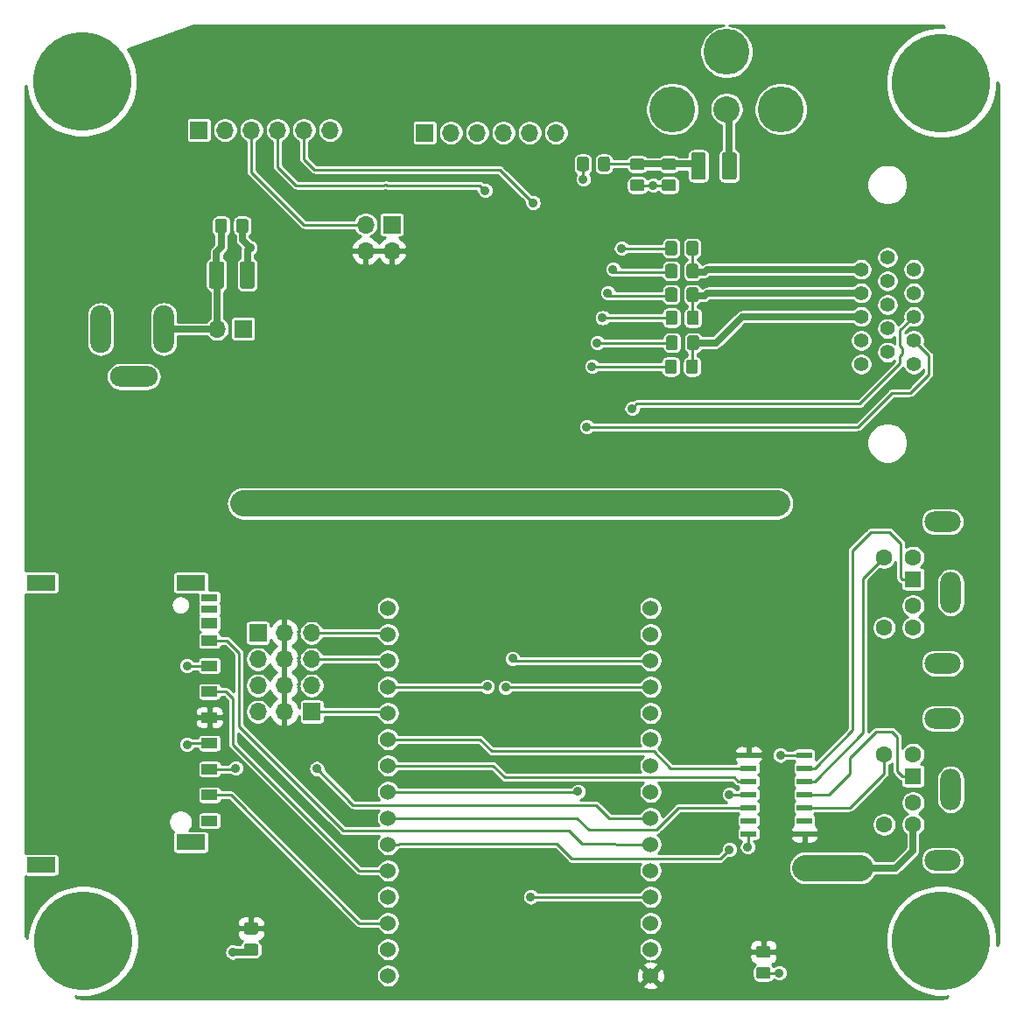
<source format=gbr>
G04 #@! TF.GenerationSoftware,KiCad,Pcbnew,(5.1.5)-3*
G04 #@! TF.CreationDate,2021-03-10T17:54:12-05:00*
G04 #@! TF.ProjectId,ESP32-VGA,45535033-322d-4564-9741-2e6b69636164,2*
G04 #@! TF.SameCoordinates,Original*
G04 #@! TF.FileFunction,Copper,L1,Top*
G04 #@! TF.FilePolarity,Positive*
%FSLAX46Y46*%
G04 Gerber Fmt 4.6, Leading zero omitted, Abs format (unit mm)*
G04 Created by KiCad (PCBNEW (5.1.5)-3) date 2021-03-10 17:54:12*
%MOMM*%
%LPD*%
G04 APERTURE LIST*
%ADD10C,0.150000*%
%ADD11C,9.525000*%
%ADD12C,1.524000*%
%ADD13C,1.397000*%
%ADD14R,1.500000X0.600000*%
%ADD15O,3.500000X2.000000*%
%ADD16R,1.600000X1.600000*%
%ADD17C,1.600000*%
%ADD18O,2.000000X4.000000*%
%ADD19C,4.445000*%
%ADD20C,2.540000*%
%ADD21O,1.700000X1.700000*%
%ADD22R,1.700000X1.700000*%
%ADD23R,1.500000X0.700000*%
%ADD24R,1.500000X1.000000*%
%ADD25R,2.800000X1.500000*%
%ADD26O,2.000000X4.600000*%
%ADD27O,4.600000X2.000000*%
%ADD28C,1.270000*%
%ADD29C,0.889000*%
%ADD30C,2.540000*%
%ADD31C,0.635000*%
%ADD32C,0.254000*%
G04 APERTURE END LIST*
G04 #@! TA.AperFunction,SMDPad,CuDef*
D10*
G36*
X66728705Y-23151804D02*
G01*
X66752973Y-23155404D01*
X66776772Y-23161365D01*
X66799871Y-23169630D01*
X66822050Y-23180120D01*
X66843093Y-23192732D01*
X66862799Y-23207347D01*
X66880977Y-23223823D01*
X66897453Y-23242001D01*
X66912068Y-23261707D01*
X66924680Y-23282750D01*
X66935170Y-23304929D01*
X66943435Y-23328028D01*
X66949396Y-23351827D01*
X66952996Y-23376095D01*
X66954200Y-23400599D01*
X66954200Y-24300601D01*
X66952996Y-24325105D01*
X66949396Y-24349373D01*
X66943435Y-24373172D01*
X66935170Y-24396271D01*
X66924680Y-24418450D01*
X66912068Y-24439493D01*
X66897453Y-24459199D01*
X66880977Y-24477377D01*
X66862799Y-24493853D01*
X66843093Y-24508468D01*
X66822050Y-24521080D01*
X66799871Y-24531570D01*
X66776772Y-24539835D01*
X66752973Y-24545796D01*
X66728705Y-24549396D01*
X66704201Y-24550600D01*
X66054199Y-24550600D01*
X66029695Y-24549396D01*
X66005427Y-24545796D01*
X65981628Y-24539835D01*
X65958529Y-24531570D01*
X65936350Y-24521080D01*
X65915307Y-24508468D01*
X65895601Y-24493853D01*
X65877423Y-24477377D01*
X65860947Y-24459199D01*
X65846332Y-24439493D01*
X65833720Y-24418450D01*
X65823230Y-24396271D01*
X65814965Y-24373172D01*
X65809004Y-24349373D01*
X65805404Y-24325105D01*
X65804200Y-24300601D01*
X65804200Y-23400599D01*
X65805404Y-23376095D01*
X65809004Y-23351827D01*
X65814965Y-23328028D01*
X65823230Y-23304929D01*
X65833720Y-23282750D01*
X65846332Y-23261707D01*
X65860947Y-23242001D01*
X65877423Y-23223823D01*
X65895601Y-23207347D01*
X65915307Y-23192732D01*
X65936350Y-23180120D01*
X65958529Y-23169630D01*
X65981628Y-23161365D01*
X66005427Y-23155404D01*
X66029695Y-23151804D01*
X66054199Y-23150600D01*
X66704201Y-23150600D01*
X66728705Y-23151804D01*
G37*
G04 #@! TD.AperFunction*
G04 #@! TA.AperFunction,SMDPad,CuDef*
G36*
X64678705Y-23151804D02*
G01*
X64702973Y-23155404D01*
X64726772Y-23161365D01*
X64749871Y-23169630D01*
X64772050Y-23180120D01*
X64793093Y-23192732D01*
X64812799Y-23207347D01*
X64830977Y-23223823D01*
X64847453Y-23242001D01*
X64862068Y-23261707D01*
X64874680Y-23282750D01*
X64885170Y-23304929D01*
X64893435Y-23328028D01*
X64899396Y-23351827D01*
X64902996Y-23376095D01*
X64904200Y-23400599D01*
X64904200Y-24300601D01*
X64902996Y-24325105D01*
X64899396Y-24349373D01*
X64893435Y-24373172D01*
X64885170Y-24396271D01*
X64874680Y-24418450D01*
X64862068Y-24439493D01*
X64847453Y-24459199D01*
X64830977Y-24477377D01*
X64812799Y-24493853D01*
X64793093Y-24508468D01*
X64772050Y-24521080D01*
X64749871Y-24531570D01*
X64726772Y-24539835D01*
X64702973Y-24545796D01*
X64678705Y-24549396D01*
X64654201Y-24550600D01*
X64004199Y-24550600D01*
X63979695Y-24549396D01*
X63955427Y-24545796D01*
X63931628Y-24539835D01*
X63908529Y-24531570D01*
X63886350Y-24521080D01*
X63865307Y-24508468D01*
X63845601Y-24493853D01*
X63827423Y-24477377D01*
X63810947Y-24459199D01*
X63796332Y-24439493D01*
X63783720Y-24418450D01*
X63773230Y-24396271D01*
X63764965Y-24373172D01*
X63759004Y-24349373D01*
X63755404Y-24325105D01*
X63754200Y-24300601D01*
X63754200Y-23400599D01*
X63755404Y-23376095D01*
X63759004Y-23351827D01*
X63764965Y-23328028D01*
X63773230Y-23304929D01*
X63783720Y-23282750D01*
X63796332Y-23261707D01*
X63810947Y-23242001D01*
X63827423Y-23223823D01*
X63845601Y-23207347D01*
X63865307Y-23192732D01*
X63886350Y-23180120D01*
X63908529Y-23169630D01*
X63931628Y-23161365D01*
X63955427Y-23155404D01*
X63979695Y-23151804D01*
X64004199Y-23150600D01*
X64654201Y-23150600D01*
X64678705Y-23151804D01*
G37*
G04 #@! TD.AperFunction*
D11*
X15875000Y-15875000D03*
X99000000Y-99000000D03*
X16000000Y-99000000D03*
X99000000Y-16000000D03*
D12*
X70866000Y-102362000D03*
X70866000Y-99822000D03*
X70866000Y-97282000D03*
X70866000Y-94742000D03*
X70866000Y-92202000D03*
X70866000Y-89662000D03*
X70866000Y-87122000D03*
X70866000Y-84582000D03*
X70866000Y-82042000D03*
X70866000Y-79502000D03*
X70866000Y-76962000D03*
X70866000Y-74422000D03*
X70866000Y-71882000D03*
X70866000Y-69342000D03*
X70866000Y-66802000D03*
X45466000Y-66802000D03*
X45466000Y-69342000D03*
X45466000Y-71882000D03*
X45466000Y-74422000D03*
X45466000Y-76962000D03*
X45466000Y-79502000D03*
X45466000Y-82042000D03*
X45466000Y-84582000D03*
X45466000Y-87122000D03*
X45466000Y-89662000D03*
X45466000Y-92202000D03*
X45466000Y-94742000D03*
X45466000Y-97282000D03*
X45466000Y-99822000D03*
X45466000Y-102362000D03*
D13*
X91239340Y-38620700D03*
X91239340Y-36334700D03*
X91239340Y-34043620D03*
X91239340Y-40914320D03*
X91239340Y-43202860D03*
X93779340Y-39768780D03*
X93779340Y-37480240D03*
X93779340Y-35189160D03*
X93779340Y-32898080D03*
X93779340Y-42059860D03*
X96319340Y-34043620D03*
X96319340Y-36334700D03*
X96316800Y-38623240D03*
X96319340Y-40914320D03*
X96319340Y-43202860D03*
G04 #@! TA.AperFunction,SMDPad,CuDef*
D10*
G36*
X75288505Y-33515004D02*
G01*
X75312773Y-33518604D01*
X75336572Y-33524565D01*
X75359671Y-33532830D01*
X75381850Y-33543320D01*
X75402893Y-33555932D01*
X75422599Y-33570547D01*
X75440777Y-33587023D01*
X75457253Y-33605201D01*
X75471868Y-33624907D01*
X75484480Y-33645950D01*
X75494970Y-33668129D01*
X75503235Y-33691228D01*
X75509196Y-33715027D01*
X75512796Y-33739295D01*
X75514000Y-33763799D01*
X75514000Y-34663801D01*
X75512796Y-34688305D01*
X75509196Y-34712573D01*
X75503235Y-34736372D01*
X75494970Y-34759471D01*
X75484480Y-34781650D01*
X75471868Y-34802693D01*
X75457253Y-34822399D01*
X75440777Y-34840577D01*
X75422599Y-34857053D01*
X75402893Y-34871668D01*
X75381850Y-34884280D01*
X75359671Y-34894770D01*
X75336572Y-34903035D01*
X75312773Y-34908996D01*
X75288505Y-34912596D01*
X75264001Y-34913800D01*
X74613999Y-34913800D01*
X74589495Y-34912596D01*
X74565227Y-34908996D01*
X74541428Y-34903035D01*
X74518329Y-34894770D01*
X74496150Y-34884280D01*
X74475107Y-34871668D01*
X74455401Y-34857053D01*
X74437223Y-34840577D01*
X74420747Y-34822399D01*
X74406132Y-34802693D01*
X74393520Y-34781650D01*
X74383030Y-34759471D01*
X74374765Y-34736372D01*
X74368804Y-34712573D01*
X74365204Y-34688305D01*
X74364000Y-34663801D01*
X74364000Y-33763799D01*
X74365204Y-33739295D01*
X74368804Y-33715027D01*
X74374765Y-33691228D01*
X74383030Y-33668129D01*
X74393520Y-33645950D01*
X74406132Y-33624907D01*
X74420747Y-33605201D01*
X74437223Y-33587023D01*
X74455401Y-33570547D01*
X74475107Y-33555932D01*
X74496150Y-33543320D01*
X74518329Y-33532830D01*
X74541428Y-33524565D01*
X74565227Y-33518604D01*
X74589495Y-33515004D01*
X74613999Y-33513800D01*
X75264001Y-33513800D01*
X75288505Y-33515004D01*
G37*
G04 #@! TD.AperFunction*
G04 #@! TA.AperFunction,SMDPad,CuDef*
G36*
X73238505Y-33515004D02*
G01*
X73262773Y-33518604D01*
X73286572Y-33524565D01*
X73309671Y-33532830D01*
X73331850Y-33543320D01*
X73352893Y-33555932D01*
X73372599Y-33570547D01*
X73390777Y-33587023D01*
X73407253Y-33605201D01*
X73421868Y-33624907D01*
X73434480Y-33645950D01*
X73444970Y-33668129D01*
X73453235Y-33691228D01*
X73459196Y-33715027D01*
X73462796Y-33739295D01*
X73464000Y-33763799D01*
X73464000Y-34663801D01*
X73462796Y-34688305D01*
X73459196Y-34712573D01*
X73453235Y-34736372D01*
X73444970Y-34759471D01*
X73434480Y-34781650D01*
X73421868Y-34802693D01*
X73407253Y-34822399D01*
X73390777Y-34840577D01*
X73372599Y-34857053D01*
X73352893Y-34871668D01*
X73331850Y-34884280D01*
X73309671Y-34894770D01*
X73286572Y-34903035D01*
X73262773Y-34908996D01*
X73238505Y-34912596D01*
X73214001Y-34913800D01*
X72563999Y-34913800D01*
X72539495Y-34912596D01*
X72515227Y-34908996D01*
X72491428Y-34903035D01*
X72468329Y-34894770D01*
X72446150Y-34884280D01*
X72425107Y-34871668D01*
X72405401Y-34857053D01*
X72387223Y-34840577D01*
X72370747Y-34822399D01*
X72356132Y-34802693D01*
X72343520Y-34781650D01*
X72333030Y-34759471D01*
X72324765Y-34736372D01*
X72318804Y-34712573D01*
X72315204Y-34688305D01*
X72314000Y-34663801D01*
X72314000Y-33763799D01*
X72315204Y-33739295D01*
X72318804Y-33715027D01*
X72324765Y-33691228D01*
X72333030Y-33668129D01*
X72343520Y-33645950D01*
X72356132Y-33624907D01*
X72370747Y-33605201D01*
X72387223Y-33587023D01*
X72405401Y-33570547D01*
X72425107Y-33555932D01*
X72446150Y-33543320D01*
X72468329Y-33532830D01*
X72491428Y-33524565D01*
X72515227Y-33518604D01*
X72539495Y-33515004D01*
X72563999Y-33513800D01*
X73214001Y-33513800D01*
X73238505Y-33515004D01*
G37*
G04 #@! TD.AperFunction*
G04 #@! TA.AperFunction,SMDPad,CuDef*
G36*
X73213105Y-31305204D02*
G01*
X73237373Y-31308804D01*
X73261172Y-31314765D01*
X73284271Y-31323030D01*
X73306450Y-31333520D01*
X73327493Y-31346132D01*
X73347199Y-31360747D01*
X73365377Y-31377223D01*
X73381853Y-31395401D01*
X73396468Y-31415107D01*
X73409080Y-31436150D01*
X73419570Y-31458329D01*
X73427835Y-31481428D01*
X73433796Y-31505227D01*
X73437396Y-31529495D01*
X73438600Y-31553999D01*
X73438600Y-32454001D01*
X73437396Y-32478505D01*
X73433796Y-32502773D01*
X73427835Y-32526572D01*
X73419570Y-32549671D01*
X73409080Y-32571850D01*
X73396468Y-32592893D01*
X73381853Y-32612599D01*
X73365377Y-32630777D01*
X73347199Y-32647253D01*
X73327493Y-32661868D01*
X73306450Y-32674480D01*
X73284271Y-32684970D01*
X73261172Y-32693235D01*
X73237373Y-32699196D01*
X73213105Y-32702796D01*
X73188601Y-32704000D01*
X72538599Y-32704000D01*
X72514095Y-32702796D01*
X72489827Y-32699196D01*
X72466028Y-32693235D01*
X72442929Y-32684970D01*
X72420750Y-32674480D01*
X72399707Y-32661868D01*
X72380001Y-32647253D01*
X72361823Y-32630777D01*
X72345347Y-32612599D01*
X72330732Y-32592893D01*
X72318120Y-32571850D01*
X72307630Y-32549671D01*
X72299365Y-32526572D01*
X72293404Y-32502773D01*
X72289804Y-32478505D01*
X72288600Y-32454001D01*
X72288600Y-31553999D01*
X72289804Y-31529495D01*
X72293404Y-31505227D01*
X72299365Y-31481428D01*
X72307630Y-31458329D01*
X72318120Y-31436150D01*
X72330732Y-31415107D01*
X72345347Y-31395401D01*
X72361823Y-31377223D01*
X72380001Y-31360747D01*
X72399707Y-31346132D01*
X72420750Y-31333520D01*
X72442929Y-31323030D01*
X72466028Y-31314765D01*
X72489827Y-31308804D01*
X72514095Y-31305204D01*
X72538599Y-31304000D01*
X73188601Y-31304000D01*
X73213105Y-31305204D01*
G37*
G04 #@! TD.AperFunction*
G04 #@! TA.AperFunction,SMDPad,CuDef*
G36*
X75263105Y-31305204D02*
G01*
X75287373Y-31308804D01*
X75311172Y-31314765D01*
X75334271Y-31323030D01*
X75356450Y-31333520D01*
X75377493Y-31346132D01*
X75397199Y-31360747D01*
X75415377Y-31377223D01*
X75431853Y-31395401D01*
X75446468Y-31415107D01*
X75459080Y-31436150D01*
X75469570Y-31458329D01*
X75477835Y-31481428D01*
X75483796Y-31505227D01*
X75487396Y-31529495D01*
X75488600Y-31553999D01*
X75488600Y-32454001D01*
X75487396Y-32478505D01*
X75483796Y-32502773D01*
X75477835Y-32526572D01*
X75469570Y-32549671D01*
X75459080Y-32571850D01*
X75446468Y-32592893D01*
X75431853Y-32612599D01*
X75415377Y-32630777D01*
X75397199Y-32647253D01*
X75377493Y-32661868D01*
X75356450Y-32674480D01*
X75334271Y-32684970D01*
X75311172Y-32693235D01*
X75287373Y-32699196D01*
X75263105Y-32702796D01*
X75238601Y-32704000D01*
X74588599Y-32704000D01*
X74564095Y-32702796D01*
X74539827Y-32699196D01*
X74516028Y-32693235D01*
X74492929Y-32684970D01*
X74470750Y-32674480D01*
X74449707Y-32661868D01*
X74430001Y-32647253D01*
X74411823Y-32630777D01*
X74395347Y-32612599D01*
X74380732Y-32592893D01*
X74368120Y-32571850D01*
X74357630Y-32549671D01*
X74349365Y-32526572D01*
X74343404Y-32502773D01*
X74339804Y-32478505D01*
X74338600Y-32454001D01*
X74338600Y-31553999D01*
X74339804Y-31529495D01*
X74343404Y-31505227D01*
X74349365Y-31481428D01*
X74357630Y-31458329D01*
X74368120Y-31436150D01*
X74380732Y-31415107D01*
X74395347Y-31395401D01*
X74411823Y-31377223D01*
X74430001Y-31360747D01*
X74449707Y-31346132D01*
X74470750Y-31333520D01*
X74492929Y-31323030D01*
X74516028Y-31314765D01*
X74539827Y-31308804D01*
X74564095Y-31305204D01*
X74588599Y-31304000D01*
X75238601Y-31304000D01*
X75263105Y-31305204D01*
G37*
G04 #@! TD.AperFunction*
G04 #@! TA.AperFunction,SMDPad,CuDef*
G36*
X75313905Y-38036204D02*
G01*
X75338173Y-38039804D01*
X75361972Y-38045765D01*
X75385071Y-38054030D01*
X75407250Y-38064520D01*
X75428293Y-38077132D01*
X75447999Y-38091747D01*
X75466177Y-38108223D01*
X75482653Y-38126401D01*
X75497268Y-38146107D01*
X75509880Y-38167150D01*
X75520370Y-38189329D01*
X75528635Y-38212428D01*
X75534596Y-38236227D01*
X75538196Y-38260495D01*
X75539400Y-38284999D01*
X75539400Y-39185001D01*
X75538196Y-39209505D01*
X75534596Y-39233773D01*
X75528635Y-39257572D01*
X75520370Y-39280671D01*
X75509880Y-39302850D01*
X75497268Y-39323893D01*
X75482653Y-39343599D01*
X75466177Y-39361777D01*
X75447999Y-39378253D01*
X75428293Y-39392868D01*
X75407250Y-39405480D01*
X75385071Y-39415970D01*
X75361972Y-39424235D01*
X75338173Y-39430196D01*
X75313905Y-39433796D01*
X75289401Y-39435000D01*
X74639399Y-39435000D01*
X74614895Y-39433796D01*
X74590627Y-39430196D01*
X74566828Y-39424235D01*
X74543729Y-39415970D01*
X74521550Y-39405480D01*
X74500507Y-39392868D01*
X74480801Y-39378253D01*
X74462623Y-39361777D01*
X74446147Y-39343599D01*
X74431532Y-39323893D01*
X74418920Y-39302850D01*
X74408430Y-39280671D01*
X74400165Y-39257572D01*
X74394204Y-39233773D01*
X74390604Y-39209505D01*
X74389400Y-39185001D01*
X74389400Y-38284999D01*
X74390604Y-38260495D01*
X74394204Y-38236227D01*
X74400165Y-38212428D01*
X74408430Y-38189329D01*
X74418920Y-38167150D01*
X74431532Y-38146107D01*
X74446147Y-38126401D01*
X74462623Y-38108223D01*
X74480801Y-38091747D01*
X74500507Y-38077132D01*
X74521550Y-38064520D01*
X74543729Y-38054030D01*
X74566828Y-38045765D01*
X74590627Y-38039804D01*
X74614895Y-38036204D01*
X74639399Y-38035000D01*
X75289401Y-38035000D01*
X75313905Y-38036204D01*
G37*
G04 #@! TD.AperFunction*
G04 #@! TA.AperFunction,SMDPad,CuDef*
G36*
X73263905Y-38036204D02*
G01*
X73288173Y-38039804D01*
X73311972Y-38045765D01*
X73335071Y-38054030D01*
X73357250Y-38064520D01*
X73378293Y-38077132D01*
X73397999Y-38091747D01*
X73416177Y-38108223D01*
X73432653Y-38126401D01*
X73447268Y-38146107D01*
X73459880Y-38167150D01*
X73470370Y-38189329D01*
X73478635Y-38212428D01*
X73484596Y-38236227D01*
X73488196Y-38260495D01*
X73489400Y-38284999D01*
X73489400Y-39185001D01*
X73488196Y-39209505D01*
X73484596Y-39233773D01*
X73478635Y-39257572D01*
X73470370Y-39280671D01*
X73459880Y-39302850D01*
X73447268Y-39323893D01*
X73432653Y-39343599D01*
X73416177Y-39361777D01*
X73397999Y-39378253D01*
X73378293Y-39392868D01*
X73357250Y-39405480D01*
X73335071Y-39415970D01*
X73311972Y-39424235D01*
X73288173Y-39430196D01*
X73263905Y-39433796D01*
X73239401Y-39435000D01*
X72589399Y-39435000D01*
X72564895Y-39433796D01*
X72540627Y-39430196D01*
X72516828Y-39424235D01*
X72493729Y-39415970D01*
X72471550Y-39405480D01*
X72450507Y-39392868D01*
X72430801Y-39378253D01*
X72412623Y-39361777D01*
X72396147Y-39343599D01*
X72381532Y-39323893D01*
X72368920Y-39302850D01*
X72358430Y-39280671D01*
X72350165Y-39257572D01*
X72344204Y-39233773D01*
X72340604Y-39209505D01*
X72339400Y-39185001D01*
X72339400Y-38284999D01*
X72340604Y-38260495D01*
X72344204Y-38236227D01*
X72350165Y-38212428D01*
X72358430Y-38189329D01*
X72368920Y-38167150D01*
X72381532Y-38146107D01*
X72396147Y-38126401D01*
X72412623Y-38108223D01*
X72430801Y-38091747D01*
X72450507Y-38077132D01*
X72471550Y-38064520D01*
X72493729Y-38054030D01*
X72516828Y-38045765D01*
X72540627Y-38039804D01*
X72564895Y-38036204D01*
X72589399Y-38035000D01*
X73239401Y-38035000D01*
X73263905Y-38036204D01*
G37*
G04 #@! TD.AperFunction*
G04 #@! TA.AperFunction,SMDPad,CuDef*
G36*
X73238505Y-35801004D02*
G01*
X73262773Y-35804604D01*
X73286572Y-35810565D01*
X73309671Y-35818830D01*
X73331850Y-35829320D01*
X73352893Y-35841932D01*
X73372599Y-35856547D01*
X73390777Y-35873023D01*
X73407253Y-35891201D01*
X73421868Y-35910907D01*
X73434480Y-35931950D01*
X73444970Y-35954129D01*
X73453235Y-35977228D01*
X73459196Y-36001027D01*
X73462796Y-36025295D01*
X73464000Y-36049799D01*
X73464000Y-36949801D01*
X73462796Y-36974305D01*
X73459196Y-36998573D01*
X73453235Y-37022372D01*
X73444970Y-37045471D01*
X73434480Y-37067650D01*
X73421868Y-37088693D01*
X73407253Y-37108399D01*
X73390777Y-37126577D01*
X73372599Y-37143053D01*
X73352893Y-37157668D01*
X73331850Y-37170280D01*
X73309671Y-37180770D01*
X73286572Y-37189035D01*
X73262773Y-37194996D01*
X73238505Y-37198596D01*
X73214001Y-37199800D01*
X72563999Y-37199800D01*
X72539495Y-37198596D01*
X72515227Y-37194996D01*
X72491428Y-37189035D01*
X72468329Y-37180770D01*
X72446150Y-37170280D01*
X72425107Y-37157668D01*
X72405401Y-37143053D01*
X72387223Y-37126577D01*
X72370747Y-37108399D01*
X72356132Y-37088693D01*
X72343520Y-37067650D01*
X72333030Y-37045471D01*
X72324765Y-37022372D01*
X72318804Y-36998573D01*
X72315204Y-36974305D01*
X72314000Y-36949801D01*
X72314000Y-36049799D01*
X72315204Y-36025295D01*
X72318804Y-36001027D01*
X72324765Y-35977228D01*
X72333030Y-35954129D01*
X72343520Y-35931950D01*
X72356132Y-35910907D01*
X72370747Y-35891201D01*
X72387223Y-35873023D01*
X72405401Y-35856547D01*
X72425107Y-35841932D01*
X72446150Y-35829320D01*
X72468329Y-35818830D01*
X72491428Y-35810565D01*
X72515227Y-35804604D01*
X72539495Y-35801004D01*
X72563999Y-35799800D01*
X73214001Y-35799800D01*
X73238505Y-35801004D01*
G37*
G04 #@! TD.AperFunction*
G04 #@! TA.AperFunction,SMDPad,CuDef*
G36*
X75288505Y-35801004D02*
G01*
X75312773Y-35804604D01*
X75336572Y-35810565D01*
X75359671Y-35818830D01*
X75381850Y-35829320D01*
X75402893Y-35841932D01*
X75422599Y-35856547D01*
X75440777Y-35873023D01*
X75457253Y-35891201D01*
X75471868Y-35910907D01*
X75484480Y-35931950D01*
X75494970Y-35954129D01*
X75503235Y-35977228D01*
X75509196Y-36001027D01*
X75512796Y-36025295D01*
X75514000Y-36049799D01*
X75514000Y-36949801D01*
X75512796Y-36974305D01*
X75509196Y-36998573D01*
X75503235Y-37022372D01*
X75494970Y-37045471D01*
X75484480Y-37067650D01*
X75471868Y-37088693D01*
X75457253Y-37108399D01*
X75440777Y-37126577D01*
X75422599Y-37143053D01*
X75402893Y-37157668D01*
X75381850Y-37170280D01*
X75359671Y-37180770D01*
X75336572Y-37189035D01*
X75312773Y-37194996D01*
X75288505Y-37198596D01*
X75264001Y-37199800D01*
X74613999Y-37199800D01*
X74589495Y-37198596D01*
X74565227Y-37194996D01*
X74541428Y-37189035D01*
X74518329Y-37180770D01*
X74496150Y-37170280D01*
X74475107Y-37157668D01*
X74455401Y-37143053D01*
X74437223Y-37126577D01*
X74420747Y-37108399D01*
X74406132Y-37088693D01*
X74393520Y-37067650D01*
X74383030Y-37045471D01*
X74374765Y-37022372D01*
X74368804Y-36998573D01*
X74365204Y-36974305D01*
X74364000Y-36949801D01*
X74364000Y-36049799D01*
X74365204Y-36025295D01*
X74368804Y-36001027D01*
X74374765Y-35977228D01*
X74383030Y-35954129D01*
X74393520Y-35931950D01*
X74406132Y-35910907D01*
X74420747Y-35891201D01*
X74437223Y-35873023D01*
X74455401Y-35856547D01*
X74475107Y-35841932D01*
X74496150Y-35829320D01*
X74518329Y-35818830D01*
X74541428Y-35810565D01*
X74565227Y-35804604D01*
X74589495Y-35801004D01*
X74613999Y-35799800D01*
X75264001Y-35799800D01*
X75288505Y-35801004D01*
G37*
G04 #@! TD.AperFunction*
G04 #@! TA.AperFunction,SMDPad,CuDef*
G36*
X73187705Y-42760604D02*
G01*
X73211973Y-42764204D01*
X73235772Y-42770165D01*
X73258871Y-42778430D01*
X73281050Y-42788920D01*
X73302093Y-42801532D01*
X73321799Y-42816147D01*
X73339977Y-42832623D01*
X73356453Y-42850801D01*
X73371068Y-42870507D01*
X73383680Y-42891550D01*
X73394170Y-42913729D01*
X73402435Y-42936828D01*
X73408396Y-42960627D01*
X73411996Y-42984895D01*
X73413200Y-43009399D01*
X73413200Y-43909401D01*
X73411996Y-43933905D01*
X73408396Y-43958173D01*
X73402435Y-43981972D01*
X73394170Y-44005071D01*
X73383680Y-44027250D01*
X73371068Y-44048293D01*
X73356453Y-44067999D01*
X73339977Y-44086177D01*
X73321799Y-44102653D01*
X73302093Y-44117268D01*
X73281050Y-44129880D01*
X73258871Y-44140370D01*
X73235772Y-44148635D01*
X73211973Y-44154596D01*
X73187705Y-44158196D01*
X73163201Y-44159400D01*
X72513199Y-44159400D01*
X72488695Y-44158196D01*
X72464427Y-44154596D01*
X72440628Y-44148635D01*
X72417529Y-44140370D01*
X72395350Y-44129880D01*
X72374307Y-44117268D01*
X72354601Y-44102653D01*
X72336423Y-44086177D01*
X72319947Y-44067999D01*
X72305332Y-44048293D01*
X72292720Y-44027250D01*
X72282230Y-44005071D01*
X72273965Y-43981972D01*
X72268004Y-43958173D01*
X72264404Y-43933905D01*
X72263200Y-43909401D01*
X72263200Y-43009399D01*
X72264404Y-42984895D01*
X72268004Y-42960627D01*
X72273965Y-42936828D01*
X72282230Y-42913729D01*
X72292720Y-42891550D01*
X72305332Y-42870507D01*
X72319947Y-42850801D01*
X72336423Y-42832623D01*
X72354601Y-42816147D01*
X72374307Y-42801532D01*
X72395350Y-42788920D01*
X72417529Y-42778430D01*
X72440628Y-42770165D01*
X72464427Y-42764204D01*
X72488695Y-42760604D01*
X72513199Y-42759400D01*
X73163201Y-42759400D01*
X73187705Y-42760604D01*
G37*
G04 #@! TD.AperFunction*
G04 #@! TA.AperFunction,SMDPad,CuDef*
G36*
X75237705Y-42760604D02*
G01*
X75261973Y-42764204D01*
X75285772Y-42770165D01*
X75308871Y-42778430D01*
X75331050Y-42788920D01*
X75352093Y-42801532D01*
X75371799Y-42816147D01*
X75389977Y-42832623D01*
X75406453Y-42850801D01*
X75421068Y-42870507D01*
X75433680Y-42891550D01*
X75444170Y-42913729D01*
X75452435Y-42936828D01*
X75458396Y-42960627D01*
X75461996Y-42984895D01*
X75463200Y-43009399D01*
X75463200Y-43909401D01*
X75461996Y-43933905D01*
X75458396Y-43958173D01*
X75452435Y-43981972D01*
X75444170Y-44005071D01*
X75433680Y-44027250D01*
X75421068Y-44048293D01*
X75406453Y-44067999D01*
X75389977Y-44086177D01*
X75371799Y-44102653D01*
X75352093Y-44117268D01*
X75331050Y-44129880D01*
X75308871Y-44140370D01*
X75285772Y-44148635D01*
X75261973Y-44154596D01*
X75237705Y-44158196D01*
X75213201Y-44159400D01*
X74563199Y-44159400D01*
X74538695Y-44158196D01*
X74514427Y-44154596D01*
X74490628Y-44148635D01*
X74467529Y-44140370D01*
X74445350Y-44129880D01*
X74424307Y-44117268D01*
X74404601Y-44102653D01*
X74386423Y-44086177D01*
X74369947Y-44067999D01*
X74355332Y-44048293D01*
X74342720Y-44027250D01*
X74332230Y-44005071D01*
X74323965Y-43981972D01*
X74318004Y-43958173D01*
X74314404Y-43933905D01*
X74313200Y-43909401D01*
X74313200Y-43009399D01*
X74314404Y-42984895D01*
X74318004Y-42960627D01*
X74323965Y-42936828D01*
X74332230Y-42913729D01*
X74342720Y-42891550D01*
X74355332Y-42870507D01*
X74369947Y-42850801D01*
X74386423Y-42832623D01*
X74404601Y-42816147D01*
X74424307Y-42801532D01*
X74445350Y-42788920D01*
X74467529Y-42778430D01*
X74490628Y-42770165D01*
X74514427Y-42764204D01*
X74538695Y-42760604D01*
X74563199Y-42759400D01*
X75213201Y-42759400D01*
X75237705Y-42760604D01*
G37*
G04 #@! TD.AperFunction*
G04 #@! TA.AperFunction,SMDPad,CuDef*
G36*
X75339305Y-40449204D02*
G01*
X75363573Y-40452804D01*
X75387372Y-40458765D01*
X75410471Y-40467030D01*
X75432650Y-40477520D01*
X75453693Y-40490132D01*
X75473399Y-40504747D01*
X75491577Y-40521223D01*
X75508053Y-40539401D01*
X75522668Y-40559107D01*
X75535280Y-40580150D01*
X75545770Y-40602329D01*
X75554035Y-40625428D01*
X75559996Y-40649227D01*
X75563596Y-40673495D01*
X75564800Y-40697999D01*
X75564800Y-41598001D01*
X75563596Y-41622505D01*
X75559996Y-41646773D01*
X75554035Y-41670572D01*
X75545770Y-41693671D01*
X75535280Y-41715850D01*
X75522668Y-41736893D01*
X75508053Y-41756599D01*
X75491577Y-41774777D01*
X75473399Y-41791253D01*
X75453693Y-41805868D01*
X75432650Y-41818480D01*
X75410471Y-41828970D01*
X75387372Y-41837235D01*
X75363573Y-41843196D01*
X75339305Y-41846796D01*
X75314801Y-41848000D01*
X74664799Y-41848000D01*
X74640295Y-41846796D01*
X74616027Y-41843196D01*
X74592228Y-41837235D01*
X74569129Y-41828970D01*
X74546950Y-41818480D01*
X74525907Y-41805868D01*
X74506201Y-41791253D01*
X74488023Y-41774777D01*
X74471547Y-41756599D01*
X74456932Y-41736893D01*
X74444320Y-41715850D01*
X74433830Y-41693671D01*
X74425565Y-41670572D01*
X74419604Y-41646773D01*
X74416004Y-41622505D01*
X74414800Y-41598001D01*
X74414800Y-40697999D01*
X74416004Y-40673495D01*
X74419604Y-40649227D01*
X74425565Y-40625428D01*
X74433830Y-40602329D01*
X74444320Y-40580150D01*
X74456932Y-40559107D01*
X74471547Y-40539401D01*
X74488023Y-40521223D01*
X74506201Y-40504747D01*
X74525907Y-40490132D01*
X74546950Y-40477520D01*
X74569129Y-40467030D01*
X74592228Y-40458765D01*
X74616027Y-40452804D01*
X74640295Y-40449204D01*
X74664799Y-40448000D01*
X75314801Y-40448000D01*
X75339305Y-40449204D01*
G37*
G04 #@! TD.AperFunction*
G04 #@! TA.AperFunction,SMDPad,CuDef*
G36*
X73289305Y-40449204D02*
G01*
X73313573Y-40452804D01*
X73337372Y-40458765D01*
X73360471Y-40467030D01*
X73382650Y-40477520D01*
X73403693Y-40490132D01*
X73423399Y-40504747D01*
X73441577Y-40521223D01*
X73458053Y-40539401D01*
X73472668Y-40559107D01*
X73485280Y-40580150D01*
X73495770Y-40602329D01*
X73504035Y-40625428D01*
X73509996Y-40649227D01*
X73513596Y-40673495D01*
X73514800Y-40697999D01*
X73514800Y-41598001D01*
X73513596Y-41622505D01*
X73509996Y-41646773D01*
X73504035Y-41670572D01*
X73495770Y-41693671D01*
X73485280Y-41715850D01*
X73472668Y-41736893D01*
X73458053Y-41756599D01*
X73441577Y-41774777D01*
X73423399Y-41791253D01*
X73403693Y-41805868D01*
X73382650Y-41818480D01*
X73360471Y-41828970D01*
X73337372Y-41837235D01*
X73313573Y-41843196D01*
X73289305Y-41846796D01*
X73264801Y-41848000D01*
X72614799Y-41848000D01*
X72590295Y-41846796D01*
X72566027Y-41843196D01*
X72542228Y-41837235D01*
X72519129Y-41828970D01*
X72496950Y-41818480D01*
X72475907Y-41805868D01*
X72456201Y-41791253D01*
X72438023Y-41774777D01*
X72421547Y-41756599D01*
X72406932Y-41736893D01*
X72394320Y-41715850D01*
X72383830Y-41693671D01*
X72375565Y-41670572D01*
X72369604Y-41646773D01*
X72366004Y-41622505D01*
X72364800Y-41598001D01*
X72364800Y-40697999D01*
X72366004Y-40673495D01*
X72369604Y-40649227D01*
X72375565Y-40625428D01*
X72383830Y-40602329D01*
X72394320Y-40580150D01*
X72406932Y-40559107D01*
X72421547Y-40539401D01*
X72438023Y-40521223D01*
X72456201Y-40504747D01*
X72475907Y-40490132D01*
X72496950Y-40477520D01*
X72519129Y-40467030D01*
X72542228Y-40458765D01*
X72566027Y-40452804D01*
X72590295Y-40449204D01*
X72614799Y-40448000D01*
X73264801Y-40448000D01*
X73289305Y-40449204D01*
G37*
G04 #@! TD.AperFunction*
G04 #@! TA.AperFunction,SMDPad,CuDef*
G36*
X70070505Y-23293204D02*
G01*
X70094773Y-23296804D01*
X70118572Y-23302765D01*
X70141671Y-23311030D01*
X70163850Y-23321520D01*
X70184893Y-23334132D01*
X70204599Y-23348747D01*
X70222777Y-23365223D01*
X70239253Y-23383401D01*
X70253868Y-23403107D01*
X70266480Y-23424150D01*
X70276970Y-23446329D01*
X70285235Y-23469428D01*
X70291196Y-23493227D01*
X70294796Y-23517495D01*
X70296000Y-23541999D01*
X70296000Y-24192001D01*
X70294796Y-24216505D01*
X70291196Y-24240773D01*
X70285235Y-24264572D01*
X70276970Y-24287671D01*
X70266480Y-24309850D01*
X70253868Y-24330893D01*
X70239253Y-24350599D01*
X70222777Y-24368777D01*
X70204599Y-24385253D01*
X70184893Y-24399868D01*
X70163850Y-24412480D01*
X70141671Y-24422970D01*
X70118572Y-24431235D01*
X70094773Y-24437196D01*
X70070505Y-24440796D01*
X70046001Y-24442000D01*
X69145999Y-24442000D01*
X69121495Y-24440796D01*
X69097227Y-24437196D01*
X69073428Y-24431235D01*
X69050329Y-24422970D01*
X69028150Y-24412480D01*
X69007107Y-24399868D01*
X68987401Y-24385253D01*
X68969223Y-24368777D01*
X68952747Y-24350599D01*
X68938132Y-24330893D01*
X68925520Y-24309850D01*
X68915030Y-24287671D01*
X68906765Y-24264572D01*
X68900804Y-24240773D01*
X68897204Y-24216505D01*
X68896000Y-24192001D01*
X68896000Y-23541999D01*
X68897204Y-23517495D01*
X68900804Y-23493227D01*
X68906765Y-23469428D01*
X68915030Y-23446329D01*
X68925520Y-23424150D01*
X68938132Y-23403107D01*
X68952747Y-23383401D01*
X68969223Y-23365223D01*
X68987401Y-23348747D01*
X69007107Y-23334132D01*
X69028150Y-23321520D01*
X69050329Y-23311030D01*
X69073428Y-23302765D01*
X69097227Y-23296804D01*
X69121495Y-23293204D01*
X69145999Y-23292000D01*
X70046001Y-23292000D01*
X70070505Y-23293204D01*
G37*
G04 #@! TD.AperFunction*
G04 #@! TA.AperFunction,SMDPad,CuDef*
G36*
X70070505Y-25343204D02*
G01*
X70094773Y-25346804D01*
X70118572Y-25352765D01*
X70141671Y-25361030D01*
X70163850Y-25371520D01*
X70184893Y-25384132D01*
X70204599Y-25398747D01*
X70222777Y-25415223D01*
X70239253Y-25433401D01*
X70253868Y-25453107D01*
X70266480Y-25474150D01*
X70276970Y-25496329D01*
X70285235Y-25519428D01*
X70291196Y-25543227D01*
X70294796Y-25567495D01*
X70296000Y-25591999D01*
X70296000Y-26242001D01*
X70294796Y-26266505D01*
X70291196Y-26290773D01*
X70285235Y-26314572D01*
X70276970Y-26337671D01*
X70266480Y-26359850D01*
X70253868Y-26380893D01*
X70239253Y-26400599D01*
X70222777Y-26418777D01*
X70204599Y-26435253D01*
X70184893Y-26449868D01*
X70163850Y-26462480D01*
X70141671Y-26472970D01*
X70118572Y-26481235D01*
X70094773Y-26487196D01*
X70070505Y-26490796D01*
X70046001Y-26492000D01*
X69145999Y-26492000D01*
X69121495Y-26490796D01*
X69097227Y-26487196D01*
X69073428Y-26481235D01*
X69050329Y-26472970D01*
X69028150Y-26462480D01*
X69007107Y-26449868D01*
X68987401Y-26435253D01*
X68969223Y-26418777D01*
X68952747Y-26400599D01*
X68938132Y-26380893D01*
X68925520Y-26359850D01*
X68915030Y-26337671D01*
X68906765Y-26314572D01*
X68900804Y-26290773D01*
X68897204Y-26266505D01*
X68896000Y-26242001D01*
X68896000Y-25591999D01*
X68897204Y-25567495D01*
X68900804Y-25543227D01*
X68906765Y-25519428D01*
X68915030Y-25496329D01*
X68925520Y-25474150D01*
X68938132Y-25453107D01*
X68952747Y-25433401D01*
X68969223Y-25415223D01*
X68987401Y-25398747D01*
X69007107Y-25384132D01*
X69028150Y-25371520D01*
X69050329Y-25361030D01*
X69073428Y-25352765D01*
X69097227Y-25346804D01*
X69121495Y-25343204D01*
X69145999Y-25342000D01*
X70046001Y-25342000D01*
X70070505Y-25343204D01*
G37*
G04 #@! TD.AperFunction*
D14*
X80358000Y-81026000D03*
X80358000Y-82296000D03*
X80358000Y-83566000D03*
X80358000Y-84836000D03*
X80358000Y-86106000D03*
X80358000Y-87376000D03*
X80358000Y-88646000D03*
X85758000Y-88646000D03*
X85758000Y-87376000D03*
X85758000Y-86106000D03*
X85758000Y-84836000D03*
X85758000Y-83566000D03*
X85758000Y-82296000D03*
X85758000Y-81026000D03*
D15*
X99116000Y-72158000D03*
X99116000Y-58458000D03*
D16*
X96266000Y-64008000D03*
D17*
X96266000Y-66608000D03*
X96266000Y-61908000D03*
X96266000Y-68708000D03*
X93466000Y-61908000D03*
X93466000Y-68708000D03*
D18*
X99916000Y-65308000D03*
X99916000Y-84358000D03*
D17*
X93466000Y-87758000D03*
X93466000Y-80958000D03*
X96266000Y-87758000D03*
X96266000Y-80958000D03*
X96266000Y-85658000D03*
D16*
X96266000Y-83058000D03*
D15*
X99116000Y-77508000D03*
X99116000Y-91208000D03*
D19*
X78232000Y-13030200D03*
X72986900Y-18542000D03*
X83477100Y-18542000D03*
D20*
X78232000Y-18542000D03*
D21*
X61722000Y-20828000D03*
X59182000Y-20828000D03*
X56642000Y-20828000D03*
X54102000Y-20828000D03*
X51562000Y-20828000D03*
D22*
X49022000Y-20828000D03*
X27178000Y-20574000D03*
D21*
X29718000Y-20574000D03*
X32258000Y-20574000D03*
X34798000Y-20574000D03*
X37338000Y-20574000D03*
X39878000Y-20574000D03*
G04 #@! TA.AperFunction,SMDPad,CuDef*
D10*
G36*
X73118505Y-23293204D02*
G01*
X73142773Y-23296804D01*
X73166572Y-23302765D01*
X73189671Y-23311030D01*
X73211850Y-23321520D01*
X73232893Y-23334132D01*
X73252599Y-23348747D01*
X73270777Y-23365223D01*
X73287253Y-23383401D01*
X73301868Y-23403107D01*
X73314480Y-23424150D01*
X73324970Y-23446329D01*
X73333235Y-23469428D01*
X73339196Y-23493227D01*
X73342796Y-23517495D01*
X73344000Y-23541999D01*
X73344000Y-24192001D01*
X73342796Y-24216505D01*
X73339196Y-24240773D01*
X73333235Y-24264572D01*
X73324970Y-24287671D01*
X73314480Y-24309850D01*
X73301868Y-24330893D01*
X73287253Y-24350599D01*
X73270777Y-24368777D01*
X73252599Y-24385253D01*
X73232893Y-24399868D01*
X73211850Y-24412480D01*
X73189671Y-24422970D01*
X73166572Y-24431235D01*
X73142773Y-24437196D01*
X73118505Y-24440796D01*
X73094001Y-24442000D01*
X72193999Y-24442000D01*
X72169495Y-24440796D01*
X72145227Y-24437196D01*
X72121428Y-24431235D01*
X72098329Y-24422970D01*
X72076150Y-24412480D01*
X72055107Y-24399868D01*
X72035401Y-24385253D01*
X72017223Y-24368777D01*
X72000747Y-24350599D01*
X71986132Y-24330893D01*
X71973520Y-24309850D01*
X71963030Y-24287671D01*
X71954765Y-24264572D01*
X71948804Y-24240773D01*
X71945204Y-24216505D01*
X71944000Y-24192001D01*
X71944000Y-23541999D01*
X71945204Y-23517495D01*
X71948804Y-23493227D01*
X71954765Y-23469428D01*
X71963030Y-23446329D01*
X71973520Y-23424150D01*
X71986132Y-23403107D01*
X72000747Y-23383401D01*
X72017223Y-23365223D01*
X72035401Y-23348747D01*
X72055107Y-23334132D01*
X72076150Y-23321520D01*
X72098329Y-23311030D01*
X72121428Y-23302765D01*
X72145227Y-23296804D01*
X72169495Y-23293204D01*
X72193999Y-23292000D01*
X73094001Y-23292000D01*
X73118505Y-23293204D01*
G37*
G04 #@! TD.AperFunction*
G04 #@! TA.AperFunction,SMDPad,CuDef*
G36*
X73118505Y-25343204D02*
G01*
X73142773Y-25346804D01*
X73166572Y-25352765D01*
X73189671Y-25361030D01*
X73211850Y-25371520D01*
X73232893Y-25384132D01*
X73252599Y-25398747D01*
X73270777Y-25415223D01*
X73287253Y-25433401D01*
X73301868Y-25453107D01*
X73314480Y-25474150D01*
X73324970Y-25496329D01*
X73333235Y-25519428D01*
X73339196Y-25543227D01*
X73342796Y-25567495D01*
X73344000Y-25591999D01*
X73344000Y-26242001D01*
X73342796Y-26266505D01*
X73339196Y-26290773D01*
X73333235Y-26314572D01*
X73324970Y-26337671D01*
X73314480Y-26359850D01*
X73301868Y-26380893D01*
X73287253Y-26400599D01*
X73270777Y-26418777D01*
X73252599Y-26435253D01*
X73232893Y-26449868D01*
X73211850Y-26462480D01*
X73189671Y-26472970D01*
X73166572Y-26481235D01*
X73142773Y-26487196D01*
X73118505Y-26490796D01*
X73094001Y-26492000D01*
X72193999Y-26492000D01*
X72169495Y-26490796D01*
X72145227Y-26487196D01*
X72121428Y-26481235D01*
X72098329Y-26472970D01*
X72076150Y-26462480D01*
X72055107Y-26449868D01*
X72035401Y-26435253D01*
X72017223Y-26418777D01*
X72000747Y-26400599D01*
X71986132Y-26380893D01*
X71973520Y-26359850D01*
X71963030Y-26337671D01*
X71954765Y-26314572D01*
X71948804Y-26290773D01*
X71945204Y-26266505D01*
X71944000Y-26242001D01*
X71944000Y-25591999D01*
X71945204Y-25567495D01*
X71948804Y-25543227D01*
X71954765Y-25519428D01*
X71963030Y-25496329D01*
X71973520Y-25474150D01*
X71986132Y-25453107D01*
X72000747Y-25433401D01*
X72017223Y-25415223D01*
X72035401Y-25398747D01*
X72055107Y-25384132D01*
X72076150Y-25371520D01*
X72098329Y-25361030D01*
X72121428Y-25352765D01*
X72145227Y-25346804D01*
X72169495Y-25343204D01*
X72193999Y-25342000D01*
X73094001Y-25342000D01*
X73118505Y-25343204D01*
G37*
G04 #@! TD.AperFunction*
G04 #@! TA.AperFunction,SMDPad,CuDef*
G36*
X32707105Y-97232604D02*
G01*
X32731373Y-97236204D01*
X32755172Y-97242165D01*
X32778271Y-97250430D01*
X32800450Y-97260920D01*
X32821493Y-97273532D01*
X32841199Y-97288147D01*
X32859377Y-97304623D01*
X32875853Y-97322801D01*
X32890468Y-97342507D01*
X32903080Y-97363550D01*
X32913570Y-97385729D01*
X32921835Y-97408828D01*
X32927796Y-97432627D01*
X32931396Y-97456895D01*
X32932600Y-97481399D01*
X32932600Y-98131401D01*
X32931396Y-98155905D01*
X32927796Y-98180173D01*
X32921835Y-98203972D01*
X32913570Y-98227071D01*
X32903080Y-98249250D01*
X32890468Y-98270293D01*
X32875853Y-98289999D01*
X32859377Y-98308177D01*
X32841199Y-98324653D01*
X32821493Y-98339268D01*
X32800450Y-98351880D01*
X32778271Y-98362370D01*
X32755172Y-98370635D01*
X32731373Y-98376596D01*
X32707105Y-98380196D01*
X32682601Y-98381400D01*
X31782599Y-98381400D01*
X31758095Y-98380196D01*
X31733827Y-98376596D01*
X31710028Y-98370635D01*
X31686929Y-98362370D01*
X31664750Y-98351880D01*
X31643707Y-98339268D01*
X31624001Y-98324653D01*
X31605823Y-98308177D01*
X31589347Y-98289999D01*
X31574732Y-98270293D01*
X31562120Y-98249250D01*
X31551630Y-98227071D01*
X31543365Y-98203972D01*
X31537404Y-98180173D01*
X31533804Y-98155905D01*
X31532600Y-98131401D01*
X31532600Y-97481399D01*
X31533804Y-97456895D01*
X31537404Y-97432627D01*
X31543365Y-97408828D01*
X31551630Y-97385729D01*
X31562120Y-97363550D01*
X31574732Y-97342507D01*
X31589347Y-97322801D01*
X31605823Y-97304623D01*
X31624001Y-97288147D01*
X31643707Y-97273532D01*
X31664750Y-97260920D01*
X31686929Y-97250430D01*
X31710028Y-97242165D01*
X31733827Y-97236204D01*
X31758095Y-97232604D01*
X31782599Y-97231400D01*
X32682601Y-97231400D01*
X32707105Y-97232604D01*
G37*
G04 #@! TD.AperFunction*
G04 #@! TA.AperFunction,SMDPad,CuDef*
G36*
X32707105Y-99282604D02*
G01*
X32731373Y-99286204D01*
X32755172Y-99292165D01*
X32778271Y-99300430D01*
X32800450Y-99310920D01*
X32821493Y-99323532D01*
X32841199Y-99338147D01*
X32859377Y-99354623D01*
X32875853Y-99372801D01*
X32890468Y-99392507D01*
X32903080Y-99413550D01*
X32913570Y-99435729D01*
X32921835Y-99458828D01*
X32927796Y-99482627D01*
X32931396Y-99506895D01*
X32932600Y-99531399D01*
X32932600Y-100181401D01*
X32931396Y-100205905D01*
X32927796Y-100230173D01*
X32921835Y-100253972D01*
X32913570Y-100277071D01*
X32903080Y-100299250D01*
X32890468Y-100320293D01*
X32875853Y-100339999D01*
X32859377Y-100358177D01*
X32841199Y-100374653D01*
X32821493Y-100389268D01*
X32800450Y-100401880D01*
X32778271Y-100412370D01*
X32755172Y-100420635D01*
X32731373Y-100426596D01*
X32707105Y-100430196D01*
X32682601Y-100431400D01*
X31782599Y-100431400D01*
X31758095Y-100430196D01*
X31733827Y-100426596D01*
X31710028Y-100420635D01*
X31686929Y-100412370D01*
X31664750Y-100401880D01*
X31643707Y-100389268D01*
X31624001Y-100374653D01*
X31605823Y-100358177D01*
X31589347Y-100339999D01*
X31574732Y-100320293D01*
X31562120Y-100299250D01*
X31551630Y-100277071D01*
X31543365Y-100253972D01*
X31537404Y-100230173D01*
X31533804Y-100205905D01*
X31532600Y-100181401D01*
X31532600Y-99531399D01*
X31533804Y-99506895D01*
X31537404Y-99482627D01*
X31543365Y-99458828D01*
X31551630Y-99435729D01*
X31562120Y-99413550D01*
X31574732Y-99392507D01*
X31589347Y-99372801D01*
X31605823Y-99354623D01*
X31624001Y-99338147D01*
X31643707Y-99323532D01*
X31664750Y-99310920D01*
X31686929Y-99300430D01*
X31710028Y-99292165D01*
X31733827Y-99286204D01*
X31758095Y-99282604D01*
X31782599Y-99281400D01*
X32682601Y-99281400D01*
X32707105Y-99282604D01*
G37*
G04 #@! TD.AperFunction*
G04 #@! TA.AperFunction,SMDPad,CuDef*
G36*
X82262505Y-101543204D02*
G01*
X82286773Y-101546804D01*
X82310572Y-101552765D01*
X82333671Y-101561030D01*
X82355850Y-101571520D01*
X82376893Y-101584132D01*
X82396599Y-101598747D01*
X82414777Y-101615223D01*
X82431253Y-101633401D01*
X82445868Y-101653107D01*
X82458480Y-101674150D01*
X82468970Y-101696329D01*
X82477235Y-101719428D01*
X82483196Y-101743227D01*
X82486796Y-101767495D01*
X82488000Y-101791999D01*
X82488000Y-102442001D01*
X82486796Y-102466505D01*
X82483196Y-102490773D01*
X82477235Y-102514572D01*
X82468970Y-102537671D01*
X82458480Y-102559850D01*
X82445868Y-102580893D01*
X82431253Y-102600599D01*
X82414777Y-102618777D01*
X82396599Y-102635253D01*
X82376893Y-102649868D01*
X82355850Y-102662480D01*
X82333671Y-102672970D01*
X82310572Y-102681235D01*
X82286773Y-102687196D01*
X82262505Y-102690796D01*
X82238001Y-102692000D01*
X81337999Y-102692000D01*
X81313495Y-102690796D01*
X81289227Y-102687196D01*
X81265428Y-102681235D01*
X81242329Y-102672970D01*
X81220150Y-102662480D01*
X81199107Y-102649868D01*
X81179401Y-102635253D01*
X81161223Y-102618777D01*
X81144747Y-102600599D01*
X81130132Y-102580893D01*
X81117520Y-102559850D01*
X81107030Y-102537671D01*
X81098765Y-102514572D01*
X81092804Y-102490773D01*
X81089204Y-102466505D01*
X81088000Y-102442001D01*
X81088000Y-101791999D01*
X81089204Y-101767495D01*
X81092804Y-101743227D01*
X81098765Y-101719428D01*
X81107030Y-101696329D01*
X81117520Y-101674150D01*
X81130132Y-101653107D01*
X81144747Y-101633401D01*
X81161223Y-101615223D01*
X81179401Y-101598747D01*
X81199107Y-101584132D01*
X81220150Y-101571520D01*
X81242329Y-101561030D01*
X81265428Y-101552765D01*
X81289227Y-101546804D01*
X81313495Y-101543204D01*
X81337999Y-101542000D01*
X82238001Y-101542000D01*
X82262505Y-101543204D01*
G37*
G04 #@! TD.AperFunction*
G04 #@! TA.AperFunction,SMDPad,CuDef*
G36*
X82262505Y-99493204D02*
G01*
X82286773Y-99496804D01*
X82310572Y-99502765D01*
X82333671Y-99511030D01*
X82355850Y-99521520D01*
X82376893Y-99534132D01*
X82396599Y-99548747D01*
X82414777Y-99565223D01*
X82431253Y-99583401D01*
X82445868Y-99603107D01*
X82458480Y-99624150D01*
X82468970Y-99646329D01*
X82477235Y-99669428D01*
X82483196Y-99693227D01*
X82486796Y-99717495D01*
X82488000Y-99741999D01*
X82488000Y-100392001D01*
X82486796Y-100416505D01*
X82483196Y-100440773D01*
X82477235Y-100464572D01*
X82468970Y-100487671D01*
X82458480Y-100509850D01*
X82445868Y-100530893D01*
X82431253Y-100550599D01*
X82414777Y-100568777D01*
X82396599Y-100585253D01*
X82376893Y-100599868D01*
X82355850Y-100612480D01*
X82333671Y-100622970D01*
X82310572Y-100631235D01*
X82286773Y-100637196D01*
X82262505Y-100640796D01*
X82238001Y-100642000D01*
X81337999Y-100642000D01*
X81313495Y-100640796D01*
X81289227Y-100637196D01*
X81265428Y-100631235D01*
X81242329Y-100622970D01*
X81220150Y-100612480D01*
X81199107Y-100599868D01*
X81179401Y-100585253D01*
X81161223Y-100568777D01*
X81144747Y-100550599D01*
X81130132Y-100530893D01*
X81117520Y-100509850D01*
X81107030Y-100487671D01*
X81098765Y-100464572D01*
X81092804Y-100440773D01*
X81089204Y-100416505D01*
X81088000Y-100392001D01*
X81088000Y-99741999D01*
X81089204Y-99717495D01*
X81092804Y-99693227D01*
X81098765Y-99669428D01*
X81107030Y-99646329D01*
X81117520Y-99624150D01*
X81130132Y-99603107D01*
X81144747Y-99583401D01*
X81161223Y-99565223D01*
X81179401Y-99548747D01*
X81199107Y-99534132D01*
X81220150Y-99521520D01*
X81242329Y-99511030D01*
X81265428Y-99502765D01*
X81289227Y-99496804D01*
X81313495Y-99493204D01*
X81337999Y-99492000D01*
X82238001Y-99492000D01*
X82262505Y-99493204D01*
G37*
G04 #@! TD.AperFunction*
D23*
X28200000Y-65790000D03*
X28200000Y-66930000D03*
D24*
X28200000Y-82390000D03*
X28200000Y-84890000D03*
X28200000Y-79890000D03*
X28200000Y-77390000D03*
X28200000Y-74890000D03*
X28200000Y-72390000D03*
X28200000Y-69970000D03*
X28200000Y-68270000D03*
X28200000Y-87390000D03*
D25*
X26400000Y-89460000D03*
X26400000Y-64360000D03*
X11900000Y-64360000D03*
X11900000Y-91660000D03*
D22*
X32893000Y-69215000D03*
D21*
X35433000Y-69215000D03*
X32893000Y-71755000D03*
X35433000Y-71755000D03*
X32893000Y-74295000D03*
X35433000Y-74295000D03*
X32893000Y-76835000D03*
X35433000Y-76835000D03*
D22*
X38100000Y-76835000D03*
D21*
X38100000Y-74295000D03*
X38100000Y-71755000D03*
X38100000Y-69215000D03*
G04 #@! TA.AperFunction,SMDPad,CuDef*
D10*
G36*
X29677505Y-29146204D02*
G01*
X29701773Y-29149804D01*
X29725572Y-29155765D01*
X29748671Y-29164030D01*
X29770850Y-29174520D01*
X29791893Y-29187132D01*
X29811599Y-29201747D01*
X29829777Y-29218223D01*
X29846253Y-29236401D01*
X29860868Y-29256107D01*
X29873480Y-29277150D01*
X29883970Y-29299329D01*
X29892235Y-29322428D01*
X29898196Y-29346227D01*
X29901796Y-29370495D01*
X29903000Y-29394999D01*
X29903000Y-30295001D01*
X29901796Y-30319505D01*
X29898196Y-30343773D01*
X29892235Y-30367572D01*
X29883970Y-30390671D01*
X29873480Y-30412850D01*
X29860868Y-30433893D01*
X29846253Y-30453599D01*
X29829777Y-30471777D01*
X29811599Y-30488253D01*
X29791893Y-30502868D01*
X29770850Y-30515480D01*
X29748671Y-30525970D01*
X29725572Y-30534235D01*
X29701773Y-30540196D01*
X29677505Y-30543796D01*
X29653001Y-30545000D01*
X29002999Y-30545000D01*
X28978495Y-30543796D01*
X28954227Y-30540196D01*
X28930428Y-30534235D01*
X28907329Y-30525970D01*
X28885150Y-30515480D01*
X28864107Y-30502868D01*
X28844401Y-30488253D01*
X28826223Y-30471777D01*
X28809747Y-30453599D01*
X28795132Y-30433893D01*
X28782520Y-30412850D01*
X28772030Y-30390671D01*
X28763765Y-30367572D01*
X28757804Y-30343773D01*
X28754204Y-30319505D01*
X28753000Y-30295001D01*
X28753000Y-29394999D01*
X28754204Y-29370495D01*
X28757804Y-29346227D01*
X28763765Y-29322428D01*
X28772030Y-29299329D01*
X28782520Y-29277150D01*
X28795132Y-29256107D01*
X28809747Y-29236401D01*
X28826223Y-29218223D01*
X28844401Y-29201747D01*
X28864107Y-29187132D01*
X28885150Y-29174520D01*
X28907329Y-29164030D01*
X28930428Y-29155765D01*
X28954227Y-29149804D01*
X28978495Y-29146204D01*
X29002999Y-29145000D01*
X29653001Y-29145000D01*
X29677505Y-29146204D01*
G37*
G04 #@! TD.AperFunction*
G04 #@! TA.AperFunction,SMDPad,CuDef*
G36*
X31727505Y-29146204D02*
G01*
X31751773Y-29149804D01*
X31775572Y-29155765D01*
X31798671Y-29164030D01*
X31820850Y-29174520D01*
X31841893Y-29187132D01*
X31861599Y-29201747D01*
X31879777Y-29218223D01*
X31896253Y-29236401D01*
X31910868Y-29256107D01*
X31923480Y-29277150D01*
X31933970Y-29299329D01*
X31942235Y-29322428D01*
X31948196Y-29346227D01*
X31951796Y-29370495D01*
X31953000Y-29394999D01*
X31953000Y-30295001D01*
X31951796Y-30319505D01*
X31948196Y-30343773D01*
X31942235Y-30367572D01*
X31933970Y-30390671D01*
X31923480Y-30412850D01*
X31910868Y-30433893D01*
X31896253Y-30453599D01*
X31879777Y-30471777D01*
X31861599Y-30488253D01*
X31841893Y-30502868D01*
X31820850Y-30515480D01*
X31798671Y-30525970D01*
X31775572Y-30534235D01*
X31751773Y-30540196D01*
X31727505Y-30543796D01*
X31703001Y-30545000D01*
X31052999Y-30545000D01*
X31028495Y-30543796D01*
X31004227Y-30540196D01*
X30980428Y-30534235D01*
X30957329Y-30525970D01*
X30935150Y-30515480D01*
X30914107Y-30502868D01*
X30894401Y-30488253D01*
X30876223Y-30471777D01*
X30859747Y-30453599D01*
X30845132Y-30433893D01*
X30832520Y-30412850D01*
X30822030Y-30390671D01*
X30813765Y-30367572D01*
X30807804Y-30343773D01*
X30804204Y-30319505D01*
X30803000Y-30295001D01*
X30803000Y-29394999D01*
X30804204Y-29370495D01*
X30807804Y-29346227D01*
X30813765Y-29322428D01*
X30822030Y-29299329D01*
X30832520Y-29277150D01*
X30845132Y-29256107D01*
X30859747Y-29236401D01*
X30876223Y-29218223D01*
X30894401Y-29201747D01*
X30914107Y-29187132D01*
X30935150Y-29174520D01*
X30957329Y-29164030D01*
X30980428Y-29155765D01*
X31004227Y-29149804D01*
X31028495Y-29146204D01*
X31052999Y-29145000D01*
X31703001Y-29145000D01*
X31727505Y-29146204D01*
G37*
G04 #@! TD.AperFunction*
G04 #@! TA.AperFunction,SMDPad,CuDef*
G36*
X32352904Y-33271004D02*
G01*
X32377173Y-33274604D01*
X32400971Y-33280565D01*
X32424071Y-33288830D01*
X32446249Y-33299320D01*
X32467293Y-33311933D01*
X32486998Y-33326547D01*
X32505177Y-33343023D01*
X32521653Y-33361202D01*
X32536267Y-33380907D01*
X32548880Y-33401951D01*
X32559370Y-33424129D01*
X32567635Y-33447229D01*
X32573596Y-33471027D01*
X32577196Y-33495296D01*
X32578400Y-33519800D01*
X32578400Y-35669800D01*
X32577196Y-35694304D01*
X32573596Y-35718573D01*
X32567635Y-35742371D01*
X32559370Y-35765471D01*
X32548880Y-35787649D01*
X32536267Y-35808693D01*
X32521653Y-35828398D01*
X32505177Y-35846577D01*
X32486998Y-35863053D01*
X32467293Y-35877667D01*
X32446249Y-35890280D01*
X32424071Y-35900770D01*
X32400971Y-35909035D01*
X32377173Y-35914996D01*
X32352904Y-35918596D01*
X32328400Y-35919800D01*
X31403400Y-35919800D01*
X31378896Y-35918596D01*
X31354627Y-35914996D01*
X31330829Y-35909035D01*
X31307729Y-35900770D01*
X31285551Y-35890280D01*
X31264507Y-35877667D01*
X31244802Y-35863053D01*
X31226623Y-35846577D01*
X31210147Y-35828398D01*
X31195533Y-35808693D01*
X31182920Y-35787649D01*
X31172430Y-35765471D01*
X31164165Y-35742371D01*
X31158204Y-35718573D01*
X31154604Y-35694304D01*
X31153400Y-35669800D01*
X31153400Y-33519800D01*
X31154604Y-33495296D01*
X31158204Y-33471027D01*
X31164165Y-33447229D01*
X31172430Y-33424129D01*
X31182920Y-33401951D01*
X31195533Y-33380907D01*
X31210147Y-33361202D01*
X31226623Y-33343023D01*
X31244802Y-33326547D01*
X31264507Y-33311933D01*
X31285551Y-33299320D01*
X31307729Y-33288830D01*
X31330829Y-33280565D01*
X31354627Y-33274604D01*
X31378896Y-33271004D01*
X31403400Y-33269800D01*
X32328400Y-33269800D01*
X32352904Y-33271004D01*
G37*
G04 #@! TD.AperFunction*
G04 #@! TA.AperFunction,SMDPad,CuDef*
G36*
X29377904Y-33271004D02*
G01*
X29402173Y-33274604D01*
X29425971Y-33280565D01*
X29449071Y-33288830D01*
X29471249Y-33299320D01*
X29492293Y-33311933D01*
X29511998Y-33326547D01*
X29530177Y-33343023D01*
X29546653Y-33361202D01*
X29561267Y-33380907D01*
X29573880Y-33401951D01*
X29584370Y-33424129D01*
X29592635Y-33447229D01*
X29598596Y-33471027D01*
X29602196Y-33495296D01*
X29603400Y-33519800D01*
X29603400Y-35669800D01*
X29602196Y-35694304D01*
X29598596Y-35718573D01*
X29592635Y-35742371D01*
X29584370Y-35765471D01*
X29573880Y-35787649D01*
X29561267Y-35808693D01*
X29546653Y-35828398D01*
X29530177Y-35846577D01*
X29511998Y-35863053D01*
X29492293Y-35877667D01*
X29471249Y-35890280D01*
X29449071Y-35900770D01*
X29425971Y-35909035D01*
X29402173Y-35914996D01*
X29377904Y-35918596D01*
X29353400Y-35919800D01*
X28428400Y-35919800D01*
X28403896Y-35918596D01*
X28379627Y-35914996D01*
X28355829Y-35909035D01*
X28332729Y-35900770D01*
X28310551Y-35890280D01*
X28289507Y-35877667D01*
X28269802Y-35863053D01*
X28251623Y-35846577D01*
X28235147Y-35828398D01*
X28220533Y-35808693D01*
X28207920Y-35787649D01*
X28197430Y-35765471D01*
X28189165Y-35742371D01*
X28183204Y-35718573D01*
X28179604Y-35694304D01*
X28178400Y-35669800D01*
X28178400Y-33519800D01*
X28179604Y-33495296D01*
X28183204Y-33471027D01*
X28189165Y-33447229D01*
X28197430Y-33424129D01*
X28207920Y-33401951D01*
X28220533Y-33380907D01*
X28235147Y-33361202D01*
X28251623Y-33343023D01*
X28269802Y-33326547D01*
X28289507Y-33311933D01*
X28310551Y-33299320D01*
X28332729Y-33288830D01*
X28355829Y-33280565D01*
X28379627Y-33274604D01*
X28403896Y-33271004D01*
X28428400Y-33269800D01*
X29353400Y-33269800D01*
X29377904Y-33271004D01*
G37*
G04 #@! TD.AperFunction*
G04 #@! TA.AperFunction,SMDPad,CuDef*
G36*
X75998004Y-22730004D02*
G01*
X76022273Y-22733604D01*
X76046071Y-22739565D01*
X76069171Y-22747830D01*
X76091349Y-22758320D01*
X76112393Y-22770933D01*
X76132098Y-22785547D01*
X76150277Y-22802023D01*
X76166753Y-22820202D01*
X76181367Y-22839907D01*
X76193980Y-22860951D01*
X76204470Y-22883129D01*
X76212735Y-22906229D01*
X76218696Y-22930027D01*
X76222296Y-22954296D01*
X76223500Y-22978800D01*
X76223500Y-25128800D01*
X76222296Y-25153304D01*
X76218696Y-25177573D01*
X76212735Y-25201371D01*
X76204470Y-25224471D01*
X76193980Y-25246649D01*
X76181367Y-25267693D01*
X76166753Y-25287398D01*
X76150277Y-25305577D01*
X76132098Y-25322053D01*
X76112393Y-25336667D01*
X76091349Y-25349280D01*
X76069171Y-25359770D01*
X76046071Y-25368035D01*
X76022273Y-25373996D01*
X75998004Y-25377596D01*
X75973500Y-25378800D01*
X75048500Y-25378800D01*
X75023996Y-25377596D01*
X74999727Y-25373996D01*
X74975929Y-25368035D01*
X74952829Y-25359770D01*
X74930651Y-25349280D01*
X74909607Y-25336667D01*
X74889902Y-25322053D01*
X74871723Y-25305577D01*
X74855247Y-25287398D01*
X74840633Y-25267693D01*
X74828020Y-25246649D01*
X74817530Y-25224471D01*
X74809265Y-25201371D01*
X74803304Y-25177573D01*
X74799704Y-25153304D01*
X74798500Y-25128800D01*
X74798500Y-22978800D01*
X74799704Y-22954296D01*
X74803304Y-22930027D01*
X74809265Y-22906229D01*
X74817530Y-22883129D01*
X74828020Y-22860951D01*
X74840633Y-22839907D01*
X74855247Y-22820202D01*
X74871723Y-22802023D01*
X74889902Y-22785547D01*
X74909607Y-22770933D01*
X74930651Y-22758320D01*
X74952829Y-22747830D01*
X74975929Y-22739565D01*
X74999727Y-22733604D01*
X75023996Y-22730004D01*
X75048500Y-22728800D01*
X75973500Y-22728800D01*
X75998004Y-22730004D01*
G37*
G04 #@! TD.AperFunction*
G04 #@! TA.AperFunction,SMDPad,CuDef*
G36*
X78973004Y-22730004D02*
G01*
X78997273Y-22733604D01*
X79021071Y-22739565D01*
X79044171Y-22747830D01*
X79066349Y-22758320D01*
X79087393Y-22770933D01*
X79107098Y-22785547D01*
X79125277Y-22802023D01*
X79141753Y-22820202D01*
X79156367Y-22839907D01*
X79168980Y-22860951D01*
X79179470Y-22883129D01*
X79187735Y-22906229D01*
X79193696Y-22930027D01*
X79197296Y-22954296D01*
X79198500Y-22978800D01*
X79198500Y-25128800D01*
X79197296Y-25153304D01*
X79193696Y-25177573D01*
X79187735Y-25201371D01*
X79179470Y-25224471D01*
X79168980Y-25246649D01*
X79156367Y-25267693D01*
X79141753Y-25287398D01*
X79125277Y-25305577D01*
X79107098Y-25322053D01*
X79087393Y-25336667D01*
X79066349Y-25349280D01*
X79044171Y-25359770D01*
X79021071Y-25368035D01*
X78997273Y-25373996D01*
X78973004Y-25377596D01*
X78948500Y-25378800D01*
X78023500Y-25378800D01*
X77998996Y-25377596D01*
X77974727Y-25373996D01*
X77950929Y-25368035D01*
X77927829Y-25359770D01*
X77905651Y-25349280D01*
X77884607Y-25336667D01*
X77864902Y-25322053D01*
X77846723Y-25305577D01*
X77830247Y-25287398D01*
X77815633Y-25267693D01*
X77803020Y-25246649D01*
X77792530Y-25224471D01*
X77784265Y-25201371D01*
X77778304Y-25177573D01*
X77774704Y-25153304D01*
X77773500Y-25128800D01*
X77773500Y-22978800D01*
X77774704Y-22954296D01*
X77778304Y-22930027D01*
X77784265Y-22906229D01*
X77792530Y-22883129D01*
X77803020Y-22860951D01*
X77815633Y-22839907D01*
X77830247Y-22820202D01*
X77846723Y-22802023D01*
X77864902Y-22785547D01*
X77884607Y-22770933D01*
X77905651Y-22758320D01*
X77927829Y-22747830D01*
X77950929Y-22739565D01*
X77974727Y-22733604D01*
X77998996Y-22730004D01*
X78023500Y-22728800D01*
X78948500Y-22728800D01*
X78973004Y-22730004D01*
G37*
G04 #@! TD.AperFunction*
D22*
X31470600Y-39801800D03*
D21*
X28930600Y-39801800D03*
D26*
X17678400Y-39827200D03*
X23778400Y-39827200D03*
D27*
X20878400Y-44427200D03*
D22*
X45847000Y-29718000D03*
D21*
X45847000Y-32258000D03*
X43307000Y-29718000D03*
X43307000Y-32258000D03*
D28*
X85852000Y-91948000D03*
X31470600Y-56692800D03*
X83108800Y-56692800D03*
X51384200Y-56692800D03*
D29*
X83439000Y-81051400D03*
X80264000Y-89916000D03*
X30454600Y-100101400D03*
X83312000Y-102108000D03*
X71120000Y-25917000D03*
X26035000Y-72390000D03*
X26035000Y-80010000D03*
X32131000Y-31953200D03*
X57531000Y-71704200D03*
X56845200Y-74498200D03*
X59512200Y-27609800D03*
X59283600Y-94767400D03*
X69088000Y-47498000D03*
X64706470Y-49276000D03*
X67246500Y-34036000D03*
X68072000Y-32004000D03*
X66230500Y-38735000D03*
X66738500Y-36322000D03*
X65214480Y-43434000D03*
X65722490Y-41148000D03*
X63855600Y-84556600D03*
X64363600Y-25323800D03*
X78511400Y-90170000D03*
X78511400Y-84836000D03*
X54864000Y-26416000D03*
X55067200Y-74396600D03*
X30734000Y-82296000D03*
X38582600Y-82346800D03*
D30*
X85852000Y-91948000D02*
X91186000Y-91948000D01*
D31*
X91186000Y-91948000D02*
X94589600Y-91948000D01*
X96266000Y-90271600D02*
X96266000Y-87758000D01*
X94589600Y-91948000D02*
X96266000Y-90271600D01*
X31470600Y-56692800D02*
X51384200Y-56692800D01*
X51384200Y-56692800D02*
X83108800Y-56692800D01*
D30*
X82480183Y-56692800D02*
X31470600Y-56692800D01*
X83108800Y-56692800D02*
X82480183Y-56692800D01*
D32*
X84754000Y-81026000D02*
X84728600Y-81051400D01*
X85758000Y-81026000D02*
X84754000Y-81026000D01*
X84728600Y-81051400D02*
X83439000Y-81051400D01*
X80358000Y-88646000D02*
X80358000Y-89822000D01*
X80358000Y-89822000D02*
X80264000Y-89916000D01*
D31*
X32232600Y-100081400D02*
X30474600Y-100081400D01*
X30474600Y-100081400D02*
X30454600Y-100101400D01*
X30434600Y-100081400D02*
X30454600Y-100101400D01*
D32*
X81788000Y-102117000D02*
X83303000Y-102117000D01*
X83303000Y-102117000D02*
X83312000Y-102108000D01*
X72644000Y-25917000D02*
X71120000Y-25917000D01*
X69596000Y-25917000D02*
X71120000Y-25917000D01*
X28200000Y-72390000D02*
X26035000Y-72390000D01*
X28200000Y-79890000D02*
X26155000Y-79890000D01*
X26155000Y-79890000D02*
X26035000Y-80010000D01*
D31*
X31378000Y-31200200D02*
X32131000Y-31953200D01*
X31378000Y-29845000D02*
X31378000Y-31200200D01*
X31865900Y-32218300D02*
X32131000Y-31953200D01*
X31865900Y-34594800D02*
X31865900Y-32218300D01*
D32*
X45339000Y-76835000D02*
X45466000Y-76962000D01*
X38100000Y-76835000D02*
X45339000Y-76835000D01*
X70866000Y-71882000D02*
X57708800Y-71882000D01*
X57708800Y-71882000D02*
X57531000Y-71704200D01*
X70866000Y-74422000D02*
X56921400Y-74422000D01*
X56921400Y-74422000D02*
X56845200Y-74498200D01*
X37338000Y-23368000D02*
X37338000Y-20574000D01*
X38354000Y-24384000D02*
X37338000Y-23368000D01*
X56286400Y-24384000D02*
X59512200Y-27609800D01*
X56108600Y-24384000D02*
X56286400Y-24384000D01*
X56108600Y-24384000D02*
X38354000Y-24384000D01*
X70866000Y-94742000D02*
X59309000Y-94742000D01*
X59309000Y-94742000D02*
X59283600Y-94767400D01*
X45339000Y-69215000D02*
X45466000Y-69342000D01*
X38100000Y-69215000D02*
X45339000Y-69215000D01*
X45339000Y-71755000D02*
X45466000Y-71882000D01*
X38100000Y-71755000D02*
X45339000Y-71755000D01*
D31*
X75332066Y-23867000D02*
X75474500Y-23724566D01*
X72644000Y-23867000D02*
X75332066Y-23867000D01*
X69596000Y-23867000D02*
X72644000Y-23867000D01*
D32*
X69579600Y-23850600D02*
X69596000Y-23867000D01*
X66379200Y-23850600D02*
X69579600Y-23850600D01*
X74939000Y-43434000D02*
X74939000Y-41148000D01*
D31*
X91239340Y-38620700D02*
X79717900Y-38620700D01*
X77190600Y-41148000D02*
X74939000Y-41148000D01*
X79717900Y-38620700D02*
X77190600Y-41148000D01*
D32*
X74939000Y-36576000D02*
X74939000Y-38862000D01*
D31*
X76382794Y-36334700D02*
X91239340Y-36334700D01*
X74939000Y-36576000D02*
X76141494Y-36576000D01*
X76141494Y-36576000D02*
X76382794Y-36334700D01*
D32*
X74939000Y-32004000D02*
X74939000Y-34290000D01*
D31*
X91239340Y-34043620D02*
X76370180Y-34043620D01*
X76123800Y-34290000D02*
X76370180Y-34043620D01*
X74939000Y-34290000D02*
X76123800Y-34290000D01*
D32*
X94996000Y-41412161D02*
X94996000Y-39944040D01*
X95239839Y-41656000D02*
X94996000Y-41412161D01*
X69088000Y-47498000D02*
X69532499Y-47053501D01*
X69532499Y-47053501D02*
X91122499Y-47053501D01*
X91122499Y-47053501D02*
X95018862Y-43157138D01*
X95018862Y-43157138D02*
X95018862Y-42418000D01*
X94996000Y-39944040D02*
X96316800Y-38623240D01*
X95018862Y-42418000D02*
X95239839Y-42197023D01*
X95239839Y-42197023D02*
X95239839Y-41656000D01*
X97790000Y-42384980D02*
X96319340Y-40914320D01*
X97790000Y-44196000D02*
X97790000Y-42384980D01*
X96012000Y-45974000D02*
X97790000Y-44196000D01*
X94234000Y-45974000D02*
X96012000Y-45974000D01*
X90932000Y-49276000D02*
X94234000Y-45974000D01*
X70993000Y-49276000D02*
X90932000Y-49276000D01*
X70993000Y-49276000D02*
X64706470Y-49276000D01*
X72889000Y-34290000D02*
X67500500Y-34290000D01*
X67500500Y-34290000D02*
X67246500Y-34036000D01*
X72889000Y-32004000D02*
X68072000Y-32004000D01*
X72914400Y-38735000D02*
X66230500Y-38735000D01*
X72889000Y-36576000D02*
X66992500Y-36576000D01*
X66992500Y-36576000D02*
X66738500Y-36322000D01*
X72263200Y-43459400D02*
X72237800Y-43484800D01*
X72838200Y-43459400D02*
X72263200Y-43459400D01*
X72237800Y-43484800D02*
X65265280Y-43484800D01*
X65265280Y-43484800D02*
X65214480Y-43434000D01*
X72889000Y-41148000D02*
X65409254Y-41148000D01*
X65409254Y-41148000D02*
X65409053Y-41148201D01*
X72939800Y-41148000D02*
X65722490Y-41148000D01*
X60452000Y-84582000D02*
X63830200Y-84582000D01*
X63830200Y-84582000D02*
X63855600Y-84556600D01*
X45466000Y-84582000D02*
X60452000Y-84582000D01*
X64363600Y-23885000D02*
X64329200Y-23850600D01*
X64363600Y-25323800D02*
X64363600Y-23885000D01*
X71160643Y-80645001D02*
X55499001Y-80645001D01*
X80358000Y-82296000D02*
X72811642Y-82296000D01*
X72811642Y-82296000D02*
X71160643Y-80645001D01*
X54356000Y-79502000D02*
X45466000Y-79502000D01*
X55499001Y-80645001D02*
X54356000Y-79502000D01*
X78973001Y-83185001D02*
X56769001Y-83185001D01*
X80358000Y-83566000D02*
X79354000Y-83566000D01*
X79354000Y-83566000D02*
X78973001Y-83185001D01*
X55626000Y-82042000D02*
X45466000Y-82042000D01*
X56769001Y-83185001D02*
X55626000Y-82042000D01*
X73573642Y-86106000D02*
X80358000Y-86106000D01*
X71414641Y-88265001D02*
X73573642Y-86106000D01*
X63754000Y-87122000D02*
X64897000Y-88265000D01*
X64897000Y-88265000D02*
X71414641Y-88265001D01*
X45466000Y-87122000D02*
X63754000Y-87122000D01*
X80358000Y-84836000D02*
X78511400Y-84836000D01*
X46543630Y-89662000D02*
X46569030Y-89636600D01*
X45466000Y-89662000D02*
X46543630Y-89662000D01*
X46569030Y-89636600D02*
X61823600Y-89636600D01*
X63245999Y-91058999D02*
X61823600Y-89636600D01*
X77622401Y-91058999D02*
X63245999Y-91058999D01*
X78511400Y-90170000D02*
X77622401Y-91058999D01*
X45339000Y-74295000D02*
X45466000Y-74422000D01*
X44958000Y-25908000D02*
X36576000Y-25908000D01*
X34798000Y-24130000D02*
X34798000Y-20574000D01*
X36576000Y-25908000D02*
X34798000Y-24130000D01*
X45339000Y-25908000D02*
X45313600Y-25882600D01*
X54356000Y-25908000D02*
X45339000Y-25908000D01*
X54864000Y-26416000D02*
X54356000Y-25908000D01*
X45313600Y-25882600D02*
X44958000Y-25908000D01*
X45466000Y-74422000D02*
X55041800Y-74422000D01*
X55041800Y-74422000D02*
X55067200Y-74396600D01*
X30640000Y-82390000D02*
X30734000Y-82296000D01*
X28200000Y-82390000D02*
X30640000Y-82390000D01*
X65582800Y-85852000D02*
X66903600Y-87172800D01*
X42087800Y-85852000D02*
X65582800Y-85852000D01*
X66903600Y-87172800D02*
X70866000Y-87122000D01*
X38582600Y-82346800D02*
X42087800Y-85852000D01*
X30280000Y-84890000D02*
X28200000Y-84890000D01*
X45466000Y-97282000D02*
X42672000Y-97282000D01*
X42672000Y-97282000D02*
X30280000Y-84890000D01*
X30480000Y-80010000D02*
X30480000Y-75565000D01*
X29805000Y-74890000D02*
X30480000Y-75565000D01*
X28200000Y-74890000D02*
X29805000Y-74890000D01*
X42672000Y-92202000D02*
X30480000Y-80010000D01*
X45466000Y-92202000D02*
X42672000Y-92202000D01*
X64236600Y-89611200D02*
X70866000Y-89662000D01*
X62992000Y-88366600D02*
X64236600Y-89611200D01*
X41148000Y-88366600D02*
X62992000Y-88366600D01*
X31038800Y-78257400D02*
X41148000Y-88366600D01*
X31038800Y-71120000D02*
X31038800Y-78257400D01*
X29895800Y-69977000D02*
X31038800Y-71120000D01*
X28200000Y-69970000D02*
X29895800Y-69977000D01*
D31*
X28905200Y-39827200D02*
X28930600Y-39801800D01*
X23778400Y-39827200D02*
X28905200Y-39827200D01*
X28930600Y-34634500D02*
X28890900Y-34594800D01*
X28930600Y-39801800D02*
X28930600Y-34634500D01*
X28890900Y-34594800D02*
X28890900Y-32348500D01*
X29328000Y-31911400D02*
X29328000Y-29845000D01*
X28890900Y-32348500D02*
X29328000Y-31911400D01*
X78449500Y-18759500D02*
X78232000Y-18542000D01*
X78449500Y-23724566D02*
X78449500Y-18759500D01*
D32*
X90164000Y-86106000D02*
X93466000Y-82804000D01*
X85758000Y-86106000D02*
X90164000Y-86106000D01*
X93466000Y-82804000D02*
X93466000Y-80958000D01*
X85758000Y-84836000D02*
X88138000Y-84836000D01*
X90170000Y-82804000D02*
X90170000Y-81280000D01*
X88138000Y-84836000D02*
X90170000Y-82804000D01*
X90170000Y-81280000D02*
X92710000Y-78740000D01*
X92710000Y-78740000D02*
X94234000Y-78740000D01*
X94234000Y-78740000D02*
X94742000Y-79248000D01*
X95212000Y-83058000D02*
X96266000Y-83058000D01*
X94742000Y-82588000D02*
X95212000Y-83058000D01*
X94742000Y-79248000D02*
X94742000Y-82588000D01*
X95212000Y-64008000D02*
X96266000Y-64008000D01*
X95084999Y-63880999D02*
X95212000Y-64008000D01*
X95084999Y-60540999D02*
X95084999Y-63880999D01*
X85758000Y-82296000D02*
X86762000Y-82296000D01*
X86762000Y-82296000D02*
X90424000Y-78634000D01*
X90424000Y-78634000D02*
X90424000Y-61214000D01*
X90424000Y-61214000D02*
X92202000Y-59436000D01*
X92202000Y-59436000D02*
X93980000Y-59436000D01*
X93980000Y-59436000D02*
X95084999Y-60540999D01*
X86762000Y-83566000D02*
X91440000Y-78888000D01*
X85758000Y-83566000D02*
X86762000Y-83566000D01*
X91440000Y-63934000D02*
X93466000Y-61908000D01*
X91440000Y-78888000D02*
X91440000Y-63934000D01*
X32258000Y-20574000D02*
X32258000Y-24638000D01*
X37338000Y-29718000D02*
X43307000Y-29718000D01*
X32258000Y-24638000D02*
X37338000Y-29718000D01*
G36*
X77472587Y-10526751D02*
G01*
X76998780Y-10723008D01*
X76572366Y-11007930D01*
X76209730Y-11370566D01*
X75924808Y-11796980D01*
X75728551Y-12270787D01*
X75628500Y-12773778D01*
X75628500Y-13286622D01*
X75728551Y-13789613D01*
X75924808Y-14263420D01*
X76209730Y-14689834D01*
X76572366Y-15052470D01*
X76998780Y-15337392D01*
X77472587Y-15533649D01*
X77975578Y-15633700D01*
X78488422Y-15633700D01*
X78991413Y-15533649D01*
X79465220Y-15337392D01*
X79891634Y-15052470D01*
X80254270Y-14689834D01*
X80539192Y-14263420D01*
X80735449Y-13789613D01*
X80835500Y-13286622D01*
X80835500Y-12773778D01*
X80735449Y-12270787D01*
X80539192Y-11796980D01*
X80254270Y-11370566D01*
X79891634Y-11007930D01*
X79465220Y-10723008D01*
X78991413Y-10526751D01*
X78510040Y-10431000D01*
X98982310Y-10431000D01*
X99146944Y-10444535D01*
X99298590Y-10602500D01*
X98468393Y-10602500D01*
X97425607Y-10809923D01*
X96443325Y-11216798D01*
X95559294Y-11807488D01*
X94807488Y-12559294D01*
X94216798Y-13443325D01*
X93809923Y-14425607D01*
X93602500Y-15468393D01*
X93602500Y-16531607D01*
X93809923Y-17574393D01*
X94216798Y-18556675D01*
X94807488Y-19440706D01*
X95559294Y-20192512D01*
X96443325Y-20783202D01*
X97425607Y-21190077D01*
X98468393Y-21397500D01*
X99531607Y-21397500D01*
X100574393Y-21190077D01*
X101556675Y-20783202D01*
X102440706Y-20192512D01*
X103192512Y-19440706D01*
X103783202Y-18556675D01*
X104190077Y-17574393D01*
X104397500Y-16531607D01*
X104397500Y-15913865D01*
X104569000Y-16092511D01*
X104569001Y-98982297D01*
X104547271Y-99246600D01*
X104397500Y-99402883D01*
X104397500Y-98468393D01*
X104190077Y-97425607D01*
X103783202Y-96443325D01*
X103192512Y-95559294D01*
X102440706Y-94807488D01*
X101556675Y-94216798D01*
X100574393Y-93809923D01*
X99531607Y-93602500D01*
X98468393Y-93602500D01*
X97425607Y-93809923D01*
X96443325Y-94216798D01*
X95559294Y-94807488D01*
X94807488Y-95559294D01*
X94216798Y-96443325D01*
X93809923Y-97425607D01*
X93602500Y-98468393D01*
X93602500Y-99531607D01*
X93809923Y-100574393D01*
X94216798Y-101556675D01*
X94807488Y-102440706D01*
X95559294Y-103192512D01*
X96443325Y-103783202D01*
X97425607Y-104190077D01*
X98468393Y-104397500D01*
X99531607Y-104397500D01*
X99629689Y-104377990D01*
X99468260Y-104546438D01*
X98989833Y-104569000D01*
X16017690Y-104569000D01*
X15383937Y-104516896D01*
X15249013Y-104353863D01*
X15468393Y-104397500D01*
X16531607Y-104397500D01*
X17574393Y-104190077D01*
X18556675Y-103783202D01*
X19440706Y-103192512D01*
X20192512Y-102440706D01*
X20320322Y-102249424D01*
X44323000Y-102249424D01*
X44323000Y-102474576D01*
X44366925Y-102695401D01*
X44453087Y-102903413D01*
X44578174Y-103090620D01*
X44737380Y-103249826D01*
X44924587Y-103374913D01*
X45132599Y-103461075D01*
X45353424Y-103505000D01*
X45578576Y-103505000D01*
X45799401Y-103461075D01*
X46007413Y-103374913D01*
X46078274Y-103327565D01*
X70080040Y-103327565D01*
X70147020Y-103567656D01*
X70396048Y-103684756D01*
X70663135Y-103751023D01*
X70938017Y-103763910D01*
X71210133Y-103722922D01*
X71469023Y-103629636D01*
X71584980Y-103567656D01*
X71651960Y-103327565D01*
X70866000Y-102541605D01*
X70080040Y-103327565D01*
X46078274Y-103327565D01*
X46194620Y-103249826D01*
X46353826Y-103090620D01*
X46478913Y-102903413D01*
X46565075Y-102695401D01*
X46609000Y-102474576D01*
X46609000Y-102434017D01*
X69464090Y-102434017D01*
X69505078Y-102706133D01*
X69598364Y-102965023D01*
X69660344Y-103080980D01*
X69900435Y-103147960D01*
X70686395Y-102362000D01*
X71045605Y-102362000D01*
X71831565Y-103147960D01*
X72071656Y-103080980D01*
X72188756Y-102831952D01*
X72255023Y-102564865D01*
X72267910Y-102289983D01*
X72226922Y-102017867D01*
X72133636Y-101758977D01*
X72071656Y-101643020D01*
X71831565Y-101576040D01*
X71045605Y-102362000D01*
X70686395Y-102362000D01*
X69900435Y-101576040D01*
X69660344Y-101643020D01*
X69543244Y-101892048D01*
X69476977Y-102159135D01*
X69464090Y-102434017D01*
X46609000Y-102434017D01*
X46609000Y-102249424D01*
X46565075Y-102028599D01*
X46478913Y-101820587D01*
X46353826Y-101633380D01*
X46194620Y-101474174D01*
X46007413Y-101349087D01*
X45799401Y-101262925D01*
X45578576Y-101219000D01*
X45353424Y-101219000D01*
X45132599Y-101262925D01*
X44924587Y-101349087D01*
X44737380Y-101474174D01*
X44578174Y-101633380D01*
X44453087Y-101820587D01*
X44366925Y-102028599D01*
X44323000Y-102249424D01*
X20320322Y-102249424D01*
X20783202Y-101556675D01*
X21190077Y-100574393D01*
X21300333Y-100020095D01*
X29629100Y-100020095D01*
X29629100Y-100182705D01*
X29660824Y-100342189D01*
X29723052Y-100492421D01*
X29813392Y-100627625D01*
X29928375Y-100742608D01*
X30063579Y-100832948D01*
X30213811Y-100895176D01*
X30373295Y-100926900D01*
X30535905Y-100926900D01*
X30695389Y-100895176D01*
X30845621Y-100832948D01*
X30925013Y-100779900D01*
X31586010Y-100779900D01*
X31659138Y-100802083D01*
X31782599Y-100814243D01*
X32682601Y-100814243D01*
X32806062Y-100802083D01*
X32924779Y-100766071D01*
X33034189Y-100707590D01*
X33130088Y-100628888D01*
X33208790Y-100532989D01*
X33267271Y-100423579D01*
X33303283Y-100304862D01*
X33315443Y-100181401D01*
X33315443Y-99709424D01*
X44323000Y-99709424D01*
X44323000Y-99934576D01*
X44366925Y-100155401D01*
X44453087Y-100363413D01*
X44578174Y-100550620D01*
X44737380Y-100709826D01*
X44924587Y-100834913D01*
X45132599Y-100921075D01*
X45353424Y-100965000D01*
X45578576Y-100965000D01*
X45799401Y-100921075D01*
X46007413Y-100834913D01*
X46194620Y-100709826D01*
X46353826Y-100550620D01*
X46478913Y-100363413D01*
X46565075Y-100155401D01*
X46609000Y-99934576D01*
X46609000Y-99709424D01*
X69723000Y-99709424D01*
X69723000Y-99934576D01*
X69766925Y-100155401D01*
X69853087Y-100363413D01*
X69978174Y-100550620D01*
X70137380Y-100709826D01*
X70324587Y-100834913D01*
X70532599Y-100921075D01*
X70753424Y-100965000D01*
X70761386Y-100965000D01*
X70521867Y-101001078D01*
X70262977Y-101094364D01*
X70147020Y-101156344D01*
X70080040Y-101396435D01*
X70866000Y-102182395D01*
X71651960Y-101396435D01*
X71584980Y-101156344D01*
X71335952Y-101039244D01*
X71068865Y-100972977D01*
X70898714Y-100965000D01*
X70978576Y-100965000D01*
X71199401Y-100921075D01*
X71407413Y-100834913D01*
X71594620Y-100709826D01*
X71662446Y-100642000D01*
X80449928Y-100642000D01*
X80462188Y-100766482D01*
X80498498Y-100886180D01*
X80557463Y-100996494D01*
X80636815Y-101093185D01*
X80733506Y-101172537D01*
X80843820Y-101231502D01*
X80963518Y-101267812D01*
X80981780Y-101269611D01*
X80890512Y-101344512D01*
X80811810Y-101440411D01*
X80753329Y-101549821D01*
X80717317Y-101668538D01*
X80705157Y-101791999D01*
X80705157Y-102442001D01*
X80717317Y-102565462D01*
X80753329Y-102684179D01*
X80811810Y-102793589D01*
X80890512Y-102889488D01*
X80986411Y-102968190D01*
X81095821Y-103026671D01*
X81214538Y-103062683D01*
X81337999Y-103074843D01*
X82238001Y-103074843D01*
X82361462Y-103062683D01*
X82480179Y-103026671D01*
X82589589Y-102968190D01*
X82685488Y-102889488D01*
X82764190Y-102793589D01*
X82787350Y-102750260D01*
X82920979Y-102839548D01*
X83071211Y-102901776D01*
X83230695Y-102933500D01*
X83393305Y-102933500D01*
X83552789Y-102901776D01*
X83703021Y-102839548D01*
X83838225Y-102749208D01*
X83953208Y-102634225D01*
X84043548Y-102499021D01*
X84105776Y-102348789D01*
X84137500Y-102189305D01*
X84137500Y-102026695D01*
X84105776Y-101867211D01*
X84043548Y-101716979D01*
X83953208Y-101581775D01*
X83838225Y-101466792D01*
X83703021Y-101376452D01*
X83552789Y-101314224D01*
X83393305Y-101282500D01*
X83230695Y-101282500D01*
X83071211Y-101314224D01*
X82920979Y-101376452D01*
X82785775Y-101466792D01*
X82780898Y-101471669D01*
X82764190Y-101440411D01*
X82685488Y-101344512D01*
X82594220Y-101269611D01*
X82612482Y-101267812D01*
X82732180Y-101231502D01*
X82842494Y-101172537D01*
X82939185Y-101093185D01*
X83018537Y-100996494D01*
X83077502Y-100886180D01*
X83113812Y-100766482D01*
X83126072Y-100642000D01*
X83123000Y-100352750D01*
X82964250Y-100194000D01*
X81915000Y-100194000D01*
X81915000Y-100214000D01*
X81661000Y-100214000D01*
X81661000Y-100194000D01*
X80611750Y-100194000D01*
X80453000Y-100352750D01*
X80449928Y-100642000D01*
X71662446Y-100642000D01*
X71753826Y-100550620D01*
X71878913Y-100363413D01*
X71965075Y-100155401D01*
X72009000Y-99934576D01*
X72009000Y-99709424D01*
X71965752Y-99492000D01*
X80449928Y-99492000D01*
X80453000Y-99781250D01*
X80611750Y-99940000D01*
X81661000Y-99940000D01*
X81661000Y-99015750D01*
X81915000Y-99015750D01*
X81915000Y-99940000D01*
X82964250Y-99940000D01*
X83123000Y-99781250D01*
X83126072Y-99492000D01*
X83113812Y-99367518D01*
X83077502Y-99247820D01*
X83018537Y-99137506D01*
X82939185Y-99040815D01*
X82842494Y-98961463D01*
X82732180Y-98902498D01*
X82612482Y-98866188D01*
X82488000Y-98853928D01*
X82073750Y-98857000D01*
X81915000Y-99015750D01*
X81661000Y-99015750D01*
X81502250Y-98857000D01*
X81088000Y-98853928D01*
X80963518Y-98866188D01*
X80843820Y-98902498D01*
X80733506Y-98961463D01*
X80636815Y-99040815D01*
X80557463Y-99137506D01*
X80498498Y-99247820D01*
X80462188Y-99367518D01*
X80449928Y-99492000D01*
X71965752Y-99492000D01*
X71965075Y-99488599D01*
X71878913Y-99280587D01*
X71753826Y-99093380D01*
X71594620Y-98934174D01*
X71407413Y-98809087D01*
X71199401Y-98722925D01*
X70978576Y-98679000D01*
X70753424Y-98679000D01*
X70532599Y-98722925D01*
X70324587Y-98809087D01*
X70137380Y-98934174D01*
X69978174Y-99093380D01*
X69853087Y-99280587D01*
X69766925Y-99488599D01*
X69723000Y-99709424D01*
X46609000Y-99709424D01*
X46565075Y-99488599D01*
X46478913Y-99280587D01*
X46353826Y-99093380D01*
X46194620Y-98934174D01*
X46007413Y-98809087D01*
X45799401Y-98722925D01*
X45578576Y-98679000D01*
X45353424Y-98679000D01*
X45132599Y-98722925D01*
X44924587Y-98809087D01*
X44737380Y-98934174D01*
X44578174Y-99093380D01*
X44453087Y-99280587D01*
X44366925Y-99488599D01*
X44323000Y-99709424D01*
X33315443Y-99709424D01*
X33315443Y-99531399D01*
X33303283Y-99407938D01*
X33267271Y-99289221D01*
X33208790Y-99179811D01*
X33130088Y-99083912D01*
X33038820Y-99009011D01*
X33057082Y-99007212D01*
X33176780Y-98970902D01*
X33287094Y-98911937D01*
X33383785Y-98832585D01*
X33463137Y-98735894D01*
X33522102Y-98625580D01*
X33558412Y-98505882D01*
X33570672Y-98381400D01*
X33567600Y-98092150D01*
X33408850Y-97933400D01*
X32359600Y-97933400D01*
X32359600Y-97953400D01*
X32105600Y-97953400D01*
X32105600Y-97933400D01*
X31056350Y-97933400D01*
X30897600Y-98092150D01*
X30894528Y-98381400D01*
X30906788Y-98505882D01*
X30943098Y-98625580D01*
X31002063Y-98735894D01*
X31081415Y-98832585D01*
X31178106Y-98911937D01*
X31288420Y-98970902D01*
X31408118Y-99007212D01*
X31426380Y-99009011D01*
X31335112Y-99083912D01*
X31256410Y-99179811D01*
X31197929Y-99289221D01*
X31169512Y-99382900D01*
X30865149Y-99382900D01*
X30845621Y-99369852D01*
X30695389Y-99307624D01*
X30535905Y-99275900D01*
X30373295Y-99275900D01*
X30213811Y-99307624D01*
X30063579Y-99369852D01*
X29928375Y-99460192D01*
X29813392Y-99575175D01*
X29723052Y-99710379D01*
X29660824Y-99860611D01*
X29629100Y-100020095D01*
X21300333Y-100020095D01*
X21397500Y-99531607D01*
X21397500Y-98468393D01*
X21190077Y-97425607D01*
X21109634Y-97231400D01*
X30894528Y-97231400D01*
X30897600Y-97520650D01*
X31056350Y-97679400D01*
X32105600Y-97679400D01*
X32105600Y-96755150D01*
X32359600Y-96755150D01*
X32359600Y-97679400D01*
X33408850Y-97679400D01*
X33567600Y-97520650D01*
X33570672Y-97231400D01*
X33558412Y-97106918D01*
X33522102Y-96987220D01*
X33463137Y-96876906D01*
X33383785Y-96780215D01*
X33287094Y-96700863D01*
X33176780Y-96641898D01*
X33057082Y-96605588D01*
X32932600Y-96593328D01*
X32518350Y-96596400D01*
X32359600Y-96755150D01*
X32105600Y-96755150D01*
X31946850Y-96596400D01*
X31532600Y-96593328D01*
X31408118Y-96605588D01*
X31288420Y-96641898D01*
X31178106Y-96700863D01*
X31081415Y-96780215D01*
X31002063Y-96876906D01*
X30943098Y-96987220D01*
X30906788Y-97106918D01*
X30894528Y-97231400D01*
X21109634Y-97231400D01*
X20783202Y-96443325D01*
X20192512Y-95559294D01*
X19440706Y-94807488D01*
X18556675Y-94216798D01*
X17574393Y-93809923D01*
X16531607Y-93602500D01*
X15468393Y-93602500D01*
X14425607Y-93809923D01*
X13443325Y-94216798D01*
X12559294Y-94807488D01*
X11807488Y-95559294D01*
X11216798Y-96443325D01*
X10809923Y-97425607D01*
X10602500Y-98468393D01*
X10602500Y-98739327D01*
X10431000Y-98532097D01*
X10431000Y-92786047D01*
X10500000Y-92792843D01*
X13300000Y-92792843D01*
X13374689Y-92785487D01*
X13446508Y-92763701D01*
X13512696Y-92728322D01*
X13570711Y-92680711D01*
X13618322Y-92622696D01*
X13653701Y-92556508D01*
X13675487Y-92484689D01*
X13682843Y-92410000D01*
X13682843Y-90910000D01*
X13675487Y-90835311D01*
X13653701Y-90763492D01*
X13618322Y-90697304D01*
X13570711Y-90639289D01*
X13512696Y-90591678D01*
X13446508Y-90556299D01*
X13374689Y-90534513D01*
X13300000Y-90527157D01*
X10500000Y-90527157D01*
X10431000Y-90533953D01*
X10431000Y-87393682D01*
X24219000Y-87393682D01*
X24219000Y-87626318D01*
X24264386Y-87854485D01*
X24353412Y-88069413D01*
X24482658Y-88262843D01*
X24647157Y-88427342D01*
X24706534Y-88467016D01*
X24681678Y-88497304D01*
X24646299Y-88563492D01*
X24624513Y-88635311D01*
X24617157Y-88710000D01*
X24617157Y-90210000D01*
X24624513Y-90284689D01*
X24646299Y-90356508D01*
X24681678Y-90422696D01*
X24729289Y-90480711D01*
X24787304Y-90528322D01*
X24853492Y-90563701D01*
X24925311Y-90585487D01*
X25000000Y-90592843D01*
X27800000Y-90592843D01*
X27874689Y-90585487D01*
X27946508Y-90563701D01*
X28012696Y-90528322D01*
X28070711Y-90480711D01*
X28118322Y-90422696D01*
X28153701Y-90356508D01*
X28175487Y-90284689D01*
X28182843Y-90210000D01*
X28182843Y-88710000D01*
X28175487Y-88635311D01*
X28153701Y-88563492D01*
X28118322Y-88497304D01*
X28070711Y-88439289D01*
X28012696Y-88391678D01*
X27946508Y-88356299D01*
X27874689Y-88334513D01*
X27800000Y-88327157D01*
X26253028Y-88327157D01*
X26317342Y-88262843D01*
X26446588Y-88069413D01*
X26535614Y-87854485D01*
X26581000Y-87626318D01*
X26581000Y-87393682D01*
X26535614Y-87165515D01*
X26446588Y-86950587D01*
X26406105Y-86890000D01*
X27067157Y-86890000D01*
X27067157Y-87890000D01*
X27074513Y-87964689D01*
X27096299Y-88036508D01*
X27131678Y-88102696D01*
X27179289Y-88160711D01*
X27237304Y-88208322D01*
X27303492Y-88243701D01*
X27375311Y-88265487D01*
X27450000Y-88272843D01*
X28950000Y-88272843D01*
X29024689Y-88265487D01*
X29096508Y-88243701D01*
X29162696Y-88208322D01*
X29220711Y-88160711D01*
X29268322Y-88102696D01*
X29303701Y-88036508D01*
X29325487Y-87964689D01*
X29332843Y-87890000D01*
X29332843Y-86890000D01*
X29325487Y-86815311D01*
X29303701Y-86743492D01*
X29268322Y-86677304D01*
X29220711Y-86619289D01*
X29162696Y-86571678D01*
X29096508Y-86536299D01*
X29024689Y-86514513D01*
X28950000Y-86507157D01*
X27450000Y-86507157D01*
X27375311Y-86514513D01*
X27303492Y-86536299D01*
X27237304Y-86571678D01*
X27179289Y-86619289D01*
X27131678Y-86677304D01*
X27096299Y-86743492D01*
X27074513Y-86815311D01*
X27067157Y-86890000D01*
X26406105Y-86890000D01*
X26317342Y-86757157D01*
X26152843Y-86592658D01*
X25959413Y-86463412D01*
X25744485Y-86374386D01*
X25516318Y-86329000D01*
X25283682Y-86329000D01*
X25055515Y-86374386D01*
X24840587Y-86463412D01*
X24647157Y-86592658D01*
X24482658Y-86757157D01*
X24353412Y-86950587D01*
X24264386Y-87165515D01*
X24219000Y-87393682D01*
X10431000Y-87393682D01*
X10431000Y-84390000D01*
X27067157Y-84390000D01*
X27067157Y-85390000D01*
X27074513Y-85464689D01*
X27096299Y-85536508D01*
X27131678Y-85602696D01*
X27179289Y-85660711D01*
X27237304Y-85708322D01*
X27303492Y-85743701D01*
X27375311Y-85765487D01*
X27450000Y-85772843D01*
X28950000Y-85772843D01*
X29024689Y-85765487D01*
X29096508Y-85743701D01*
X29162696Y-85708322D01*
X29220711Y-85660711D01*
X29268322Y-85602696D01*
X29303701Y-85536508D01*
X29325487Y-85464689D01*
X29332055Y-85398000D01*
X30069580Y-85398000D01*
X42295150Y-97623571D01*
X42311052Y-97642948D01*
X42330429Y-97658850D01*
X42388404Y-97706429D01*
X42476655Y-97753600D01*
X42476657Y-97753601D01*
X42572415Y-97782649D01*
X42647053Y-97790000D01*
X42647055Y-97790000D01*
X42671999Y-97792457D01*
X42696943Y-97790000D01*
X44439247Y-97790000D01*
X44453087Y-97823413D01*
X44578174Y-98010620D01*
X44737380Y-98169826D01*
X44924587Y-98294913D01*
X45132599Y-98381075D01*
X45353424Y-98425000D01*
X45578576Y-98425000D01*
X45799401Y-98381075D01*
X46007413Y-98294913D01*
X46194620Y-98169826D01*
X46353826Y-98010620D01*
X46478913Y-97823413D01*
X46565075Y-97615401D01*
X46609000Y-97394576D01*
X46609000Y-97169424D01*
X69723000Y-97169424D01*
X69723000Y-97394576D01*
X69766925Y-97615401D01*
X69853087Y-97823413D01*
X69978174Y-98010620D01*
X70137380Y-98169826D01*
X70324587Y-98294913D01*
X70532599Y-98381075D01*
X70753424Y-98425000D01*
X70978576Y-98425000D01*
X71199401Y-98381075D01*
X71407413Y-98294913D01*
X71594620Y-98169826D01*
X71753826Y-98010620D01*
X71878913Y-97823413D01*
X71965075Y-97615401D01*
X72009000Y-97394576D01*
X72009000Y-97169424D01*
X71965075Y-96948599D01*
X71878913Y-96740587D01*
X71753826Y-96553380D01*
X71594620Y-96394174D01*
X71407413Y-96269087D01*
X71199401Y-96182925D01*
X70978576Y-96139000D01*
X70753424Y-96139000D01*
X70532599Y-96182925D01*
X70324587Y-96269087D01*
X70137380Y-96394174D01*
X69978174Y-96553380D01*
X69853087Y-96740587D01*
X69766925Y-96948599D01*
X69723000Y-97169424D01*
X46609000Y-97169424D01*
X46565075Y-96948599D01*
X46478913Y-96740587D01*
X46353826Y-96553380D01*
X46194620Y-96394174D01*
X46007413Y-96269087D01*
X45799401Y-96182925D01*
X45578576Y-96139000D01*
X45353424Y-96139000D01*
X45132599Y-96182925D01*
X44924587Y-96269087D01*
X44737380Y-96394174D01*
X44578174Y-96553380D01*
X44453087Y-96740587D01*
X44439247Y-96774000D01*
X42882421Y-96774000D01*
X40737845Y-94629424D01*
X44323000Y-94629424D01*
X44323000Y-94854576D01*
X44366925Y-95075401D01*
X44453087Y-95283413D01*
X44578174Y-95470620D01*
X44737380Y-95629826D01*
X44924587Y-95754913D01*
X45132599Y-95841075D01*
X45353424Y-95885000D01*
X45578576Y-95885000D01*
X45799401Y-95841075D01*
X46007413Y-95754913D01*
X46194620Y-95629826D01*
X46353826Y-95470620D01*
X46478913Y-95283413D01*
X46565075Y-95075401D01*
X46609000Y-94854576D01*
X46609000Y-94686095D01*
X58458100Y-94686095D01*
X58458100Y-94848705D01*
X58489824Y-95008189D01*
X58552052Y-95158421D01*
X58642392Y-95293625D01*
X58757375Y-95408608D01*
X58892579Y-95498948D01*
X59042811Y-95561176D01*
X59202295Y-95592900D01*
X59364905Y-95592900D01*
X59524389Y-95561176D01*
X59674621Y-95498948D01*
X59809825Y-95408608D01*
X59924808Y-95293625D01*
X59953957Y-95250000D01*
X69839247Y-95250000D01*
X69853087Y-95283413D01*
X69978174Y-95470620D01*
X70137380Y-95629826D01*
X70324587Y-95754913D01*
X70532599Y-95841075D01*
X70753424Y-95885000D01*
X70978576Y-95885000D01*
X71199401Y-95841075D01*
X71407413Y-95754913D01*
X71594620Y-95629826D01*
X71753826Y-95470620D01*
X71878913Y-95283413D01*
X71965075Y-95075401D01*
X72009000Y-94854576D01*
X72009000Y-94629424D01*
X71965075Y-94408599D01*
X71878913Y-94200587D01*
X71753826Y-94013380D01*
X71594620Y-93854174D01*
X71407413Y-93729087D01*
X71199401Y-93642925D01*
X70978576Y-93599000D01*
X70753424Y-93599000D01*
X70532599Y-93642925D01*
X70324587Y-93729087D01*
X70137380Y-93854174D01*
X69978174Y-94013380D01*
X69853087Y-94200587D01*
X69839247Y-94234000D01*
X59917633Y-94234000D01*
X59809825Y-94126192D01*
X59674621Y-94035852D01*
X59524389Y-93973624D01*
X59364905Y-93941900D01*
X59202295Y-93941900D01*
X59042811Y-93973624D01*
X58892579Y-94035852D01*
X58757375Y-94126192D01*
X58642392Y-94241175D01*
X58552052Y-94376379D01*
X58489824Y-94526611D01*
X58458100Y-94686095D01*
X46609000Y-94686095D01*
X46609000Y-94629424D01*
X46565075Y-94408599D01*
X46478913Y-94200587D01*
X46353826Y-94013380D01*
X46194620Y-93854174D01*
X46007413Y-93729087D01*
X45799401Y-93642925D01*
X45578576Y-93599000D01*
X45353424Y-93599000D01*
X45132599Y-93642925D01*
X44924587Y-93729087D01*
X44737380Y-93854174D01*
X44578174Y-94013380D01*
X44453087Y-94200587D01*
X44366925Y-94408599D01*
X44323000Y-94629424D01*
X40737845Y-94629424D01*
X30656855Y-84548435D01*
X30640948Y-84529052D01*
X30563595Y-84465571D01*
X30475343Y-84418399D01*
X30379585Y-84389351D01*
X30304947Y-84382000D01*
X30304944Y-84382000D01*
X30280000Y-84379543D01*
X30255056Y-84382000D01*
X29332055Y-84382000D01*
X29325487Y-84315311D01*
X29303701Y-84243492D01*
X29268322Y-84177304D01*
X29220711Y-84119289D01*
X29162696Y-84071678D01*
X29096508Y-84036299D01*
X29024689Y-84014513D01*
X28950000Y-84007157D01*
X27450000Y-84007157D01*
X27375311Y-84014513D01*
X27303492Y-84036299D01*
X27237304Y-84071678D01*
X27179289Y-84119289D01*
X27131678Y-84177304D01*
X27096299Y-84243492D01*
X27074513Y-84315311D01*
X27067157Y-84390000D01*
X10431000Y-84390000D01*
X10431000Y-81890000D01*
X27067157Y-81890000D01*
X27067157Y-82890000D01*
X27074513Y-82964689D01*
X27096299Y-83036508D01*
X27131678Y-83102696D01*
X27179289Y-83160711D01*
X27237304Y-83208322D01*
X27303492Y-83243701D01*
X27375311Y-83265487D01*
X27450000Y-83272843D01*
X28950000Y-83272843D01*
X29024689Y-83265487D01*
X29096508Y-83243701D01*
X29162696Y-83208322D01*
X29220711Y-83160711D01*
X29268322Y-83102696D01*
X29303701Y-83036508D01*
X29325487Y-82964689D01*
X29332055Y-82898000D01*
X30168567Y-82898000D01*
X30207775Y-82937208D01*
X30342979Y-83027548D01*
X30493211Y-83089776D01*
X30652695Y-83121500D01*
X30815305Y-83121500D01*
X30974789Y-83089776D01*
X31125021Y-83027548D01*
X31260225Y-82937208D01*
X31375208Y-82822225D01*
X31465548Y-82687021D01*
X31527776Y-82536789D01*
X31559500Y-82377305D01*
X31559500Y-82214695D01*
X31527776Y-82055211D01*
X31465548Y-81904979D01*
X31375208Y-81769775D01*
X31260225Y-81654792D01*
X31125021Y-81564452D01*
X30974789Y-81502224D01*
X30815305Y-81470500D01*
X30652695Y-81470500D01*
X30493211Y-81502224D01*
X30342979Y-81564452D01*
X30207775Y-81654792D01*
X30092792Y-81769775D01*
X30017806Y-81882000D01*
X29332055Y-81882000D01*
X29325487Y-81815311D01*
X29303701Y-81743492D01*
X29268322Y-81677304D01*
X29220711Y-81619289D01*
X29162696Y-81571678D01*
X29096508Y-81536299D01*
X29024689Y-81514513D01*
X28950000Y-81507157D01*
X27450000Y-81507157D01*
X27375311Y-81514513D01*
X27303492Y-81536299D01*
X27237304Y-81571678D01*
X27179289Y-81619289D01*
X27131678Y-81677304D01*
X27096299Y-81743492D01*
X27074513Y-81815311D01*
X27067157Y-81890000D01*
X10431000Y-81890000D01*
X10431000Y-79928695D01*
X25209500Y-79928695D01*
X25209500Y-80091305D01*
X25241224Y-80250789D01*
X25303452Y-80401021D01*
X25393792Y-80536225D01*
X25508775Y-80651208D01*
X25643979Y-80741548D01*
X25794211Y-80803776D01*
X25953695Y-80835500D01*
X26116305Y-80835500D01*
X26275789Y-80803776D01*
X26426021Y-80741548D01*
X26561225Y-80651208D01*
X26676208Y-80536225D01*
X26766548Y-80401021D01*
X26767799Y-80398000D01*
X27067945Y-80398000D01*
X27074513Y-80464689D01*
X27096299Y-80536508D01*
X27131678Y-80602696D01*
X27179289Y-80660711D01*
X27237304Y-80708322D01*
X27303492Y-80743701D01*
X27375311Y-80765487D01*
X27450000Y-80772843D01*
X28950000Y-80772843D01*
X29024689Y-80765487D01*
X29096508Y-80743701D01*
X29162696Y-80708322D01*
X29220711Y-80660711D01*
X29268322Y-80602696D01*
X29303701Y-80536508D01*
X29325487Y-80464689D01*
X29332843Y-80390000D01*
X29332843Y-79390000D01*
X29325487Y-79315311D01*
X29303701Y-79243492D01*
X29268322Y-79177304D01*
X29220711Y-79119289D01*
X29162696Y-79071678D01*
X29096508Y-79036299D01*
X29024689Y-79014513D01*
X28950000Y-79007157D01*
X27450000Y-79007157D01*
X27375311Y-79014513D01*
X27303492Y-79036299D01*
X27237304Y-79071678D01*
X27179289Y-79119289D01*
X27131678Y-79177304D01*
X27096299Y-79243492D01*
X27074513Y-79315311D01*
X27067945Y-79382000D01*
X26574433Y-79382000D01*
X26561225Y-79368792D01*
X26426021Y-79278452D01*
X26275789Y-79216224D01*
X26116305Y-79184500D01*
X25953695Y-79184500D01*
X25794211Y-79216224D01*
X25643979Y-79278452D01*
X25508775Y-79368792D01*
X25393792Y-79483775D01*
X25303452Y-79618979D01*
X25241224Y-79769211D01*
X25209500Y-79928695D01*
X10431000Y-79928695D01*
X10431000Y-77890000D01*
X26811928Y-77890000D01*
X26824188Y-78014482D01*
X26860498Y-78134180D01*
X26919463Y-78244494D01*
X26998815Y-78341185D01*
X27095506Y-78420537D01*
X27205820Y-78479502D01*
X27325518Y-78515812D01*
X27450000Y-78528072D01*
X27914250Y-78525000D01*
X28073000Y-78366250D01*
X28073000Y-77517000D01*
X28327000Y-77517000D01*
X28327000Y-78366250D01*
X28485750Y-78525000D01*
X28950000Y-78528072D01*
X29074482Y-78515812D01*
X29194180Y-78479502D01*
X29304494Y-78420537D01*
X29401185Y-78341185D01*
X29480537Y-78244494D01*
X29539502Y-78134180D01*
X29575812Y-78014482D01*
X29588072Y-77890000D01*
X29585000Y-77675750D01*
X29426250Y-77517000D01*
X28327000Y-77517000D01*
X28073000Y-77517000D01*
X26973750Y-77517000D01*
X26815000Y-77675750D01*
X26811928Y-77890000D01*
X10431000Y-77890000D01*
X10431000Y-76890000D01*
X26811928Y-76890000D01*
X26815000Y-77104250D01*
X26973750Y-77263000D01*
X28073000Y-77263000D01*
X28073000Y-76413750D01*
X28327000Y-76413750D01*
X28327000Y-77263000D01*
X29426250Y-77263000D01*
X29585000Y-77104250D01*
X29588072Y-76890000D01*
X29575812Y-76765518D01*
X29539502Y-76645820D01*
X29480537Y-76535506D01*
X29401185Y-76438815D01*
X29304494Y-76359463D01*
X29194180Y-76300498D01*
X29074482Y-76264188D01*
X28950000Y-76251928D01*
X28485750Y-76255000D01*
X28327000Y-76413750D01*
X28073000Y-76413750D01*
X27914250Y-76255000D01*
X27450000Y-76251928D01*
X27325518Y-76264188D01*
X27205820Y-76300498D01*
X27095506Y-76359463D01*
X26998815Y-76438815D01*
X26919463Y-76535506D01*
X26860498Y-76645820D01*
X26824188Y-76765518D01*
X26811928Y-76890000D01*
X10431000Y-76890000D01*
X10431000Y-72308695D01*
X25209500Y-72308695D01*
X25209500Y-72471305D01*
X25241224Y-72630789D01*
X25303452Y-72781021D01*
X25393792Y-72916225D01*
X25508775Y-73031208D01*
X25643979Y-73121548D01*
X25794211Y-73183776D01*
X25953695Y-73215500D01*
X26116305Y-73215500D01*
X26275789Y-73183776D01*
X26426021Y-73121548D01*
X26561225Y-73031208D01*
X26676208Y-72916225D01*
X26688385Y-72898000D01*
X27067945Y-72898000D01*
X27074513Y-72964689D01*
X27096299Y-73036508D01*
X27131678Y-73102696D01*
X27179289Y-73160711D01*
X27237304Y-73208322D01*
X27303492Y-73243701D01*
X27375311Y-73265487D01*
X27450000Y-73272843D01*
X28950000Y-73272843D01*
X29024689Y-73265487D01*
X29096508Y-73243701D01*
X29162696Y-73208322D01*
X29220711Y-73160711D01*
X29268322Y-73102696D01*
X29303701Y-73036508D01*
X29325487Y-72964689D01*
X29332843Y-72890000D01*
X29332843Y-71890000D01*
X29325487Y-71815311D01*
X29303701Y-71743492D01*
X29268322Y-71677304D01*
X29220711Y-71619289D01*
X29162696Y-71571678D01*
X29096508Y-71536299D01*
X29024689Y-71514513D01*
X28950000Y-71507157D01*
X27450000Y-71507157D01*
X27375311Y-71514513D01*
X27303492Y-71536299D01*
X27237304Y-71571678D01*
X27179289Y-71619289D01*
X27131678Y-71677304D01*
X27096299Y-71743492D01*
X27074513Y-71815311D01*
X27067945Y-71882000D01*
X26688385Y-71882000D01*
X26676208Y-71863775D01*
X26561225Y-71748792D01*
X26426021Y-71658452D01*
X26275789Y-71596224D01*
X26116305Y-71564500D01*
X25953695Y-71564500D01*
X25794211Y-71596224D01*
X25643979Y-71658452D01*
X25508775Y-71748792D01*
X25393792Y-71863775D01*
X25303452Y-71998979D01*
X25241224Y-72149211D01*
X25209500Y-72308695D01*
X10431000Y-72308695D01*
X10431000Y-66418304D01*
X24469000Y-66418304D01*
X24469000Y-66601696D01*
X24504778Y-66781563D01*
X24574958Y-66950994D01*
X24676845Y-67103478D01*
X24806522Y-67233155D01*
X24959006Y-67335042D01*
X25128437Y-67405222D01*
X25308304Y-67441000D01*
X25491696Y-67441000D01*
X25671563Y-67405222D01*
X25840994Y-67335042D01*
X25993478Y-67233155D01*
X26123155Y-67103478D01*
X26225042Y-66950994D01*
X26295222Y-66781563D01*
X26331000Y-66601696D01*
X26331000Y-66418304D01*
X26295222Y-66238437D01*
X26225042Y-66069006D01*
X26123155Y-65916522D01*
X25993478Y-65786845D01*
X25840994Y-65684958D01*
X25671563Y-65614778D01*
X25491696Y-65579000D01*
X25308304Y-65579000D01*
X25128437Y-65614778D01*
X24959006Y-65684958D01*
X24806522Y-65786845D01*
X24676845Y-65916522D01*
X24574958Y-66069006D01*
X24504778Y-66238437D01*
X24469000Y-66418304D01*
X10431000Y-66418304D01*
X10431000Y-65486047D01*
X10500000Y-65492843D01*
X13300000Y-65492843D01*
X13374689Y-65485487D01*
X13446508Y-65463701D01*
X13512696Y-65428322D01*
X13570711Y-65380711D01*
X13618322Y-65322696D01*
X13653701Y-65256508D01*
X13675487Y-65184689D01*
X13682843Y-65110000D01*
X13682843Y-63610000D01*
X24617157Y-63610000D01*
X24617157Y-65110000D01*
X24624513Y-65184689D01*
X24646299Y-65256508D01*
X24681678Y-65322696D01*
X24729289Y-65380711D01*
X24787304Y-65428322D01*
X24853492Y-65463701D01*
X24925311Y-65485487D01*
X25000000Y-65492843D01*
X27067157Y-65492843D01*
X27067157Y-66140000D01*
X27074513Y-66214689D01*
X27096299Y-66286508D01*
X27131678Y-66352696D01*
X27137672Y-66360000D01*
X27131678Y-66367304D01*
X27096299Y-66433492D01*
X27074513Y-66505311D01*
X27067157Y-66580000D01*
X27067157Y-67280000D01*
X27074513Y-67354689D01*
X27096299Y-67426508D01*
X27131678Y-67492696D01*
X27158189Y-67525000D01*
X27131678Y-67557304D01*
X27096299Y-67623492D01*
X27074513Y-67695311D01*
X27067157Y-67770000D01*
X27067157Y-68770000D01*
X27074513Y-68844689D01*
X27096299Y-68916508D01*
X27131678Y-68982696D01*
X27179289Y-69040711D01*
X27237304Y-69088322D01*
X27296568Y-69120000D01*
X27237304Y-69151678D01*
X27179289Y-69199289D01*
X27131678Y-69257304D01*
X27096299Y-69323492D01*
X27074513Y-69395311D01*
X27067157Y-69470000D01*
X27067157Y-70470000D01*
X27074513Y-70544689D01*
X27096299Y-70616508D01*
X27131678Y-70682696D01*
X27179289Y-70740711D01*
X27237304Y-70788322D01*
X27303492Y-70823701D01*
X27375311Y-70845487D01*
X27450000Y-70852843D01*
X28950000Y-70852843D01*
X29024689Y-70845487D01*
X29096508Y-70823701D01*
X29162696Y-70788322D01*
X29220711Y-70740711D01*
X29268322Y-70682696D01*
X29303701Y-70616508D01*
X29325487Y-70544689D01*
X29331595Y-70482675D01*
X29684511Y-70484132D01*
X30530800Y-71330421D01*
X30530801Y-74897380D01*
X30181855Y-74548435D01*
X30165948Y-74529052D01*
X30088595Y-74465571D01*
X30000343Y-74418399D01*
X29904585Y-74389351D01*
X29829947Y-74382000D01*
X29829944Y-74382000D01*
X29805000Y-74379543D01*
X29780056Y-74382000D01*
X29332055Y-74382000D01*
X29325487Y-74315311D01*
X29303701Y-74243492D01*
X29268322Y-74177304D01*
X29220711Y-74119289D01*
X29162696Y-74071678D01*
X29096508Y-74036299D01*
X29024689Y-74014513D01*
X28950000Y-74007157D01*
X27450000Y-74007157D01*
X27375311Y-74014513D01*
X27303492Y-74036299D01*
X27237304Y-74071678D01*
X27179289Y-74119289D01*
X27131678Y-74177304D01*
X27096299Y-74243492D01*
X27074513Y-74315311D01*
X27067157Y-74390000D01*
X27067157Y-75390000D01*
X27074513Y-75464689D01*
X27096299Y-75536508D01*
X27131678Y-75602696D01*
X27179289Y-75660711D01*
X27237304Y-75708322D01*
X27303492Y-75743701D01*
X27375311Y-75765487D01*
X27450000Y-75772843D01*
X28950000Y-75772843D01*
X29024689Y-75765487D01*
X29096508Y-75743701D01*
X29162696Y-75708322D01*
X29220711Y-75660711D01*
X29268322Y-75602696D01*
X29303701Y-75536508D01*
X29325487Y-75464689D01*
X29332055Y-75398000D01*
X29594580Y-75398000D01*
X29972001Y-75775422D01*
X29972000Y-79985056D01*
X29969543Y-80010000D01*
X29972000Y-80034944D01*
X29972000Y-80034946D01*
X29979351Y-80109584D01*
X30008399Y-80205342D01*
X30055571Y-80293595D01*
X30119052Y-80370948D01*
X30138435Y-80386855D01*
X42295145Y-92543565D01*
X42311052Y-92562948D01*
X42388405Y-92626429D01*
X42476657Y-92673601D01*
X42572415Y-92702649D01*
X42647053Y-92710000D01*
X42647056Y-92710000D01*
X42672000Y-92712457D01*
X42696944Y-92710000D01*
X44439247Y-92710000D01*
X44453087Y-92743413D01*
X44578174Y-92930620D01*
X44737380Y-93089826D01*
X44924587Y-93214913D01*
X45132599Y-93301075D01*
X45353424Y-93345000D01*
X45578576Y-93345000D01*
X45799401Y-93301075D01*
X46007413Y-93214913D01*
X46194620Y-93089826D01*
X46353826Y-92930620D01*
X46478913Y-92743413D01*
X46565075Y-92535401D01*
X46609000Y-92314576D01*
X46609000Y-92089424D01*
X46565075Y-91868599D01*
X46478913Y-91660587D01*
X46353826Y-91473380D01*
X46194620Y-91314174D01*
X46007413Y-91189087D01*
X45799401Y-91102925D01*
X45578576Y-91059000D01*
X45353424Y-91059000D01*
X45132599Y-91102925D01*
X44924587Y-91189087D01*
X44737380Y-91314174D01*
X44578174Y-91473380D01*
X44453087Y-91660587D01*
X44439247Y-91694000D01*
X42882420Y-91694000D01*
X30988000Y-79799580D01*
X30988000Y-78925020D01*
X40771145Y-88708165D01*
X40787052Y-88727548D01*
X40864405Y-88791029D01*
X40952657Y-88838201D01*
X41048415Y-88867249D01*
X41123053Y-88874600D01*
X41123056Y-88874600D01*
X41148000Y-88877057D01*
X41172944Y-88874600D01*
X44636954Y-88874600D01*
X44578174Y-88933380D01*
X44453087Y-89120587D01*
X44366925Y-89328599D01*
X44323000Y-89549424D01*
X44323000Y-89774576D01*
X44366925Y-89995401D01*
X44453087Y-90203413D01*
X44578174Y-90390620D01*
X44737380Y-90549826D01*
X44924587Y-90674913D01*
X45132599Y-90761075D01*
X45353424Y-90805000D01*
X45578576Y-90805000D01*
X45799401Y-90761075D01*
X46007413Y-90674913D01*
X46194620Y-90549826D01*
X46353826Y-90390620D01*
X46478913Y-90203413D01*
X46492753Y-90170000D01*
X46518686Y-90170000D01*
X46543630Y-90172457D01*
X46568574Y-90170000D01*
X46568577Y-90170000D01*
X46643215Y-90162649D01*
X46702714Y-90144600D01*
X61613180Y-90144600D01*
X62869149Y-91400570D01*
X62885051Y-91419947D01*
X62904428Y-91435849D01*
X62962403Y-91483428D01*
X63009575Y-91508642D01*
X63050656Y-91530600D01*
X63146414Y-91559648D01*
X63221052Y-91566999D01*
X63221055Y-91566999D01*
X63245999Y-91569456D01*
X63270943Y-91566999D01*
X69915620Y-91566999D01*
X69853087Y-91660587D01*
X69766925Y-91868599D01*
X69723000Y-92089424D01*
X69723000Y-92314576D01*
X69766925Y-92535401D01*
X69853087Y-92743413D01*
X69978174Y-92930620D01*
X70137380Y-93089826D01*
X70324587Y-93214913D01*
X70532599Y-93301075D01*
X70753424Y-93345000D01*
X70978576Y-93345000D01*
X71199401Y-93301075D01*
X71407413Y-93214913D01*
X71594620Y-93089826D01*
X71753826Y-92930620D01*
X71878913Y-92743413D01*
X71965075Y-92535401D01*
X72009000Y-92314576D01*
X72009000Y-92089424D01*
X71980869Y-91948000D01*
X84193012Y-91948000D01*
X84224889Y-92271653D01*
X84319295Y-92582867D01*
X84472602Y-92869684D01*
X84678918Y-93121082D01*
X84930316Y-93327398D01*
X85217133Y-93480705D01*
X85528347Y-93575111D01*
X85770896Y-93599000D01*
X91267104Y-93599000D01*
X91509653Y-93575111D01*
X91820867Y-93480705D01*
X92107684Y-93327398D01*
X92359082Y-93121082D01*
X92565398Y-92869684D01*
X92684692Y-92646500D01*
X94555302Y-92646500D01*
X94589600Y-92649878D01*
X94623898Y-92646500D01*
X94623909Y-92646500D01*
X94726530Y-92636393D01*
X94858197Y-92596452D01*
X94979543Y-92531591D01*
X95085903Y-92444303D01*
X95107775Y-92417652D01*
X96317427Y-91208000D01*
X96978318Y-91208000D01*
X97004982Y-91478723D01*
X97083949Y-91739043D01*
X97212185Y-91978955D01*
X97384761Y-92189239D01*
X97595045Y-92361815D01*
X97834957Y-92490051D01*
X98095277Y-92569018D01*
X98298157Y-92589000D01*
X99933843Y-92589000D01*
X100136723Y-92569018D01*
X100397043Y-92490051D01*
X100636955Y-92361815D01*
X100847239Y-92189239D01*
X101019815Y-91978955D01*
X101148051Y-91739043D01*
X101227018Y-91478723D01*
X101253682Y-91208000D01*
X101227018Y-90937277D01*
X101148051Y-90676957D01*
X101019815Y-90437045D01*
X100847239Y-90226761D01*
X100636955Y-90054185D01*
X100397043Y-89925949D01*
X100136723Y-89846982D01*
X99933843Y-89827000D01*
X98298157Y-89827000D01*
X98095277Y-89846982D01*
X97834957Y-89925949D01*
X97595045Y-90054185D01*
X97384761Y-90226761D01*
X97212185Y-90437045D01*
X97083949Y-90676957D01*
X97004982Y-90937277D01*
X96978318Y-91208000D01*
X96317427Y-91208000D01*
X96735662Y-90789766D01*
X96762302Y-90767903D01*
X96784167Y-90741261D01*
X96784174Y-90741254D01*
X96849591Y-90661543D01*
X96849592Y-90661542D01*
X96914452Y-90540197D01*
X96954393Y-90408530D01*
X96964500Y-90305909D01*
X96964500Y-90305898D01*
X96967878Y-90271600D01*
X96964500Y-90237302D01*
X96964500Y-88711653D01*
X97018843Y-88675342D01*
X97183342Y-88510843D01*
X97312588Y-88317413D01*
X97401614Y-88102485D01*
X97447000Y-87874318D01*
X97447000Y-87641682D01*
X97401614Y-87413515D01*
X97312588Y-87198587D01*
X97183342Y-87005157D01*
X97018843Y-86840658D01*
X96825413Y-86711412D01*
X96817176Y-86708000D01*
X96825413Y-86704588D01*
X97018843Y-86575342D01*
X97183342Y-86410843D01*
X97312588Y-86217413D01*
X97401614Y-86002485D01*
X97447000Y-85774318D01*
X97447000Y-85541682D01*
X97401614Y-85313515D01*
X97312588Y-85098587D01*
X97183342Y-84905157D01*
X97018843Y-84740658D01*
X96825413Y-84611412D01*
X96610485Y-84522386D01*
X96382318Y-84477000D01*
X96149682Y-84477000D01*
X95921515Y-84522386D01*
X95706587Y-84611412D01*
X95513157Y-84740658D01*
X95348658Y-84905157D01*
X95219412Y-85098587D01*
X95130386Y-85313515D01*
X95085000Y-85541682D01*
X95085000Y-85774318D01*
X95130386Y-86002485D01*
X95219412Y-86217413D01*
X95348658Y-86410843D01*
X95513157Y-86575342D01*
X95706587Y-86704588D01*
X95714824Y-86708000D01*
X95706587Y-86711412D01*
X95513157Y-86840658D01*
X95348658Y-87005157D01*
X95219412Y-87198587D01*
X95130386Y-87413515D01*
X95085000Y-87641682D01*
X95085000Y-87874318D01*
X95130386Y-88102485D01*
X95219412Y-88317413D01*
X95348658Y-88510843D01*
X95513157Y-88675342D01*
X95567501Y-88711653D01*
X95567500Y-89982272D01*
X94300273Y-91249500D01*
X92684692Y-91249500D01*
X92565398Y-91026316D01*
X92359082Y-90774918D01*
X92107684Y-90568602D01*
X91820867Y-90415295D01*
X91509653Y-90320889D01*
X91267104Y-90297000D01*
X85770896Y-90297000D01*
X85528347Y-90320889D01*
X85217133Y-90415295D01*
X84930316Y-90568602D01*
X84678918Y-90774918D01*
X84472602Y-91026316D01*
X84319295Y-91313133D01*
X84224889Y-91624347D01*
X84193012Y-91948000D01*
X71980869Y-91948000D01*
X71965075Y-91868599D01*
X71878913Y-91660587D01*
X71816380Y-91566999D01*
X77597457Y-91566999D01*
X77622401Y-91569456D01*
X77647345Y-91566999D01*
X77647348Y-91566999D01*
X77721986Y-91559648D01*
X77817744Y-91530600D01*
X77905996Y-91483428D01*
X77983349Y-91419947D01*
X77999256Y-91400564D01*
X78408597Y-90991224D01*
X78430095Y-90995500D01*
X78592705Y-90995500D01*
X78752189Y-90963776D01*
X78902421Y-90901548D01*
X79037625Y-90811208D01*
X79152608Y-90696225D01*
X79242948Y-90561021D01*
X79305176Y-90410789D01*
X79336900Y-90251305D01*
X79336900Y-90088695D01*
X79305176Y-89929211D01*
X79242948Y-89778979D01*
X79152608Y-89643775D01*
X79037625Y-89528792D01*
X78902421Y-89438452D01*
X78752189Y-89376224D01*
X78592705Y-89344500D01*
X78430095Y-89344500D01*
X78270611Y-89376224D01*
X78120379Y-89438452D01*
X77985175Y-89528792D01*
X77870192Y-89643775D01*
X77779852Y-89778979D01*
X77717624Y-89929211D01*
X77685900Y-90088695D01*
X77685900Y-90251305D01*
X77690176Y-90272803D01*
X77411981Y-90550999D01*
X71592864Y-90550999D01*
X71594620Y-90549826D01*
X71753826Y-90390620D01*
X71878913Y-90203413D01*
X71965075Y-89995401D01*
X72009000Y-89774576D01*
X72009000Y-89549424D01*
X71965075Y-89328599D01*
X71878913Y-89120587D01*
X71753826Y-88933380D01*
X71594620Y-88774174D01*
X71560744Y-88751539D01*
X71609983Y-88736602D01*
X71663175Y-88708170D01*
X71698236Y-88689430D01*
X71756211Y-88641851D01*
X71756212Y-88641850D01*
X71775588Y-88625949D01*
X71791490Y-88606572D01*
X73784063Y-86614000D01*
X79287168Y-86614000D01*
X79289678Y-86618696D01*
X79337289Y-86676711D01*
X79395304Y-86724322D01*
X79426506Y-86741000D01*
X79395304Y-86757678D01*
X79337289Y-86805289D01*
X79289678Y-86863304D01*
X79254299Y-86929492D01*
X79232513Y-87001311D01*
X79225157Y-87076000D01*
X79225157Y-87676000D01*
X79232513Y-87750689D01*
X79254299Y-87822508D01*
X79289678Y-87888696D01*
X79337289Y-87946711D01*
X79395304Y-87994322D01*
X79426506Y-88011000D01*
X79395304Y-88027678D01*
X79337289Y-88075289D01*
X79289678Y-88133304D01*
X79254299Y-88199492D01*
X79232513Y-88271311D01*
X79225157Y-88346000D01*
X79225157Y-88946000D01*
X79232513Y-89020689D01*
X79254299Y-89092508D01*
X79289678Y-89158696D01*
X79337289Y-89216711D01*
X79395304Y-89264322D01*
X79461492Y-89299701D01*
X79533311Y-89321487D01*
X79608000Y-89328843D01*
X79683724Y-89328843D01*
X79622792Y-89389775D01*
X79532452Y-89524979D01*
X79470224Y-89675211D01*
X79438500Y-89834695D01*
X79438500Y-89997305D01*
X79470224Y-90156789D01*
X79532452Y-90307021D01*
X79622792Y-90442225D01*
X79737775Y-90557208D01*
X79872979Y-90647548D01*
X80023211Y-90709776D01*
X80182695Y-90741500D01*
X80345305Y-90741500D01*
X80504789Y-90709776D01*
X80655021Y-90647548D01*
X80790225Y-90557208D01*
X80905208Y-90442225D01*
X80995548Y-90307021D01*
X81057776Y-90156789D01*
X81089500Y-89997305D01*
X81089500Y-89834695D01*
X81057776Y-89675211D01*
X80995548Y-89524979D01*
X80905208Y-89389775D01*
X80866000Y-89350567D01*
X80866000Y-89328843D01*
X81108000Y-89328843D01*
X81182689Y-89321487D01*
X81254508Y-89299701D01*
X81320696Y-89264322D01*
X81378711Y-89216711D01*
X81426322Y-89158696D01*
X81461701Y-89092508D01*
X81483487Y-89020689D01*
X81490843Y-88946000D01*
X84369928Y-88946000D01*
X84382188Y-89070482D01*
X84418498Y-89190180D01*
X84477463Y-89300494D01*
X84556815Y-89397185D01*
X84653506Y-89476537D01*
X84763820Y-89535502D01*
X84883518Y-89571812D01*
X85008000Y-89584072D01*
X85472250Y-89581000D01*
X85631000Y-89422250D01*
X85631000Y-88773000D01*
X85885000Y-88773000D01*
X85885000Y-89422250D01*
X86043750Y-89581000D01*
X86508000Y-89584072D01*
X86632482Y-89571812D01*
X86752180Y-89535502D01*
X86862494Y-89476537D01*
X86959185Y-89397185D01*
X87038537Y-89300494D01*
X87097502Y-89190180D01*
X87133812Y-89070482D01*
X87146072Y-88946000D01*
X87143000Y-88931750D01*
X86984250Y-88773000D01*
X85885000Y-88773000D01*
X85631000Y-88773000D01*
X84531750Y-88773000D01*
X84373000Y-88931750D01*
X84369928Y-88946000D01*
X81490843Y-88946000D01*
X81490843Y-88346000D01*
X81483487Y-88271311D01*
X81461701Y-88199492D01*
X81426322Y-88133304D01*
X81378711Y-88075289D01*
X81320696Y-88027678D01*
X81289494Y-88011000D01*
X81320696Y-87994322D01*
X81378711Y-87946711D01*
X81426322Y-87888696D01*
X81461701Y-87822508D01*
X81483487Y-87750689D01*
X81490843Y-87676000D01*
X81490843Y-87076000D01*
X81483487Y-87001311D01*
X81461701Y-86929492D01*
X81426322Y-86863304D01*
X81378711Y-86805289D01*
X81320696Y-86757678D01*
X81289494Y-86741000D01*
X81320696Y-86724322D01*
X81378711Y-86676711D01*
X81426322Y-86618696D01*
X81461701Y-86552508D01*
X81483487Y-86480689D01*
X81490843Y-86406000D01*
X81490843Y-85806000D01*
X81483487Y-85731311D01*
X81461701Y-85659492D01*
X81426322Y-85593304D01*
X81378711Y-85535289D01*
X81320696Y-85487678D01*
X81289494Y-85471000D01*
X81320696Y-85454322D01*
X81378711Y-85406711D01*
X81426322Y-85348696D01*
X81461701Y-85282508D01*
X81483487Y-85210689D01*
X81490843Y-85136000D01*
X81490843Y-84536000D01*
X81483487Y-84461311D01*
X81461701Y-84389492D01*
X81426322Y-84323304D01*
X81378711Y-84265289D01*
X81320696Y-84217678D01*
X81289494Y-84201000D01*
X81320696Y-84184322D01*
X81378711Y-84136711D01*
X81426322Y-84078696D01*
X81461701Y-84012508D01*
X81483487Y-83940689D01*
X81490843Y-83866000D01*
X81490843Y-83266000D01*
X81483487Y-83191311D01*
X81461701Y-83119492D01*
X81426322Y-83053304D01*
X81378711Y-82995289D01*
X81320696Y-82947678D01*
X81289494Y-82931000D01*
X81320696Y-82914322D01*
X81378711Y-82866711D01*
X81426322Y-82808696D01*
X81461701Y-82742508D01*
X81483487Y-82670689D01*
X81490843Y-82596000D01*
X81490843Y-81996000D01*
X81483487Y-81921311D01*
X81463570Y-81855654D01*
X81559185Y-81777185D01*
X81638537Y-81680494D01*
X81697502Y-81570180D01*
X81733812Y-81450482D01*
X81746072Y-81326000D01*
X81743000Y-81311750D01*
X81584250Y-81153000D01*
X80485000Y-81153000D01*
X80485000Y-81173000D01*
X80231000Y-81173000D01*
X80231000Y-81153000D01*
X79131750Y-81153000D01*
X78973000Y-81311750D01*
X78969928Y-81326000D01*
X78982188Y-81450482D01*
X79018498Y-81570180D01*
X79077463Y-81680494D01*
X79156815Y-81777185D01*
X79169993Y-81788000D01*
X73022063Y-81788000D01*
X72204158Y-80970095D01*
X82613500Y-80970095D01*
X82613500Y-81132705D01*
X82645224Y-81292189D01*
X82707452Y-81442421D01*
X82797792Y-81577625D01*
X82912775Y-81692608D01*
X83047979Y-81782948D01*
X83198211Y-81845176D01*
X83357695Y-81876900D01*
X83520305Y-81876900D01*
X83679789Y-81845176D01*
X83830021Y-81782948D01*
X83965225Y-81692608D01*
X84080208Y-81577625D01*
X84092385Y-81559400D01*
X84703656Y-81559400D01*
X84706934Y-81559723D01*
X84737289Y-81596711D01*
X84795304Y-81644322D01*
X84826506Y-81661000D01*
X84795304Y-81677678D01*
X84737289Y-81725289D01*
X84689678Y-81783304D01*
X84654299Y-81849492D01*
X84632513Y-81921311D01*
X84625157Y-81996000D01*
X84625157Y-82596000D01*
X84632513Y-82670689D01*
X84654299Y-82742508D01*
X84689678Y-82808696D01*
X84737289Y-82866711D01*
X84795304Y-82914322D01*
X84826506Y-82931000D01*
X84795304Y-82947678D01*
X84737289Y-82995289D01*
X84689678Y-83053304D01*
X84654299Y-83119492D01*
X84632513Y-83191311D01*
X84625157Y-83266000D01*
X84625157Y-83866000D01*
X84632513Y-83940689D01*
X84654299Y-84012508D01*
X84689678Y-84078696D01*
X84737289Y-84136711D01*
X84795304Y-84184322D01*
X84826506Y-84201000D01*
X84795304Y-84217678D01*
X84737289Y-84265289D01*
X84689678Y-84323304D01*
X84654299Y-84389492D01*
X84632513Y-84461311D01*
X84625157Y-84536000D01*
X84625157Y-85136000D01*
X84632513Y-85210689D01*
X84654299Y-85282508D01*
X84689678Y-85348696D01*
X84737289Y-85406711D01*
X84795304Y-85454322D01*
X84826506Y-85471000D01*
X84795304Y-85487678D01*
X84737289Y-85535289D01*
X84689678Y-85593304D01*
X84654299Y-85659492D01*
X84632513Y-85731311D01*
X84625157Y-85806000D01*
X84625157Y-86406000D01*
X84632513Y-86480689D01*
X84654299Y-86552508D01*
X84689678Y-86618696D01*
X84737289Y-86676711D01*
X84795304Y-86724322D01*
X84826506Y-86741000D01*
X84795304Y-86757678D01*
X84737289Y-86805289D01*
X84689678Y-86863304D01*
X84654299Y-86929492D01*
X84632513Y-87001311D01*
X84625157Y-87076000D01*
X84625157Y-87676000D01*
X84632513Y-87750689D01*
X84652430Y-87816346D01*
X84556815Y-87894815D01*
X84477463Y-87991506D01*
X84418498Y-88101820D01*
X84382188Y-88221518D01*
X84369928Y-88346000D01*
X84373000Y-88360250D01*
X84531750Y-88519000D01*
X85631000Y-88519000D01*
X85631000Y-88499000D01*
X85885000Y-88499000D01*
X85885000Y-88519000D01*
X86984250Y-88519000D01*
X87143000Y-88360250D01*
X87146072Y-88346000D01*
X87133812Y-88221518D01*
X87097502Y-88101820D01*
X87038537Y-87991506D01*
X86959185Y-87894815D01*
X86863570Y-87816346D01*
X86883487Y-87750689D01*
X86890843Y-87676000D01*
X86890843Y-87641682D01*
X92285000Y-87641682D01*
X92285000Y-87874318D01*
X92330386Y-88102485D01*
X92419412Y-88317413D01*
X92548658Y-88510843D01*
X92713157Y-88675342D01*
X92906587Y-88804588D01*
X93121515Y-88893614D01*
X93349682Y-88939000D01*
X93582318Y-88939000D01*
X93810485Y-88893614D01*
X94025413Y-88804588D01*
X94218843Y-88675342D01*
X94383342Y-88510843D01*
X94512588Y-88317413D01*
X94601614Y-88102485D01*
X94647000Y-87874318D01*
X94647000Y-87641682D01*
X94601614Y-87413515D01*
X94512588Y-87198587D01*
X94383342Y-87005157D01*
X94218843Y-86840658D01*
X94025413Y-86711412D01*
X93810485Y-86622386D01*
X93582318Y-86577000D01*
X93349682Y-86577000D01*
X93121515Y-86622386D01*
X92906587Y-86711412D01*
X92713157Y-86840658D01*
X92548658Y-87005157D01*
X92419412Y-87198587D01*
X92330386Y-87413515D01*
X92285000Y-87641682D01*
X86890843Y-87641682D01*
X86890843Y-87076000D01*
X86883487Y-87001311D01*
X86861701Y-86929492D01*
X86826322Y-86863304D01*
X86778711Y-86805289D01*
X86720696Y-86757678D01*
X86689494Y-86741000D01*
X86720696Y-86724322D01*
X86778711Y-86676711D01*
X86826322Y-86618696D01*
X86828832Y-86614000D01*
X90139056Y-86614000D01*
X90164000Y-86616457D01*
X90188944Y-86614000D01*
X90188947Y-86614000D01*
X90263585Y-86606649D01*
X90359343Y-86577601D01*
X90447595Y-86530429D01*
X90524948Y-86466948D01*
X90540855Y-86447565D01*
X93807571Y-83180850D01*
X93826948Y-83164948D01*
X93846949Y-83140576D01*
X93890429Y-83087596D01*
X93937600Y-82999345D01*
X93937601Y-82999342D01*
X93966649Y-82903585D01*
X93974000Y-82828947D01*
X93974000Y-82828945D01*
X93976457Y-82804001D01*
X93974000Y-82779057D01*
X93974000Y-82025884D01*
X94025413Y-82004588D01*
X94218843Y-81875342D01*
X94234001Y-81860184D01*
X94234001Y-82563046D01*
X94231543Y-82588000D01*
X94239688Y-82670689D01*
X94241352Y-82687585D01*
X94265397Y-82766850D01*
X94270400Y-82783343D01*
X94317571Y-82871595D01*
X94365150Y-82929570D01*
X94381053Y-82948948D01*
X94400430Y-82964850D01*
X94835149Y-83399570D01*
X94851052Y-83418948D01*
X94870429Y-83434850D01*
X94928404Y-83482429D01*
X95010988Y-83526571D01*
X95016657Y-83529601D01*
X95083157Y-83549774D01*
X95083157Y-83858000D01*
X95090513Y-83932689D01*
X95112299Y-84004508D01*
X95147678Y-84070696D01*
X95195289Y-84128711D01*
X95253304Y-84176322D01*
X95319492Y-84211701D01*
X95391311Y-84233487D01*
X95466000Y-84240843D01*
X97066000Y-84240843D01*
X97140689Y-84233487D01*
X97212508Y-84211701D01*
X97278696Y-84176322D01*
X97336711Y-84128711D01*
X97384322Y-84070696D01*
X97419701Y-84004508D01*
X97441487Y-83932689D01*
X97448843Y-83858000D01*
X97448843Y-83290158D01*
X98535000Y-83290158D01*
X98535001Y-85425843D01*
X98554983Y-85628723D01*
X98633950Y-85889043D01*
X98762186Y-86128955D01*
X98934762Y-86339239D01*
X99145046Y-86511815D01*
X99384958Y-86640051D01*
X99645278Y-86719018D01*
X99916000Y-86745682D01*
X100186723Y-86719018D01*
X100447043Y-86640051D01*
X100686955Y-86511815D01*
X100897239Y-86339239D01*
X101069815Y-86128955D01*
X101198051Y-85889043D01*
X101277018Y-85628723D01*
X101297000Y-85425843D01*
X101297000Y-83290157D01*
X101277018Y-83087277D01*
X101198051Y-82826957D01*
X101069815Y-82587045D01*
X100897238Y-82376761D01*
X100686954Y-82204185D01*
X100447042Y-82075949D01*
X100186722Y-81996982D01*
X99916000Y-81970318D01*
X99645277Y-81996982D01*
X99384957Y-82075949D01*
X99145045Y-82204185D01*
X98934761Y-82376762D01*
X98762185Y-82587046D01*
X98633949Y-82826958D01*
X98554982Y-83087278D01*
X98535000Y-83290158D01*
X97448843Y-83290158D01*
X97448843Y-82258000D01*
X97441487Y-82183311D01*
X97419701Y-82111492D01*
X97384322Y-82045304D01*
X97336711Y-81987289D01*
X97278696Y-81939678D01*
X97212508Y-81904299D01*
X97140689Y-81882513D01*
X97066000Y-81875157D01*
X97019028Y-81875157D01*
X97183342Y-81710843D01*
X97312588Y-81517413D01*
X97401614Y-81302485D01*
X97447000Y-81074318D01*
X97447000Y-80841682D01*
X97401614Y-80613515D01*
X97312588Y-80398587D01*
X97183342Y-80205157D01*
X97018843Y-80040658D01*
X96825413Y-79911412D01*
X96610485Y-79822386D01*
X96382318Y-79777000D01*
X96149682Y-79777000D01*
X95921515Y-79822386D01*
X95706587Y-79911412D01*
X95513157Y-80040658D01*
X95348658Y-80205157D01*
X95250000Y-80352809D01*
X95250000Y-79272943D01*
X95252457Y-79247999D01*
X95248872Y-79211601D01*
X95242649Y-79148415D01*
X95213601Y-79052657D01*
X95213600Y-79052655D01*
X95166429Y-78964404D01*
X95118850Y-78906429D01*
X95102948Y-78887052D01*
X95083570Y-78871149D01*
X94610855Y-78398434D01*
X94594948Y-78379052D01*
X94517595Y-78315571D01*
X94429343Y-78268399D01*
X94333585Y-78239351D01*
X94258947Y-78232000D01*
X94258944Y-78232000D01*
X94234000Y-78229543D01*
X94209056Y-78232000D01*
X92734943Y-78232000D01*
X92709999Y-78229543D01*
X92685055Y-78232000D01*
X92685053Y-78232000D01*
X92610415Y-78239351D01*
X92514657Y-78268399D01*
X92514655Y-78268400D01*
X92426404Y-78315571D01*
X92383959Y-78350405D01*
X92349052Y-78379052D01*
X92333150Y-78398429D01*
X91948000Y-78783579D01*
X91948000Y-77508000D01*
X96978318Y-77508000D01*
X97004982Y-77778723D01*
X97083949Y-78039043D01*
X97212185Y-78278955D01*
X97384761Y-78489239D01*
X97595045Y-78661815D01*
X97834957Y-78790051D01*
X98095277Y-78869018D01*
X98298157Y-78889000D01*
X99933843Y-78889000D01*
X100136723Y-78869018D01*
X100397043Y-78790051D01*
X100636955Y-78661815D01*
X100847239Y-78489239D01*
X101019815Y-78278955D01*
X101148051Y-78039043D01*
X101227018Y-77778723D01*
X101253682Y-77508000D01*
X101227018Y-77237277D01*
X101148051Y-76976957D01*
X101019815Y-76737045D01*
X100847239Y-76526761D01*
X100636955Y-76354185D01*
X100397043Y-76225949D01*
X100136723Y-76146982D01*
X99933843Y-76127000D01*
X98298157Y-76127000D01*
X98095277Y-76146982D01*
X97834957Y-76225949D01*
X97595045Y-76354185D01*
X97384761Y-76526761D01*
X97212185Y-76737045D01*
X97083949Y-76976957D01*
X97004982Y-77237277D01*
X96978318Y-77508000D01*
X91948000Y-77508000D01*
X91948000Y-72158000D01*
X96978318Y-72158000D01*
X97004982Y-72428723D01*
X97083949Y-72689043D01*
X97212185Y-72928955D01*
X97384761Y-73139239D01*
X97595045Y-73311815D01*
X97834957Y-73440051D01*
X98095277Y-73519018D01*
X98298157Y-73539000D01*
X99933843Y-73539000D01*
X100136723Y-73519018D01*
X100397043Y-73440051D01*
X100636955Y-73311815D01*
X100847239Y-73139239D01*
X101019815Y-72928955D01*
X101148051Y-72689043D01*
X101227018Y-72428723D01*
X101253682Y-72158000D01*
X101227018Y-71887277D01*
X101148051Y-71626957D01*
X101019815Y-71387045D01*
X100847239Y-71176761D01*
X100636955Y-71004185D01*
X100397043Y-70875949D01*
X100136723Y-70796982D01*
X99933843Y-70777000D01*
X98298157Y-70777000D01*
X98095277Y-70796982D01*
X97834957Y-70875949D01*
X97595045Y-71004185D01*
X97384761Y-71176761D01*
X97212185Y-71387045D01*
X97083949Y-71626957D01*
X97004982Y-71887277D01*
X96978318Y-72158000D01*
X91948000Y-72158000D01*
X91948000Y-68591682D01*
X92285000Y-68591682D01*
X92285000Y-68824318D01*
X92330386Y-69052485D01*
X92419412Y-69267413D01*
X92548658Y-69460843D01*
X92713157Y-69625342D01*
X92906587Y-69754588D01*
X93121515Y-69843614D01*
X93349682Y-69889000D01*
X93582318Y-69889000D01*
X93810485Y-69843614D01*
X94025413Y-69754588D01*
X94218843Y-69625342D01*
X94383342Y-69460843D01*
X94512588Y-69267413D01*
X94601614Y-69052485D01*
X94647000Y-68824318D01*
X94647000Y-68591682D01*
X94601614Y-68363515D01*
X94512588Y-68148587D01*
X94383342Y-67955157D01*
X94218843Y-67790658D01*
X94025413Y-67661412D01*
X93810485Y-67572386D01*
X93582318Y-67527000D01*
X93349682Y-67527000D01*
X93121515Y-67572386D01*
X92906587Y-67661412D01*
X92713157Y-67790658D01*
X92548658Y-67955157D01*
X92419412Y-68148587D01*
X92330386Y-68363515D01*
X92285000Y-68591682D01*
X91948000Y-68591682D01*
X91948000Y-66491682D01*
X95085000Y-66491682D01*
X95085000Y-66724318D01*
X95130386Y-66952485D01*
X95219412Y-67167413D01*
X95348658Y-67360843D01*
X95513157Y-67525342D01*
X95706587Y-67654588D01*
X95714824Y-67658000D01*
X95706587Y-67661412D01*
X95513157Y-67790658D01*
X95348658Y-67955157D01*
X95219412Y-68148587D01*
X95130386Y-68363515D01*
X95085000Y-68591682D01*
X95085000Y-68824318D01*
X95130386Y-69052485D01*
X95219412Y-69267413D01*
X95348658Y-69460843D01*
X95513157Y-69625342D01*
X95706587Y-69754588D01*
X95921515Y-69843614D01*
X96149682Y-69889000D01*
X96382318Y-69889000D01*
X96610485Y-69843614D01*
X96825413Y-69754588D01*
X97018843Y-69625342D01*
X97183342Y-69460843D01*
X97312588Y-69267413D01*
X97401614Y-69052485D01*
X97447000Y-68824318D01*
X97447000Y-68591682D01*
X97401614Y-68363515D01*
X97312588Y-68148587D01*
X97183342Y-67955157D01*
X97018843Y-67790658D01*
X96825413Y-67661412D01*
X96817176Y-67658000D01*
X96825413Y-67654588D01*
X97018843Y-67525342D01*
X97183342Y-67360843D01*
X97312588Y-67167413D01*
X97401614Y-66952485D01*
X97447000Y-66724318D01*
X97447000Y-66491682D01*
X97401614Y-66263515D01*
X97312588Y-66048587D01*
X97183342Y-65855157D01*
X97018843Y-65690658D01*
X96825413Y-65561412D01*
X96610485Y-65472386D01*
X96382318Y-65427000D01*
X96149682Y-65427000D01*
X95921515Y-65472386D01*
X95706587Y-65561412D01*
X95513157Y-65690658D01*
X95348658Y-65855157D01*
X95219412Y-66048587D01*
X95130386Y-66263515D01*
X95085000Y-66491682D01*
X91948000Y-66491682D01*
X91948000Y-64144420D01*
X93070102Y-63022318D01*
X93121515Y-63043614D01*
X93349682Y-63089000D01*
X93582318Y-63089000D01*
X93810485Y-63043614D01*
X94025413Y-62954588D01*
X94218843Y-62825342D01*
X94383342Y-62660843D01*
X94512588Y-62467413D01*
X94577000Y-62311910D01*
X94577000Y-63856045D01*
X94574542Y-63880999D01*
X94579763Y-63934000D01*
X94584351Y-63980584D01*
X94601549Y-64037277D01*
X94613399Y-64076342D01*
X94660570Y-64164594D01*
X94704067Y-64217595D01*
X94724052Y-64241947D01*
X94743430Y-64257850D01*
X94835142Y-64349561D01*
X94851052Y-64368948D01*
X94928405Y-64432429D01*
X95016657Y-64479601D01*
X95083157Y-64499774D01*
X95083157Y-64808000D01*
X95090513Y-64882689D01*
X95112299Y-64954508D01*
X95147678Y-65020696D01*
X95195289Y-65078711D01*
X95253304Y-65126322D01*
X95319492Y-65161701D01*
X95391311Y-65183487D01*
X95466000Y-65190843D01*
X97066000Y-65190843D01*
X97140689Y-65183487D01*
X97212508Y-65161701D01*
X97278696Y-65126322D01*
X97336711Y-65078711D01*
X97384322Y-65020696D01*
X97419701Y-64954508D01*
X97441487Y-64882689D01*
X97448843Y-64808000D01*
X97448843Y-64240158D01*
X98535000Y-64240158D01*
X98535001Y-66375843D01*
X98554983Y-66578723D01*
X98633950Y-66839043D01*
X98762186Y-67078955D01*
X98934762Y-67289239D01*
X99145046Y-67461815D01*
X99384958Y-67590051D01*
X99645278Y-67669018D01*
X99916000Y-67695682D01*
X100186723Y-67669018D01*
X100447043Y-67590051D01*
X100686955Y-67461815D01*
X100897239Y-67289239D01*
X101069815Y-67078955D01*
X101198051Y-66839043D01*
X101277018Y-66578723D01*
X101297000Y-66375843D01*
X101297000Y-64240157D01*
X101277018Y-64037277D01*
X101198051Y-63776957D01*
X101069815Y-63537045D01*
X100897238Y-63326761D01*
X100686954Y-63154185D01*
X100447042Y-63025949D01*
X100186722Y-62946982D01*
X99916000Y-62920318D01*
X99645277Y-62946982D01*
X99384957Y-63025949D01*
X99145045Y-63154185D01*
X98934761Y-63326762D01*
X98762185Y-63537046D01*
X98633949Y-63776958D01*
X98554982Y-64037278D01*
X98535000Y-64240158D01*
X97448843Y-64240158D01*
X97448843Y-63208000D01*
X97441487Y-63133311D01*
X97419701Y-63061492D01*
X97384322Y-62995304D01*
X97336711Y-62937289D01*
X97278696Y-62889678D01*
X97212508Y-62854299D01*
X97140689Y-62832513D01*
X97066000Y-62825157D01*
X97019028Y-62825157D01*
X97183342Y-62660843D01*
X97312588Y-62467413D01*
X97401614Y-62252485D01*
X97447000Y-62024318D01*
X97447000Y-61791682D01*
X97401614Y-61563515D01*
X97312588Y-61348587D01*
X97183342Y-61155157D01*
X97018843Y-60990658D01*
X96825413Y-60861412D01*
X96610485Y-60772386D01*
X96382318Y-60727000D01*
X96149682Y-60727000D01*
X95921515Y-60772386D01*
X95706587Y-60861412D01*
X95592999Y-60937309D01*
X95592999Y-60565943D01*
X95595456Y-60540999D01*
X95592999Y-60516052D01*
X95585648Y-60441414D01*
X95556600Y-60345656D01*
X95509428Y-60257404D01*
X95445947Y-60180051D01*
X95426564Y-60164144D01*
X94356855Y-59094435D01*
X94340948Y-59075052D01*
X94263595Y-59011571D01*
X94175343Y-58964399D01*
X94079585Y-58935351D01*
X94004947Y-58928000D01*
X94004944Y-58928000D01*
X93980000Y-58925543D01*
X93955056Y-58928000D01*
X92226944Y-58928000D01*
X92202000Y-58925543D01*
X92177056Y-58928000D01*
X92177053Y-58928000D01*
X92102415Y-58935351D01*
X92006657Y-58964399D01*
X91918405Y-59011571D01*
X91841052Y-59075052D01*
X91825145Y-59094435D01*
X90082430Y-60837150D01*
X90063053Y-60853052D01*
X90047151Y-60872429D01*
X90047150Y-60872430D01*
X89999571Y-60930405D01*
X89967366Y-60990658D01*
X89952400Y-61018657D01*
X89942451Y-61051456D01*
X89923352Y-61114416D01*
X89913543Y-61214000D01*
X89916001Y-61238954D01*
X89916000Y-78423579D01*
X86855533Y-81484046D01*
X86861701Y-81472508D01*
X86883487Y-81400689D01*
X86890843Y-81326000D01*
X86890843Y-80726000D01*
X86883487Y-80651311D01*
X86861701Y-80579492D01*
X86826322Y-80513304D01*
X86778711Y-80455289D01*
X86720696Y-80407678D01*
X86654508Y-80372299D01*
X86582689Y-80350513D01*
X86508000Y-80343157D01*
X85008000Y-80343157D01*
X84933311Y-80350513D01*
X84861492Y-80372299D01*
X84795304Y-80407678D01*
X84737289Y-80455289D01*
X84689678Y-80513304D01*
X84684840Y-80522354D01*
X84654415Y-80525351D01*
X84594916Y-80543400D01*
X84092385Y-80543400D01*
X84080208Y-80525175D01*
X83965225Y-80410192D01*
X83830021Y-80319852D01*
X83679789Y-80257624D01*
X83520305Y-80225900D01*
X83357695Y-80225900D01*
X83198211Y-80257624D01*
X83047979Y-80319852D01*
X82912775Y-80410192D01*
X82797792Y-80525175D01*
X82707452Y-80660379D01*
X82645224Y-80810611D01*
X82613500Y-80970095D01*
X72204158Y-80970095D01*
X71960063Y-80726000D01*
X78969928Y-80726000D01*
X78973000Y-80740250D01*
X79131750Y-80899000D01*
X80231000Y-80899000D01*
X80231000Y-80249750D01*
X80485000Y-80249750D01*
X80485000Y-80899000D01*
X81584250Y-80899000D01*
X81743000Y-80740250D01*
X81746072Y-80726000D01*
X81733812Y-80601518D01*
X81697502Y-80481820D01*
X81638537Y-80371506D01*
X81559185Y-80274815D01*
X81462494Y-80195463D01*
X81352180Y-80136498D01*
X81232482Y-80100188D01*
X81108000Y-80087928D01*
X80643750Y-80091000D01*
X80485000Y-80249750D01*
X80231000Y-80249750D01*
X80072250Y-80091000D01*
X79608000Y-80087928D01*
X79483518Y-80100188D01*
X79363820Y-80136498D01*
X79253506Y-80195463D01*
X79156815Y-80274815D01*
X79077463Y-80371506D01*
X79018498Y-80481820D01*
X78982188Y-80601518D01*
X78969928Y-80726000D01*
X71960063Y-80726000D01*
X71609254Y-80375192D01*
X71753826Y-80230620D01*
X71878913Y-80043413D01*
X71965075Y-79835401D01*
X72009000Y-79614576D01*
X72009000Y-79389424D01*
X71965075Y-79168599D01*
X71878913Y-78960587D01*
X71753826Y-78773380D01*
X71594620Y-78614174D01*
X71407413Y-78489087D01*
X71199401Y-78402925D01*
X70978576Y-78359000D01*
X70753424Y-78359000D01*
X70532599Y-78402925D01*
X70324587Y-78489087D01*
X70137380Y-78614174D01*
X69978174Y-78773380D01*
X69853087Y-78960587D01*
X69766925Y-79168599D01*
X69723000Y-79389424D01*
X69723000Y-79614576D01*
X69766925Y-79835401D01*
X69853087Y-80043413D01*
X69915620Y-80137001D01*
X55709421Y-80137001D01*
X54732855Y-79160435D01*
X54716948Y-79141052D01*
X54639595Y-79077571D01*
X54551343Y-79030399D01*
X54455585Y-79001351D01*
X54380947Y-78994000D01*
X54380944Y-78994000D01*
X54356000Y-78991543D01*
X54331056Y-78994000D01*
X46492753Y-78994000D01*
X46478913Y-78960587D01*
X46353826Y-78773380D01*
X46194620Y-78614174D01*
X46007413Y-78489087D01*
X45799401Y-78402925D01*
X45578576Y-78359000D01*
X45353424Y-78359000D01*
X45132599Y-78402925D01*
X44924587Y-78489087D01*
X44737380Y-78614174D01*
X44578174Y-78773380D01*
X44453087Y-78960587D01*
X44366925Y-79168599D01*
X44323000Y-79389424D01*
X44323000Y-79614576D01*
X44366925Y-79835401D01*
X44453087Y-80043413D01*
X44578174Y-80230620D01*
X44737380Y-80389826D01*
X44924587Y-80514913D01*
X45132599Y-80601075D01*
X45353424Y-80645000D01*
X45578576Y-80645000D01*
X45799401Y-80601075D01*
X46007413Y-80514913D01*
X46194620Y-80389826D01*
X46353826Y-80230620D01*
X46478913Y-80043413D01*
X46492753Y-80010000D01*
X54145580Y-80010000D01*
X55122146Y-80986566D01*
X55138053Y-81005949D01*
X55215406Y-81069430D01*
X55303658Y-81116602D01*
X55399416Y-81145650D01*
X55474054Y-81153001D01*
X55474057Y-81153001D01*
X55499001Y-81155458D01*
X55523945Y-81153001D01*
X70139136Y-81153001D01*
X70137380Y-81154174D01*
X69978174Y-81313380D01*
X69853087Y-81500587D01*
X69766925Y-81708599D01*
X69723000Y-81929424D01*
X69723000Y-82154576D01*
X69766925Y-82375401D01*
X69853087Y-82583413D01*
X69915620Y-82677001D01*
X56979421Y-82677001D01*
X56002855Y-81700435D01*
X55986948Y-81681052D01*
X55909595Y-81617571D01*
X55821343Y-81570399D01*
X55725585Y-81541351D01*
X55650947Y-81534000D01*
X55650944Y-81534000D01*
X55626000Y-81531543D01*
X55601056Y-81534000D01*
X46492753Y-81534000D01*
X46478913Y-81500587D01*
X46353826Y-81313380D01*
X46194620Y-81154174D01*
X46007413Y-81029087D01*
X45799401Y-80942925D01*
X45578576Y-80899000D01*
X45353424Y-80899000D01*
X45132599Y-80942925D01*
X44924587Y-81029087D01*
X44737380Y-81154174D01*
X44578174Y-81313380D01*
X44453087Y-81500587D01*
X44366925Y-81708599D01*
X44323000Y-81929424D01*
X44323000Y-82154576D01*
X44366925Y-82375401D01*
X44453087Y-82583413D01*
X44578174Y-82770620D01*
X44737380Y-82929826D01*
X44924587Y-83054913D01*
X45132599Y-83141075D01*
X45353424Y-83185000D01*
X45578576Y-83185000D01*
X45799401Y-83141075D01*
X46007413Y-83054913D01*
X46194620Y-82929826D01*
X46353826Y-82770620D01*
X46478913Y-82583413D01*
X46492753Y-82550000D01*
X55415580Y-82550000D01*
X56392146Y-83526566D01*
X56408053Y-83545949D01*
X56485406Y-83609430D01*
X56573658Y-83656602D01*
X56669416Y-83685650D01*
X56744054Y-83693001D01*
X56744057Y-83693001D01*
X56769001Y-83695458D01*
X56793945Y-83693001D01*
X70139136Y-83693001D01*
X70137380Y-83694174D01*
X69978174Y-83853380D01*
X69853087Y-84040587D01*
X69766925Y-84248599D01*
X69723000Y-84469424D01*
X69723000Y-84694576D01*
X69766925Y-84915401D01*
X69853087Y-85123413D01*
X69978174Y-85310620D01*
X70137380Y-85469826D01*
X70324587Y-85594913D01*
X70532599Y-85681075D01*
X70753424Y-85725000D01*
X70978576Y-85725000D01*
X71199401Y-85681075D01*
X71407413Y-85594913D01*
X71594620Y-85469826D01*
X71753826Y-85310620D01*
X71878913Y-85123413D01*
X71965075Y-84915401D01*
X72009000Y-84694576D01*
X72009000Y-84469424D01*
X71965075Y-84248599D01*
X71878913Y-84040587D01*
X71753826Y-83853380D01*
X71594620Y-83694174D01*
X71592864Y-83693001D01*
X78762581Y-83693001D01*
X78977149Y-83907570D01*
X78993052Y-83926948D01*
X79012429Y-83942850D01*
X79070404Y-83990429D01*
X79115463Y-84014513D01*
X79158657Y-84037601D01*
X79254415Y-84066649D01*
X79284840Y-84069646D01*
X79289678Y-84078696D01*
X79337289Y-84136711D01*
X79395304Y-84184322D01*
X79426506Y-84201000D01*
X79395304Y-84217678D01*
X79337289Y-84265289D01*
X79289678Y-84323304D01*
X79287168Y-84328000D01*
X79164785Y-84328000D01*
X79152608Y-84309775D01*
X79037625Y-84194792D01*
X78902421Y-84104452D01*
X78752189Y-84042224D01*
X78592705Y-84010500D01*
X78430095Y-84010500D01*
X78270611Y-84042224D01*
X78120379Y-84104452D01*
X77985175Y-84194792D01*
X77870192Y-84309775D01*
X77779852Y-84444979D01*
X77717624Y-84595211D01*
X77685900Y-84754695D01*
X77685900Y-84917305D01*
X77717624Y-85076789D01*
X77779852Y-85227021D01*
X77870192Y-85362225D01*
X77985175Y-85477208D01*
X78120379Y-85567548D01*
X78193897Y-85598000D01*
X73598585Y-85598000D01*
X73573641Y-85595543D01*
X73548697Y-85598000D01*
X73548695Y-85598000D01*
X73474057Y-85605351D01*
X73378299Y-85634399D01*
X73378297Y-85634400D01*
X73290046Y-85681571D01*
X73257450Y-85708322D01*
X73212694Y-85745052D01*
X73196792Y-85764429D01*
X71999509Y-86961712D01*
X71965075Y-86788599D01*
X71878913Y-86580587D01*
X71753826Y-86393380D01*
X71594620Y-86234174D01*
X71407413Y-86109087D01*
X71199401Y-86022925D01*
X70978576Y-85979000D01*
X70753424Y-85979000D01*
X70532599Y-86022925D01*
X70324587Y-86109087D01*
X70137380Y-86234174D01*
X69978174Y-86393380D01*
X69853087Y-86580587D01*
X69833782Y-86627192D01*
X67111317Y-86662096D01*
X65959655Y-85510435D01*
X65943748Y-85491052D01*
X65866395Y-85427571D01*
X65778143Y-85380399D01*
X65682385Y-85351351D01*
X65607747Y-85344000D01*
X65607744Y-85344000D01*
X65582800Y-85341543D01*
X65557856Y-85344000D01*
X64111782Y-85344000D01*
X64246621Y-85288148D01*
X64381825Y-85197808D01*
X64496808Y-85082825D01*
X64587148Y-84947621D01*
X64649376Y-84797389D01*
X64681100Y-84637905D01*
X64681100Y-84475295D01*
X64649376Y-84315811D01*
X64587148Y-84165579D01*
X64496808Y-84030375D01*
X64381825Y-83915392D01*
X64246621Y-83825052D01*
X64096389Y-83762824D01*
X63936905Y-83731100D01*
X63774295Y-83731100D01*
X63614811Y-83762824D01*
X63464579Y-83825052D01*
X63329375Y-83915392D01*
X63214392Y-84030375D01*
X63185243Y-84074000D01*
X46492753Y-84074000D01*
X46478913Y-84040587D01*
X46353826Y-83853380D01*
X46194620Y-83694174D01*
X46007413Y-83569087D01*
X45799401Y-83482925D01*
X45578576Y-83439000D01*
X45353424Y-83439000D01*
X45132599Y-83482925D01*
X44924587Y-83569087D01*
X44737380Y-83694174D01*
X44578174Y-83853380D01*
X44453087Y-84040587D01*
X44366925Y-84248599D01*
X44323000Y-84469424D01*
X44323000Y-84694576D01*
X44366925Y-84915401D01*
X44453087Y-85123413D01*
X44578174Y-85310620D01*
X44611554Y-85344000D01*
X42298221Y-85344000D01*
X39403824Y-82449603D01*
X39408100Y-82428105D01*
X39408100Y-82265495D01*
X39376376Y-82106011D01*
X39314148Y-81955779D01*
X39223808Y-81820575D01*
X39108825Y-81705592D01*
X38973621Y-81615252D01*
X38823389Y-81553024D01*
X38663905Y-81521300D01*
X38501295Y-81521300D01*
X38341811Y-81553024D01*
X38191579Y-81615252D01*
X38056375Y-81705592D01*
X37941392Y-81820575D01*
X37851052Y-81955779D01*
X37788824Y-82106011D01*
X37757100Y-82265495D01*
X37757100Y-82428105D01*
X37788824Y-82587589D01*
X37851052Y-82737821D01*
X37941392Y-82873025D01*
X38056375Y-82988008D01*
X38191579Y-83078348D01*
X38341811Y-83140576D01*
X38501295Y-83172300D01*
X38663905Y-83172300D01*
X38685403Y-83168024D01*
X41710949Y-86193570D01*
X41726852Y-86212948D01*
X41746229Y-86228850D01*
X41804204Y-86276429D01*
X41850815Y-86301343D01*
X41892457Y-86323601D01*
X41988215Y-86352649D01*
X42062853Y-86360000D01*
X42062855Y-86360000D01*
X42087799Y-86362457D01*
X42112743Y-86360000D01*
X44611554Y-86360000D01*
X44578174Y-86393380D01*
X44453087Y-86580587D01*
X44366925Y-86788599D01*
X44323000Y-87009424D01*
X44323000Y-87234576D01*
X44366925Y-87455401D01*
X44453087Y-87663413D01*
X44578174Y-87850620D01*
X44586154Y-87858600D01*
X41358420Y-87858600D01*
X31546800Y-78046980D01*
X31546800Y-71144943D01*
X31549257Y-71119999D01*
X31543642Y-71062992D01*
X31539449Y-71020415D01*
X31510401Y-70924657D01*
X31480698Y-70869087D01*
X31463229Y-70836404D01*
X31415650Y-70778429D01*
X31399748Y-70759052D01*
X31380371Y-70743150D01*
X30273393Y-69636173D01*
X30258234Y-69617545D01*
X30238113Y-69600893D01*
X30237370Y-69600150D01*
X30218826Y-69584931D01*
X30181144Y-69553746D01*
X30180217Y-69553246D01*
X30179395Y-69552571D01*
X30136076Y-69529417D01*
X30093087Y-69506210D01*
X30092076Y-69505899D01*
X30091143Y-69505400D01*
X30044318Y-69491196D01*
X29997450Y-69476767D01*
X29996395Y-69476659D01*
X29995384Y-69476352D01*
X29946586Y-69471545D01*
X29922843Y-69469108D01*
X29921797Y-69469104D01*
X29895800Y-69466543D01*
X29871894Y-69468898D01*
X29332515Y-69466671D01*
X29325487Y-69395311D01*
X29303701Y-69323492D01*
X29268322Y-69257304D01*
X29220711Y-69199289D01*
X29162696Y-69151678D01*
X29103432Y-69120000D01*
X29162696Y-69088322D01*
X29220711Y-69040711D01*
X29268322Y-68982696D01*
X29303701Y-68916508D01*
X29325487Y-68844689D01*
X29332843Y-68770000D01*
X29332843Y-68365000D01*
X31660157Y-68365000D01*
X31660157Y-70065000D01*
X31667513Y-70139689D01*
X31689299Y-70211508D01*
X31724678Y-70277696D01*
X31772289Y-70335711D01*
X31830304Y-70383322D01*
X31896492Y-70418701D01*
X31968311Y-70440487D01*
X32043000Y-70447843D01*
X33743000Y-70447843D01*
X33817689Y-70440487D01*
X33889508Y-70418701D01*
X33955696Y-70383322D01*
X34013711Y-70335711D01*
X34061322Y-70277696D01*
X34096701Y-70211508D01*
X34118487Y-70139689D01*
X34125843Y-70065000D01*
X34125843Y-69907355D01*
X34161359Y-69981920D01*
X34335412Y-70215269D01*
X34551645Y-70410178D01*
X34677255Y-70485000D01*
X34551645Y-70559822D01*
X34335412Y-70754731D01*
X34161359Y-70988080D01*
X34036175Y-71250901D01*
X34027909Y-71278154D01*
X33983898Y-71171903D01*
X33849180Y-70970283D01*
X33677717Y-70798820D01*
X33476097Y-70664102D01*
X33252069Y-70571307D01*
X33014243Y-70524000D01*
X32771757Y-70524000D01*
X32533931Y-70571307D01*
X32309903Y-70664102D01*
X32108283Y-70798820D01*
X31936820Y-70970283D01*
X31802102Y-71171903D01*
X31709307Y-71395931D01*
X31662000Y-71633757D01*
X31662000Y-71876243D01*
X31709307Y-72114069D01*
X31802102Y-72338097D01*
X31936820Y-72539717D01*
X32108283Y-72711180D01*
X32309903Y-72845898D01*
X32533931Y-72938693D01*
X32771757Y-72986000D01*
X33014243Y-72986000D01*
X33252069Y-72938693D01*
X33476097Y-72845898D01*
X33677717Y-72711180D01*
X33849180Y-72539717D01*
X33983898Y-72338097D01*
X34027909Y-72231846D01*
X34036175Y-72259099D01*
X34161359Y-72521920D01*
X34335412Y-72755269D01*
X34551645Y-72950178D01*
X34677255Y-73025000D01*
X34551645Y-73099822D01*
X34335412Y-73294731D01*
X34161359Y-73528080D01*
X34036175Y-73790901D01*
X34027909Y-73818154D01*
X33983898Y-73711903D01*
X33849180Y-73510283D01*
X33677717Y-73338820D01*
X33476097Y-73204102D01*
X33252069Y-73111307D01*
X33014243Y-73064000D01*
X32771757Y-73064000D01*
X32533931Y-73111307D01*
X32309903Y-73204102D01*
X32108283Y-73338820D01*
X31936820Y-73510283D01*
X31802102Y-73711903D01*
X31709307Y-73935931D01*
X31662000Y-74173757D01*
X31662000Y-74416243D01*
X31709307Y-74654069D01*
X31802102Y-74878097D01*
X31936820Y-75079717D01*
X32108283Y-75251180D01*
X32309903Y-75385898D01*
X32533931Y-75478693D01*
X32771757Y-75526000D01*
X33014243Y-75526000D01*
X33252069Y-75478693D01*
X33476097Y-75385898D01*
X33677717Y-75251180D01*
X33849180Y-75079717D01*
X33983898Y-74878097D01*
X34027909Y-74771846D01*
X34036175Y-74799099D01*
X34161359Y-75061920D01*
X34335412Y-75295269D01*
X34551645Y-75490178D01*
X34677255Y-75565000D01*
X34551645Y-75639822D01*
X34335412Y-75834731D01*
X34161359Y-76068080D01*
X34036175Y-76330901D01*
X34027909Y-76358154D01*
X33983898Y-76251903D01*
X33849180Y-76050283D01*
X33677717Y-75878820D01*
X33476097Y-75744102D01*
X33252069Y-75651307D01*
X33014243Y-75604000D01*
X32771757Y-75604000D01*
X32533931Y-75651307D01*
X32309903Y-75744102D01*
X32108283Y-75878820D01*
X31936820Y-76050283D01*
X31802102Y-76251903D01*
X31709307Y-76475931D01*
X31662000Y-76713757D01*
X31662000Y-76956243D01*
X31709307Y-77194069D01*
X31802102Y-77418097D01*
X31936820Y-77619717D01*
X32108283Y-77791180D01*
X32309903Y-77925898D01*
X32533931Y-78018693D01*
X32771757Y-78066000D01*
X33014243Y-78066000D01*
X33252069Y-78018693D01*
X33476097Y-77925898D01*
X33677717Y-77791180D01*
X33849180Y-77619717D01*
X33983898Y-77418097D01*
X34027909Y-77311846D01*
X34036175Y-77339099D01*
X34161359Y-77601920D01*
X34335412Y-77835269D01*
X34551645Y-78030178D01*
X34801748Y-78179157D01*
X35076109Y-78276481D01*
X35306000Y-78155814D01*
X35306000Y-76962000D01*
X35286000Y-76962000D01*
X35286000Y-76708000D01*
X35306000Y-76708000D01*
X35306000Y-74422000D01*
X35286000Y-74422000D01*
X35286000Y-74168000D01*
X35306000Y-74168000D01*
X35306000Y-71882000D01*
X35286000Y-71882000D01*
X35286000Y-71628000D01*
X35306000Y-71628000D01*
X35306000Y-69342000D01*
X35286000Y-69342000D01*
X35286000Y-69088000D01*
X35306000Y-69088000D01*
X35306000Y-67894186D01*
X35560000Y-67894186D01*
X35560000Y-69088000D01*
X35580000Y-69088000D01*
X35580000Y-69342000D01*
X35560000Y-69342000D01*
X35560000Y-71628000D01*
X35580000Y-71628000D01*
X35580000Y-71882000D01*
X35560000Y-71882000D01*
X35560000Y-74168000D01*
X35580000Y-74168000D01*
X35580000Y-74422000D01*
X35560000Y-74422000D01*
X35560000Y-76708000D01*
X35580000Y-76708000D01*
X35580000Y-76962000D01*
X35560000Y-76962000D01*
X35560000Y-78155814D01*
X35789891Y-78276481D01*
X36064252Y-78179157D01*
X36314355Y-78030178D01*
X36530588Y-77835269D01*
X36704641Y-77601920D01*
X36829825Y-77339099D01*
X36867157Y-77216020D01*
X36867157Y-77685000D01*
X36874513Y-77759689D01*
X36896299Y-77831508D01*
X36931678Y-77897696D01*
X36979289Y-77955711D01*
X37037304Y-78003322D01*
X37103492Y-78038701D01*
X37175311Y-78060487D01*
X37250000Y-78067843D01*
X38950000Y-78067843D01*
X39024689Y-78060487D01*
X39096508Y-78038701D01*
X39162696Y-78003322D01*
X39220711Y-77955711D01*
X39268322Y-77897696D01*
X39303701Y-77831508D01*
X39325487Y-77759689D01*
X39332843Y-77685000D01*
X39332843Y-77343000D01*
X44386641Y-77343000D01*
X44453087Y-77503413D01*
X44578174Y-77690620D01*
X44737380Y-77849826D01*
X44924587Y-77974913D01*
X45132599Y-78061075D01*
X45353424Y-78105000D01*
X45578576Y-78105000D01*
X45799401Y-78061075D01*
X46007413Y-77974913D01*
X46194620Y-77849826D01*
X46353826Y-77690620D01*
X46478913Y-77503413D01*
X46565075Y-77295401D01*
X46609000Y-77074576D01*
X46609000Y-76849424D01*
X69723000Y-76849424D01*
X69723000Y-77074576D01*
X69766925Y-77295401D01*
X69853087Y-77503413D01*
X69978174Y-77690620D01*
X70137380Y-77849826D01*
X70324587Y-77974913D01*
X70532599Y-78061075D01*
X70753424Y-78105000D01*
X70978576Y-78105000D01*
X71199401Y-78061075D01*
X71407413Y-77974913D01*
X71594620Y-77849826D01*
X71753826Y-77690620D01*
X71878913Y-77503413D01*
X71965075Y-77295401D01*
X72009000Y-77074576D01*
X72009000Y-76849424D01*
X71965075Y-76628599D01*
X71878913Y-76420587D01*
X71753826Y-76233380D01*
X71594620Y-76074174D01*
X71407413Y-75949087D01*
X71199401Y-75862925D01*
X70978576Y-75819000D01*
X70753424Y-75819000D01*
X70532599Y-75862925D01*
X70324587Y-75949087D01*
X70137380Y-76074174D01*
X69978174Y-76233380D01*
X69853087Y-76420587D01*
X69766925Y-76628599D01*
X69723000Y-76849424D01*
X46609000Y-76849424D01*
X46565075Y-76628599D01*
X46478913Y-76420587D01*
X46353826Y-76233380D01*
X46194620Y-76074174D01*
X46007413Y-75949087D01*
X45799401Y-75862925D01*
X45578576Y-75819000D01*
X45353424Y-75819000D01*
X45132599Y-75862925D01*
X44924587Y-75949087D01*
X44737380Y-76074174D01*
X44578174Y-76233380D01*
X44515619Y-76327000D01*
X39332843Y-76327000D01*
X39332843Y-75985000D01*
X39325487Y-75910311D01*
X39303701Y-75838492D01*
X39268322Y-75772304D01*
X39220711Y-75714289D01*
X39162696Y-75666678D01*
X39096508Y-75631299D01*
X39024689Y-75609513D01*
X38950000Y-75602157D01*
X37250000Y-75602157D01*
X37175311Y-75609513D01*
X37103492Y-75631299D01*
X37037304Y-75666678D01*
X36979289Y-75714289D01*
X36931678Y-75772304D01*
X36896299Y-75838492D01*
X36874513Y-75910311D01*
X36867157Y-75985000D01*
X36867157Y-76453980D01*
X36829825Y-76330901D01*
X36704641Y-76068080D01*
X36530588Y-75834731D01*
X36314355Y-75639822D01*
X36188745Y-75565000D01*
X36314355Y-75490178D01*
X36530588Y-75295269D01*
X36704641Y-75061920D01*
X36829825Y-74799099D01*
X36874476Y-74651890D01*
X36753156Y-74422002D01*
X36870146Y-74422002D01*
X36916307Y-74654069D01*
X37009102Y-74878097D01*
X37143820Y-75079717D01*
X37315283Y-75251180D01*
X37516903Y-75385898D01*
X37740931Y-75478693D01*
X37978757Y-75526000D01*
X38221243Y-75526000D01*
X38459069Y-75478693D01*
X38683097Y-75385898D01*
X38884717Y-75251180D01*
X39056180Y-75079717D01*
X39190898Y-74878097D01*
X39283693Y-74654069D01*
X39331000Y-74416243D01*
X39331000Y-74309424D01*
X44323000Y-74309424D01*
X44323000Y-74534576D01*
X44366925Y-74755401D01*
X44453087Y-74963413D01*
X44578174Y-75150620D01*
X44737380Y-75309826D01*
X44924587Y-75434913D01*
X45132599Y-75521075D01*
X45353424Y-75565000D01*
X45578576Y-75565000D01*
X45799401Y-75521075D01*
X46007413Y-75434913D01*
X46194620Y-75309826D01*
X46353826Y-75150620D01*
X46478913Y-74963413D01*
X46492753Y-74930000D01*
X54433167Y-74930000D01*
X54540975Y-75037808D01*
X54676179Y-75128148D01*
X54826411Y-75190376D01*
X54985895Y-75222100D01*
X55148505Y-75222100D01*
X55307989Y-75190376D01*
X55458221Y-75128148D01*
X55593425Y-75037808D01*
X55708408Y-74922825D01*
X55798748Y-74787621D01*
X55860976Y-74637389D01*
X55892700Y-74477905D01*
X55892700Y-74416895D01*
X56019700Y-74416895D01*
X56019700Y-74579505D01*
X56051424Y-74738989D01*
X56113652Y-74889221D01*
X56203992Y-75024425D01*
X56318975Y-75139408D01*
X56454179Y-75229748D01*
X56604411Y-75291976D01*
X56763895Y-75323700D01*
X56926505Y-75323700D01*
X57085989Y-75291976D01*
X57236221Y-75229748D01*
X57371425Y-75139408D01*
X57486408Y-75024425D01*
X57549500Y-74930000D01*
X69839247Y-74930000D01*
X69853087Y-74963413D01*
X69978174Y-75150620D01*
X70137380Y-75309826D01*
X70324587Y-75434913D01*
X70532599Y-75521075D01*
X70753424Y-75565000D01*
X70978576Y-75565000D01*
X71199401Y-75521075D01*
X71407413Y-75434913D01*
X71594620Y-75309826D01*
X71753826Y-75150620D01*
X71878913Y-74963413D01*
X71965075Y-74755401D01*
X72009000Y-74534576D01*
X72009000Y-74309424D01*
X71965075Y-74088599D01*
X71878913Y-73880587D01*
X71753826Y-73693380D01*
X71594620Y-73534174D01*
X71407413Y-73409087D01*
X71199401Y-73322925D01*
X70978576Y-73279000D01*
X70753424Y-73279000D01*
X70532599Y-73322925D01*
X70324587Y-73409087D01*
X70137380Y-73534174D01*
X69978174Y-73693380D01*
X69853087Y-73880587D01*
X69839247Y-73914000D01*
X57428433Y-73914000D01*
X57371425Y-73856992D01*
X57236221Y-73766652D01*
X57085989Y-73704424D01*
X56926505Y-73672700D01*
X56763895Y-73672700D01*
X56604411Y-73704424D01*
X56454179Y-73766652D01*
X56318975Y-73856992D01*
X56203992Y-73971975D01*
X56113652Y-74107179D01*
X56051424Y-74257411D01*
X56019700Y-74416895D01*
X55892700Y-74416895D01*
X55892700Y-74315295D01*
X55860976Y-74155811D01*
X55798748Y-74005579D01*
X55708408Y-73870375D01*
X55593425Y-73755392D01*
X55458221Y-73665052D01*
X55307989Y-73602824D01*
X55148505Y-73571100D01*
X54985895Y-73571100D01*
X54826411Y-73602824D01*
X54676179Y-73665052D01*
X54540975Y-73755392D01*
X54425992Y-73870375D01*
X54396843Y-73914000D01*
X46492753Y-73914000D01*
X46478913Y-73880587D01*
X46353826Y-73693380D01*
X46194620Y-73534174D01*
X46007413Y-73409087D01*
X45799401Y-73322925D01*
X45578576Y-73279000D01*
X45353424Y-73279000D01*
X45132599Y-73322925D01*
X44924587Y-73409087D01*
X44737380Y-73534174D01*
X44578174Y-73693380D01*
X44453087Y-73880587D01*
X44366925Y-74088599D01*
X44323000Y-74309424D01*
X39331000Y-74309424D01*
X39331000Y-74173757D01*
X39283693Y-73935931D01*
X39190898Y-73711903D01*
X39056180Y-73510283D01*
X38884717Y-73338820D01*
X38683097Y-73204102D01*
X38459069Y-73111307D01*
X38221243Y-73064000D01*
X37978757Y-73064000D01*
X37740931Y-73111307D01*
X37516903Y-73204102D01*
X37315283Y-73338820D01*
X37143820Y-73510283D01*
X37009102Y-73711903D01*
X36916307Y-73935931D01*
X36870146Y-74167998D01*
X36753156Y-74167998D01*
X36874476Y-73938110D01*
X36829825Y-73790901D01*
X36704641Y-73528080D01*
X36530588Y-73294731D01*
X36314355Y-73099822D01*
X36188745Y-73025000D01*
X36314355Y-72950178D01*
X36530588Y-72755269D01*
X36704641Y-72521920D01*
X36829825Y-72259099D01*
X36874476Y-72111890D01*
X36753156Y-71882002D01*
X36870146Y-71882002D01*
X36916307Y-72114069D01*
X37009102Y-72338097D01*
X37143820Y-72539717D01*
X37315283Y-72711180D01*
X37516903Y-72845898D01*
X37740931Y-72938693D01*
X37978757Y-72986000D01*
X38221243Y-72986000D01*
X38459069Y-72938693D01*
X38683097Y-72845898D01*
X38884717Y-72711180D01*
X39056180Y-72539717D01*
X39190898Y-72338097D01*
X39222004Y-72263000D01*
X44386641Y-72263000D01*
X44453087Y-72423413D01*
X44578174Y-72610620D01*
X44737380Y-72769826D01*
X44924587Y-72894913D01*
X45132599Y-72981075D01*
X45353424Y-73025000D01*
X45578576Y-73025000D01*
X45799401Y-72981075D01*
X46007413Y-72894913D01*
X46194620Y-72769826D01*
X46353826Y-72610620D01*
X46478913Y-72423413D01*
X46565075Y-72215401D01*
X46609000Y-71994576D01*
X46609000Y-71769424D01*
X46579854Y-71622895D01*
X56705500Y-71622895D01*
X56705500Y-71785505D01*
X56737224Y-71944989D01*
X56799452Y-72095221D01*
X56889792Y-72230425D01*
X57004775Y-72345408D01*
X57139979Y-72435748D01*
X57290211Y-72497976D01*
X57449695Y-72529700D01*
X57612305Y-72529700D01*
X57771789Y-72497976D01*
X57922021Y-72435748D01*
X57990488Y-72390000D01*
X69839247Y-72390000D01*
X69853087Y-72423413D01*
X69978174Y-72610620D01*
X70137380Y-72769826D01*
X70324587Y-72894913D01*
X70532599Y-72981075D01*
X70753424Y-73025000D01*
X70978576Y-73025000D01*
X71199401Y-72981075D01*
X71407413Y-72894913D01*
X71594620Y-72769826D01*
X71753826Y-72610620D01*
X71878913Y-72423413D01*
X71965075Y-72215401D01*
X72009000Y-71994576D01*
X72009000Y-71769424D01*
X71965075Y-71548599D01*
X71878913Y-71340587D01*
X71753826Y-71153380D01*
X71594620Y-70994174D01*
X71407413Y-70869087D01*
X71199401Y-70782925D01*
X70978576Y-70739000D01*
X70753424Y-70739000D01*
X70532599Y-70782925D01*
X70324587Y-70869087D01*
X70137380Y-70994174D01*
X69978174Y-71153380D01*
X69853087Y-71340587D01*
X69839247Y-71374000D01*
X58287741Y-71374000D01*
X58262548Y-71313179D01*
X58172208Y-71177975D01*
X58057225Y-71062992D01*
X57922021Y-70972652D01*
X57771789Y-70910424D01*
X57612305Y-70878700D01*
X57449695Y-70878700D01*
X57290211Y-70910424D01*
X57139979Y-70972652D01*
X57004775Y-71062992D01*
X56889792Y-71177975D01*
X56799452Y-71313179D01*
X56737224Y-71463411D01*
X56705500Y-71622895D01*
X46579854Y-71622895D01*
X46565075Y-71548599D01*
X46478913Y-71340587D01*
X46353826Y-71153380D01*
X46194620Y-70994174D01*
X46007413Y-70869087D01*
X45799401Y-70782925D01*
X45578576Y-70739000D01*
X45353424Y-70739000D01*
X45132599Y-70782925D01*
X44924587Y-70869087D01*
X44737380Y-70994174D01*
X44578174Y-71153380D01*
X44515619Y-71247000D01*
X39222004Y-71247000D01*
X39190898Y-71171903D01*
X39056180Y-70970283D01*
X38884717Y-70798820D01*
X38683097Y-70664102D01*
X38459069Y-70571307D01*
X38221243Y-70524000D01*
X37978757Y-70524000D01*
X37740931Y-70571307D01*
X37516903Y-70664102D01*
X37315283Y-70798820D01*
X37143820Y-70970283D01*
X37009102Y-71171903D01*
X36916307Y-71395931D01*
X36870146Y-71627998D01*
X36753156Y-71627998D01*
X36874476Y-71398110D01*
X36829825Y-71250901D01*
X36704641Y-70988080D01*
X36530588Y-70754731D01*
X36314355Y-70559822D01*
X36188745Y-70485000D01*
X36314355Y-70410178D01*
X36530588Y-70215269D01*
X36704641Y-69981920D01*
X36829825Y-69719099D01*
X36874476Y-69571890D01*
X36753156Y-69342002D01*
X36870146Y-69342002D01*
X36916307Y-69574069D01*
X37009102Y-69798097D01*
X37143820Y-69999717D01*
X37315283Y-70171180D01*
X37516903Y-70305898D01*
X37740931Y-70398693D01*
X37978757Y-70446000D01*
X38221243Y-70446000D01*
X38459069Y-70398693D01*
X38683097Y-70305898D01*
X38884717Y-70171180D01*
X39056180Y-69999717D01*
X39190898Y-69798097D01*
X39222004Y-69723000D01*
X44386641Y-69723000D01*
X44453087Y-69883413D01*
X44578174Y-70070620D01*
X44737380Y-70229826D01*
X44924587Y-70354913D01*
X45132599Y-70441075D01*
X45353424Y-70485000D01*
X45578576Y-70485000D01*
X45799401Y-70441075D01*
X46007413Y-70354913D01*
X46194620Y-70229826D01*
X46353826Y-70070620D01*
X46478913Y-69883413D01*
X46565075Y-69675401D01*
X46609000Y-69454576D01*
X46609000Y-69229424D01*
X69723000Y-69229424D01*
X69723000Y-69454576D01*
X69766925Y-69675401D01*
X69853087Y-69883413D01*
X69978174Y-70070620D01*
X70137380Y-70229826D01*
X70324587Y-70354913D01*
X70532599Y-70441075D01*
X70753424Y-70485000D01*
X70978576Y-70485000D01*
X71199401Y-70441075D01*
X71407413Y-70354913D01*
X71594620Y-70229826D01*
X71753826Y-70070620D01*
X71878913Y-69883413D01*
X71965075Y-69675401D01*
X72009000Y-69454576D01*
X72009000Y-69229424D01*
X71965075Y-69008599D01*
X71878913Y-68800587D01*
X71753826Y-68613380D01*
X71594620Y-68454174D01*
X71407413Y-68329087D01*
X71199401Y-68242925D01*
X70978576Y-68199000D01*
X70753424Y-68199000D01*
X70532599Y-68242925D01*
X70324587Y-68329087D01*
X70137380Y-68454174D01*
X69978174Y-68613380D01*
X69853087Y-68800587D01*
X69766925Y-69008599D01*
X69723000Y-69229424D01*
X46609000Y-69229424D01*
X46565075Y-69008599D01*
X46478913Y-68800587D01*
X46353826Y-68613380D01*
X46194620Y-68454174D01*
X46007413Y-68329087D01*
X45799401Y-68242925D01*
X45578576Y-68199000D01*
X45353424Y-68199000D01*
X45132599Y-68242925D01*
X44924587Y-68329087D01*
X44737380Y-68454174D01*
X44578174Y-68613380D01*
X44515619Y-68707000D01*
X39222004Y-68707000D01*
X39190898Y-68631903D01*
X39056180Y-68430283D01*
X38884717Y-68258820D01*
X38683097Y-68124102D01*
X38459069Y-68031307D01*
X38221243Y-67984000D01*
X37978757Y-67984000D01*
X37740931Y-68031307D01*
X37516903Y-68124102D01*
X37315283Y-68258820D01*
X37143820Y-68430283D01*
X37009102Y-68631903D01*
X36916307Y-68855931D01*
X36870146Y-69087998D01*
X36753156Y-69087998D01*
X36874476Y-68858110D01*
X36829825Y-68710901D01*
X36704641Y-68448080D01*
X36530588Y-68214731D01*
X36314355Y-68019822D01*
X36064252Y-67870843D01*
X35789891Y-67773519D01*
X35560000Y-67894186D01*
X35306000Y-67894186D01*
X35076109Y-67773519D01*
X34801748Y-67870843D01*
X34551645Y-68019822D01*
X34335412Y-68214731D01*
X34161359Y-68448080D01*
X34125843Y-68522645D01*
X34125843Y-68365000D01*
X34118487Y-68290311D01*
X34096701Y-68218492D01*
X34061322Y-68152304D01*
X34013711Y-68094289D01*
X33955696Y-68046678D01*
X33889508Y-68011299D01*
X33817689Y-67989513D01*
X33743000Y-67982157D01*
X32043000Y-67982157D01*
X31968311Y-67989513D01*
X31896492Y-68011299D01*
X31830304Y-68046678D01*
X31772289Y-68094289D01*
X31724678Y-68152304D01*
X31689299Y-68218492D01*
X31667513Y-68290311D01*
X31660157Y-68365000D01*
X29332843Y-68365000D01*
X29332843Y-67770000D01*
X29325487Y-67695311D01*
X29303701Y-67623492D01*
X29268322Y-67557304D01*
X29241811Y-67525000D01*
X29268322Y-67492696D01*
X29303701Y-67426508D01*
X29325487Y-67354689D01*
X29332843Y-67280000D01*
X29332843Y-66689424D01*
X44323000Y-66689424D01*
X44323000Y-66914576D01*
X44366925Y-67135401D01*
X44453087Y-67343413D01*
X44578174Y-67530620D01*
X44737380Y-67689826D01*
X44924587Y-67814913D01*
X45132599Y-67901075D01*
X45353424Y-67945000D01*
X45578576Y-67945000D01*
X45799401Y-67901075D01*
X46007413Y-67814913D01*
X46194620Y-67689826D01*
X46353826Y-67530620D01*
X46478913Y-67343413D01*
X46565075Y-67135401D01*
X46609000Y-66914576D01*
X46609000Y-66689424D01*
X69723000Y-66689424D01*
X69723000Y-66914576D01*
X69766925Y-67135401D01*
X69853087Y-67343413D01*
X69978174Y-67530620D01*
X70137380Y-67689826D01*
X70324587Y-67814913D01*
X70532599Y-67901075D01*
X70753424Y-67945000D01*
X70978576Y-67945000D01*
X71199401Y-67901075D01*
X71407413Y-67814913D01*
X71594620Y-67689826D01*
X71753826Y-67530620D01*
X71878913Y-67343413D01*
X71965075Y-67135401D01*
X72009000Y-66914576D01*
X72009000Y-66689424D01*
X71965075Y-66468599D01*
X71878913Y-66260587D01*
X71753826Y-66073380D01*
X71594620Y-65914174D01*
X71407413Y-65789087D01*
X71199401Y-65702925D01*
X70978576Y-65659000D01*
X70753424Y-65659000D01*
X70532599Y-65702925D01*
X70324587Y-65789087D01*
X70137380Y-65914174D01*
X69978174Y-66073380D01*
X69853087Y-66260587D01*
X69766925Y-66468599D01*
X69723000Y-66689424D01*
X46609000Y-66689424D01*
X46565075Y-66468599D01*
X46478913Y-66260587D01*
X46353826Y-66073380D01*
X46194620Y-65914174D01*
X46007413Y-65789087D01*
X45799401Y-65702925D01*
X45578576Y-65659000D01*
X45353424Y-65659000D01*
X45132599Y-65702925D01*
X44924587Y-65789087D01*
X44737380Y-65914174D01*
X44578174Y-66073380D01*
X44453087Y-66260587D01*
X44366925Y-66468599D01*
X44323000Y-66689424D01*
X29332843Y-66689424D01*
X29332843Y-66580000D01*
X29325487Y-66505311D01*
X29303701Y-66433492D01*
X29268322Y-66367304D01*
X29262328Y-66360000D01*
X29268322Y-66352696D01*
X29303701Y-66286508D01*
X29325487Y-66214689D01*
X29332843Y-66140000D01*
X29332843Y-65440000D01*
X29325487Y-65365311D01*
X29303701Y-65293492D01*
X29268322Y-65227304D01*
X29220711Y-65169289D01*
X29162696Y-65121678D01*
X29096508Y-65086299D01*
X29024689Y-65064513D01*
X28950000Y-65057157D01*
X28182843Y-65057157D01*
X28182843Y-63610000D01*
X28175487Y-63535311D01*
X28153701Y-63463492D01*
X28118322Y-63397304D01*
X28070711Y-63339289D01*
X28012696Y-63291678D01*
X27946508Y-63256299D01*
X27874689Y-63234513D01*
X27800000Y-63227157D01*
X25000000Y-63227157D01*
X24925311Y-63234513D01*
X24853492Y-63256299D01*
X24787304Y-63291678D01*
X24729289Y-63339289D01*
X24681678Y-63397304D01*
X24646299Y-63463492D01*
X24624513Y-63535311D01*
X24617157Y-63610000D01*
X13682843Y-63610000D01*
X13675487Y-63535311D01*
X13653701Y-63463492D01*
X13618322Y-63397304D01*
X13570711Y-63339289D01*
X13512696Y-63291678D01*
X13446508Y-63256299D01*
X13374689Y-63234513D01*
X13300000Y-63227157D01*
X10500000Y-63227157D01*
X10431000Y-63233953D01*
X10431000Y-58458000D01*
X96978318Y-58458000D01*
X97004982Y-58728723D01*
X97083949Y-58989043D01*
X97212185Y-59228955D01*
X97384761Y-59439239D01*
X97595045Y-59611815D01*
X97834957Y-59740051D01*
X98095277Y-59819018D01*
X98298157Y-59839000D01*
X99933843Y-59839000D01*
X100136723Y-59819018D01*
X100397043Y-59740051D01*
X100636955Y-59611815D01*
X100847239Y-59439239D01*
X101019815Y-59228955D01*
X101148051Y-58989043D01*
X101227018Y-58728723D01*
X101253682Y-58458000D01*
X101227018Y-58187277D01*
X101148051Y-57926957D01*
X101019815Y-57687045D01*
X100847239Y-57476761D01*
X100636955Y-57304185D01*
X100397043Y-57175949D01*
X100136723Y-57096982D01*
X99933843Y-57077000D01*
X98298157Y-57077000D01*
X98095277Y-57096982D01*
X97834957Y-57175949D01*
X97595045Y-57304185D01*
X97384761Y-57476761D01*
X97212185Y-57687045D01*
X97083949Y-57926957D01*
X97004982Y-58187277D01*
X96978318Y-58458000D01*
X10431000Y-58458000D01*
X10431000Y-56692800D01*
X29811612Y-56692800D01*
X29843489Y-57016453D01*
X29937895Y-57327667D01*
X30091202Y-57614484D01*
X30297518Y-57865882D01*
X30548916Y-58072198D01*
X30835733Y-58225505D01*
X31146947Y-58319911D01*
X31389496Y-58343800D01*
X83189904Y-58343800D01*
X83432453Y-58319911D01*
X83743667Y-58225505D01*
X84030484Y-58072198D01*
X84281882Y-57865882D01*
X84488198Y-57614484D01*
X84641505Y-57327667D01*
X84735911Y-57016453D01*
X84767788Y-56692800D01*
X84735911Y-56369147D01*
X84641505Y-56057933D01*
X84488198Y-55771116D01*
X84281882Y-55519718D01*
X84030484Y-55313402D01*
X83743667Y-55160095D01*
X83432453Y-55065689D01*
X83189904Y-55041800D01*
X31389496Y-55041800D01*
X31146947Y-55065689D01*
X30835733Y-55160095D01*
X30548916Y-55313402D01*
X30297518Y-55519718D01*
X30091202Y-55771116D01*
X29937895Y-56057933D01*
X29843489Y-56369147D01*
X29811612Y-56692800D01*
X10431000Y-56692800D01*
X10431000Y-50653149D01*
X91798340Y-50653149D01*
X91798340Y-51043371D01*
X91874469Y-51426096D01*
X92023801Y-51786615D01*
X92240597Y-52111074D01*
X92516526Y-52387003D01*
X92840985Y-52603799D01*
X93201504Y-52753131D01*
X93584229Y-52829260D01*
X93974451Y-52829260D01*
X94357176Y-52753131D01*
X94717695Y-52603799D01*
X95042154Y-52387003D01*
X95318083Y-52111074D01*
X95534879Y-51786615D01*
X95684211Y-51426096D01*
X95760340Y-51043371D01*
X95760340Y-50653149D01*
X95684211Y-50270424D01*
X95534879Y-49909905D01*
X95318083Y-49585446D01*
X95042154Y-49309517D01*
X94717695Y-49092721D01*
X94357176Y-48943389D01*
X93974451Y-48867260D01*
X93584229Y-48867260D01*
X93201504Y-48943389D01*
X92840985Y-49092721D01*
X92516526Y-49309517D01*
X92240597Y-49585446D01*
X92023801Y-49909905D01*
X91874469Y-50270424D01*
X91798340Y-50653149D01*
X10431000Y-50653149D01*
X10431000Y-49194695D01*
X63880970Y-49194695D01*
X63880970Y-49357305D01*
X63912694Y-49516789D01*
X63974922Y-49667021D01*
X64065262Y-49802225D01*
X64180245Y-49917208D01*
X64315449Y-50007548D01*
X64465681Y-50069776D01*
X64625165Y-50101500D01*
X64787775Y-50101500D01*
X64947259Y-50069776D01*
X65097491Y-50007548D01*
X65232695Y-49917208D01*
X65347678Y-49802225D01*
X65359855Y-49784000D01*
X90907056Y-49784000D01*
X90932000Y-49786457D01*
X90956944Y-49784000D01*
X90956947Y-49784000D01*
X91031585Y-49776649D01*
X91127343Y-49747601D01*
X91215595Y-49700429D01*
X91292948Y-49636948D01*
X91308855Y-49617565D01*
X94444421Y-46482000D01*
X95987056Y-46482000D01*
X96012000Y-46484457D01*
X96036944Y-46482000D01*
X96036947Y-46482000D01*
X96111585Y-46474649D01*
X96207343Y-46445601D01*
X96295595Y-46398429D01*
X96372948Y-46334948D01*
X96388855Y-46315565D01*
X98131565Y-44572855D01*
X98150948Y-44556948D01*
X98214429Y-44479595D01*
X98261601Y-44391343D01*
X98290649Y-44295585D01*
X98298000Y-44220947D01*
X98298000Y-44220944D01*
X98300457Y-44196000D01*
X98298000Y-44171056D01*
X98298000Y-42409923D01*
X98300457Y-42384979D01*
X98293901Y-42318416D01*
X98290649Y-42285395D01*
X98261601Y-42189637D01*
X98249211Y-42166457D01*
X98214429Y-42101384D01*
X98166850Y-42043409D01*
X98150948Y-42024032D01*
X98131571Y-42008130D01*
X97355974Y-41232533D01*
X97357355Y-41229198D01*
X97398840Y-41020641D01*
X97398840Y-40807999D01*
X97357355Y-40599442D01*
X97275980Y-40402985D01*
X97157842Y-40226179D01*
X97007481Y-40075818D01*
X96830675Y-39957680D01*
X96634218Y-39876305D01*
X96425661Y-39834820D01*
X96213019Y-39834820D01*
X96004462Y-39876305D01*
X95808005Y-39957680D01*
X95631199Y-40075818D01*
X95504000Y-40203017D01*
X95504000Y-40154460D01*
X95998587Y-39659874D01*
X96001922Y-39661255D01*
X96210479Y-39702740D01*
X96423121Y-39702740D01*
X96631678Y-39661255D01*
X96828135Y-39579880D01*
X97004941Y-39461742D01*
X97155302Y-39311381D01*
X97273440Y-39134575D01*
X97354815Y-38938118D01*
X97396300Y-38729561D01*
X97396300Y-38516919D01*
X97354815Y-38308362D01*
X97273440Y-38111905D01*
X97155302Y-37935099D01*
X97004941Y-37784738D01*
X96828135Y-37666600D01*
X96631678Y-37585225D01*
X96423121Y-37543740D01*
X96210479Y-37543740D01*
X96001922Y-37585225D01*
X95805465Y-37666600D01*
X95628659Y-37784738D01*
X95478298Y-37935099D01*
X95360160Y-38111905D01*
X95278785Y-38308362D01*
X95237300Y-38516919D01*
X95237300Y-38729561D01*
X95278785Y-38938118D01*
X95280166Y-38941453D01*
X94802817Y-39418803D01*
X94735980Y-39257445D01*
X94617842Y-39080639D01*
X94467481Y-38930278D01*
X94290675Y-38812140D01*
X94094218Y-38730765D01*
X93885661Y-38689280D01*
X93673019Y-38689280D01*
X93464462Y-38730765D01*
X93268005Y-38812140D01*
X93091199Y-38930278D01*
X92940838Y-39080639D01*
X92822700Y-39257445D01*
X92741325Y-39453902D01*
X92699840Y-39662459D01*
X92699840Y-39875101D01*
X92741325Y-40083658D01*
X92822700Y-40280115D01*
X92940838Y-40456921D01*
X93091199Y-40607282D01*
X93268005Y-40725420D01*
X93464462Y-40806795D01*
X93673019Y-40848280D01*
X93885661Y-40848280D01*
X94094218Y-40806795D01*
X94290675Y-40725420D01*
X94467481Y-40607282D01*
X94488001Y-40586762D01*
X94488000Y-41241877D01*
X94467481Y-41221358D01*
X94290675Y-41103220D01*
X94094218Y-41021845D01*
X93885661Y-40980360D01*
X93673019Y-40980360D01*
X93464462Y-41021845D01*
X93268005Y-41103220D01*
X93091199Y-41221358D01*
X92940838Y-41371719D01*
X92822700Y-41548525D01*
X92741325Y-41744982D01*
X92699840Y-41953539D01*
X92699840Y-42166181D01*
X92741325Y-42374738D01*
X92822700Y-42571195D01*
X92940838Y-42748001D01*
X93091199Y-42898362D01*
X93268005Y-43016500D01*
X93464462Y-43097875D01*
X93673019Y-43139360D01*
X93885661Y-43139360D01*
X94094218Y-43097875D01*
X94290675Y-43016500D01*
X94467481Y-42898362D01*
X94510862Y-42854981D01*
X94510862Y-42946717D01*
X90912079Y-46545501D01*
X69557443Y-46545501D01*
X69532499Y-46543044D01*
X69507555Y-46545501D01*
X69507552Y-46545501D01*
X69432914Y-46552852D01*
X69337156Y-46581900D01*
X69248904Y-46629072D01*
X69190781Y-46676772D01*
X69169305Y-46672500D01*
X69006695Y-46672500D01*
X68847211Y-46704224D01*
X68696979Y-46766452D01*
X68561775Y-46856792D01*
X68446792Y-46971775D01*
X68356452Y-47106979D01*
X68294224Y-47257211D01*
X68262500Y-47416695D01*
X68262500Y-47579305D01*
X68294224Y-47738789D01*
X68356452Y-47889021D01*
X68446792Y-48024225D01*
X68561775Y-48139208D01*
X68696979Y-48229548D01*
X68847211Y-48291776D01*
X69006695Y-48323500D01*
X69169305Y-48323500D01*
X69328789Y-48291776D01*
X69479021Y-48229548D01*
X69614225Y-48139208D01*
X69729208Y-48024225D01*
X69819548Y-47889021D01*
X69881776Y-47738789D01*
X69913500Y-47579305D01*
X69913500Y-47561501D01*
X91097555Y-47561501D01*
X91122499Y-47563958D01*
X91147443Y-47561501D01*
X91147446Y-47561501D01*
X91222084Y-47554150D01*
X91317842Y-47525102D01*
X91406094Y-47477930D01*
X91483447Y-47414449D01*
X91499354Y-47395066D01*
X95309255Y-43585166D01*
X95362700Y-43714195D01*
X95480838Y-43891001D01*
X95631199Y-44041362D01*
X95808005Y-44159500D01*
X96004462Y-44240875D01*
X96213019Y-44282360D01*
X96425661Y-44282360D01*
X96634218Y-44240875D01*
X96830675Y-44159500D01*
X97007481Y-44041362D01*
X97157842Y-43891001D01*
X97275980Y-43714195D01*
X97282000Y-43699661D01*
X97282000Y-43985580D01*
X95801580Y-45466000D01*
X94258943Y-45466000D01*
X94233999Y-45463543D01*
X94209055Y-45466000D01*
X94209053Y-45466000D01*
X94134415Y-45473351D01*
X94038657Y-45502399D01*
X94038655Y-45502400D01*
X93950404Y-45549571D01*
X93895810Y-45594376D01*
X93873052Y-45613052D01*
X93857150Y-45632429D01*
X90721580Y-48768000D01*
X65359855Y-48768000D01*
X65347678Y-48749775D01*
X65232695Y-48634792D01*
X65097491Y-48544452D01*
X64947259Y-48482224D01*
X64787775Y-48450500D01*
X64625165Y-48450500D01*
X64465681Y-48482224D01*
X64315449Y-48544452D01*
X64180245Y-48634792D01*
X64065262Y-48749775D01*
X63974922Y-48884979D01*
X63912694Y-49035211D01*
X63880970Y-49194695D01*
X10431000Y-49194695D01*
X10431000Y-44427200D01*
X18190718Y-44427200D01*
X18217382Y-44697923D01*
X18296349Y-44958243D01*
X18424585Y-45198155D01*
X18597161Y-45408439D01*
X18807445Y-45581015D01*
X19047357Y-45709251D01*
X19307677Y-45788218D01*
X19510557Y-45808200D01*
X22246243Y-45808200D01*
X22449123Y-45788218D01*
X22709443Y-45709251D01*
X22949355Y-45581015D01*
X23159639Y-45408439D01*
X23332215Y-45198155D01*
X23460451Y-44958243D01*
X23539418Y-44697923D01*
X23566082Y-44427200D01*
X23539418Y-44156477D01*
X23460451Y-43896157D01*
X23332215Y-43656245D01*
X23159639Y-43445961D01*
X23045995Y-43352695D01*
X64388980Y-43352695D01*
X64388980Y-43515305D01*
X64420704Y-43674789D01*
X64482932Y-43825021D01*
X64573272Y-43960225D01*
X64688255Y-44075208D01*
X64823459Y-44165548D01*
X64973691Y-44227776D01*
X65133175Y-44259500D01*
X65295785Y-44259500D01*
X65455269Y-44227776D01*
X65605501Y-44165548D01*
X65740705Y-44075208D01*
X65823113Y-43992800D01*
X71888571Y-43992800D01*
X71892517Y-44032862D01*
X71928529Y-44151579D01*
X71987010Y-44260989D01*
X72065712Y-44356888D01*
X72161611Y-44435590D01*
X72271021Y-44494071D01*
X72389738Y-44530083D01*
X72513199Y-44542243D01*
X73163201Y-44542243D01*
X73286662Y-44530083D01*
X73405379Y-44494071D01*
X73514789Y-44435590D01*
X73610688Y-44356888D01*
X73689390Y-44260989D01*
X73747871Y-44151579D01*
X73783883Y-44032862D01*
X73796043Y-43909401D01*
X73796043Y-43009399D01*
X73930357Y-43009399D01*
X73930357Y-43909401D01*
X73942517Y-44032862D01*
X73978529Y-44151579D01*
X74037010Y-44260989D01*
X74115712Y-44356888D01*
X74211611Y-44435590D01*
X74321021Y-44494071D01*
X74439738Y-44530083D01*
X74563199Y-44542243D01*
X75213201Y-44542243D01*
X75336662Y-44530083D01*
X75455379Y-44494071D01*
X75564789Y-44435590D01*
X75660688Y-44356888D01*
X75739390Y-44260989D01*
X75797871Y-44151579D01*
X75833883Y-44032862D01*
X75846043Y-43909401D01*
X75846043Y-43096539D01*
X90159840Y-43096539D01*
X90159840Y-43309181D01*
X90201325Y-43517738D01*
X90282700Y-43714195D01*
X90400838Y-43891001D01*
X90551199Y-44041362D01*
X90728005Y-44159500D01*
X90924462Y-44240875D01*
X91133019Y-44282360D01*
X91345661Y-44282360D01*
X91554218Y-44240875D01*
X91750675Y-44159500D01*
X91927481Y-44041362D01*
X92077842Y-43891001D01*
X92195980Y-43714195D01*
X92277355Y-43517738D01*
X92318840Y-43309181D01*
X92318840Y-43096539D01*
X92277355Y-42887982D01*
X92195980Y-42691525D01*
X92077842Y-42514719D01*
X91927481Y-42364358D01*
X91750675Y-42246220D01*
X91554218Y-42164845D01*
X91345661Y-42123360D01*
X91133019Y-42123360D01*
X90924462Y-42164845D01*
X90728005Y-42246220D01*
X90551199Y-42364358D01*
X90400838Y-42514719D01*
X90282700Y-42691525D01*
X90201325Y-42887982D01*
X90159840Y-43096539D01*
X75846043Y-43096539D01*
X75846043Y-43009399D01*
X75833883Y-42885938D01*
X75797871Y-42767221D01*
X75739390Y-42657811D01*
X75660688Y-42561912D01*
X75564789Y-42483210D01*
X75455379Y-42424729D01*
X75447000Y-42422187D01*
X75447000Y-42216032D01*
X75556979Y-42182671D01*
X75666389Y-42124190D01*
X75762288Y-42045488D01*
X75840990Y-41949589D01*
X75896092Y-41846500D01*
X77156302Y-41846500D01*
X77190600Y-41849878D01*
X77224898Y-41846500D01*
X77224909Y-41846500D01*
X77327530Y-41836393D01*
X77459197Y-41796452D01*
X77580543Y-41731591D01*
X77686903Y-41644303D01*
X77708775Y-41617652D01*
X78518428Y-40807999D01*
X90159840Y-40807999D01*
X90159840Y-41020641D01*
X90201325Y-41229198D01*
X90282700Y-41425655D01*
X90400838Y-41602461D01*
X90551199Y-41752822D01*
X90728005Y-41870960D01*
X90924462Y-41952335D01*
X91133019Y-41993820D01*
X91345661Y-41993820D01*
X91554218Y-41952335D01*
X91750675Y-41870960D01*
X91927481Y-41752822D01*
X92077842Y-41602461D01*
X92195980Y-41425655D01*
X92277355Y-41229198D01*
X92318840Y-41020641D01*
X92318840Y-40807999D01*
X92277355Y-40599442D01*
X92195980Y-40402985D01*
X92077842Y-40226179D01*
X91927481Y-40075818D01*
X91750675Y-39957680D01*
X91554218Y-39876305D01*
X91345661Y-39834820D01*
X91133019Y-39834820D01*
X90924462Y-39876305D01*
X90728005Y-39957680D01*
X90551199Y-40075818D01*
X90400838Y-40226179D01*
X90282700Y-40402985D01*
X90201325Y-40599442D01*
X90159840Y-40807999D01*
X78518428Y-40807999D01*
X80007228Y-39319200D01*
X90411197Y-39319200D01*
X90551199Y-39459202D01*
X90728005Y-39577340D01*
X90924462Y-39658715D01*
X91133019Y-39700200D01*
X91345661Y-39700200D01*
X91554218Y-39658715D01*
X91750675Y-39577340D01*
X91927481Y-39459202D01*
X92077842Y-39308841D01*
X92195980Y-39132035D01*
X92277355Y-38935578D01*
X92318840Y-38727021D01*
X92318840Y-38514379D01*
X92277355Y-38305822D01*
X92195980Y-38109365D01*
X92077842Y-37932559D01*
X91927481Y-37782198D01*
X91750675Y-37664060D01*
X91554218Y-37582685D01*
X91345661Y-37541200D01*
X91133019Y-37541200D01*
X90924462Y-37582685D01*
X90728005Y-37664060D01*
X90551199Y-37782198D01*
X90411197Y-37922200D01*
X79752198Y-37922200D01*
X79717900Y-37918822D01*
X79683602Y-37922200D01*
X79683591Y-37922200D01*
X79580970Y-37932307D01*
X79449303Y-37972248D01*
X79449301Y-37972249D01*
X79327956Y-38037109D01*
X79248246Y-38102526D01*
X79248243Y-38102529D01*
X79221597Y-38124397D01*
X79199729Y-38151043D01*
X76901273Y-40449500D01*
X75896092Y-40449500D01*
X75840990Y-40346411D01*
X75762288Y-40250512D01*
X75666389Y-40171810D01*
X75556979Y-40113329D01*
X75438262Y-40077317D01*
X75314801Y-40065157D01*
X74664799Y-40065157D01*
X74541338Y-40077317D01*
X74422621Y-40113329D01*
X74313211Y-40171810D01*
X74217312Y-40250512D01*
X74138610Y-40346411D01*
X74080129Y-40455821D01*
X74044117Y-40574538D01*
X74031957Y-40697999D01*
X74031957Y-41598001D01*
X74044117Y-41721462D01*
X74080129Y-41840179D01*
X74138610Y-41949589D01*
X74217312Y-42045488D01*
X74313211Y-42124190D01*
X74422621Y-42182671D01*
X74431001Y-42185213D01*
X74431000Y-42391367D01*
X74321021Y-42424729D01*
X74211611Y-42483210D01*
X74115712Y-42561912D01*
X74037010Y-42657811D01*
X73978529Y-42767221D01*
X73942517Y-42885938D01*
X73930357Y-43009399D01*
X73796043Y-43009399D01*
X73783883Y-42885938D01*
X73747871Y-42767221D01*
X73689390Y-42657811D01*
X73610688Y-42561912D01*
X73514789Y-42483210D01*
X73405379Y-42424729D01*
X73286662Y-42388717D01*
X73163201Y-42376557D01*
X72513199Y-42376557D01*
X72389738Y-42388717D01*
X72271021Y-42424729D01*
X72161611Y-42483210D01*
X72065712Y-42561912D01*
X71987010Y-42657811D01*
X71928529Y-42767221D01*
X71892517Y-42885938D01*
X71883568Y-42976800D01*
X65901809Y-42976800D01*
X65855688Y-42907775D01*
X65740705Y-42792792D01*
X65605501Y-42702452D01*
X65455269Y-42640224D01*
X65295785Y-42608500D01*
X65133175Y-42608500D01*
X64973691Y-42640224D01*
X64823459Y-42702452D01*
X64688255Y-42792792D01*
X64573272Y-42907775D01*
X64482932Y-43042979D01*
X64420704Y-43193211D01*
X64388980Y-43352695D01*
X23045995Y-43352695D01*
X22949355Y-43273385D01*
X22709443Y-43145149D01*
X22449123Y-43066182D01*
X22246243Y-43046200D01*
X19510557Y-43046200D01*
X19307677Y-43066182D01*
X19047357Y-43145149D01*
X18807445Y-43273385D01*
X18597161Y-43445961D01*
X18424585Y-43656245D01*
X18296349Y-43896157D01*
X18217382Y-44156477D01*
X18190718Y-44427200D01*
X10431000Y-44427200D01*
X10431000Y-38459358D01*
X16297400Y-38459358D01*
X16297401Y-41195043D01*
X16317383Y-41397923D01*
X16396350Y-41658243D01*
X16524586Y-41898155D01*
X16697162Y-42108439D01*
X16907446Y-42281015D01*
X17147358Y-42409251D01*
X17407678Y-42488218D01*
X17678400Y-42514882D01*
X17949123Y-42488218D01*
X18209443Y-42409251D01*
X18449355Y-42281015D01*
X18659639Y-42108439D01*
X18832215Y-41898155D01*
X18960451Y-41658243D01*
X19039418Y-41397923D01*
X19059400Y-41195043D01*
X19059400Y-38459358D01*
X22397400Y-38459358D01*
X22397401Y-41195043D01*
X22417383Y-41397923D01*
X22496350Y-41658243D01*
X22624586Y-41898155D01*
X22797162Y-42108439D01*
X23007446Y-42281015D01*
X23247358Y-42409251D01*
X23507678Y-42488218D01*
X23778400Y-42514882D01*
X24049123Y-42488218D01*
X24309443Y-42409251D01*
X24549355Y-42281015D01*
X24759639Y-42108439D01*
X24932215Y-41898155D01*
X25060451Y-41658243D01*
X25139418Y-41397923D01*
X25159400Y-41195043D01*
X25159400Y-41066695D01*
X64896990Y-41066695D01*
X64896990Y-41229305D01*
X64928714Y-41388789D01*
X64990942Y-41539021D01*
X65081282Y-41674225D01*
X65196265Y-41789208D01*
X65331469Y-41879548D01*
X65481701Y-41941776D01*
X65641185Y-41973500D01*
X65803795Y-41973500D01*
X65963279Y-41941776D01*
X66113511Y-41879548D01*
X66248715Y-41789208D01*
X66363698Y-41674225D01*
X66375875Y-41656000D01*
X71987669Y-41656000D01*
X71994117Y-41721462D01*
X72030129Y-41840179D01*
X72088610Y-41949589D01*
X72167312Y-42045488D01*
X72263211Y-42124190D01*
X72372621Y-42182671D01*
X72491338Y-42218683D01*
X72614799Y-42230843D01*
X73264801Y-42230843D01*
X73388262Y-42218683D01*
X73506979Y-42182671D01*
X73616389Y-42124190D01*
X73712288Y-42045488D01*
X73790990Y-41949589D01*
X73849471Y-41840179D01*
X73885483Y-41721462D01*
X73897643Y-41598001D01*
X73897643Y-40697999D01*
X73885483Y-40574538D01*
X73849471Y-40455821D01*
X73790990Y-40346411D01*
X73712288Y-40250512D01*
X73616389Y-40171810D01*
X73506979Y-40113329D01*
X73388262Y-40077317D01*
X73264801Y-40065157D01*
X72614799Y-40065157D01*
X72491338Y-40077317D01*
X72372621Y-40113329D01*
X72263211Y-40171810D01*
X72167312Y-40250512D01*
X72088610Y-40346411D01*
X72030129Y-40455821D01*
X71994117Y-40574538D01*
X71987669Y-40640000D01*
X66375875Y-40640000D01*
X66363698Y-40621775D01*
X66248715Y-40506792D01*
X66113511Y-40416452D01*
X65963279Y-40354224D01*
X65803795Y-40322500D01*
X65641185Y-40322500D01*
X65481701Y-40354224D01*
X65331469Y-40416452D01*
X65196265Y-40506792D01*
X65081282Y-40621775D01*
X64990942Y-40756979D01*
X64928714Y-40907211D01*
X64896990Y-41066695D01*
X25159400Y-41066695D01*
X25159400Y-40525700D01*
X27933783Y-40525700D01*
X27974420Y-40586517D01*
X28145883Y-40757980D01*
X28347503Y-40892698D01*
X28571531Y-40985493D01*
X28809357Y-41032800D01*
X29051843Y-41032800D01*
X29289669Y-40985493D01*
X29513697Y-40892698D01*
X29715317Y-40757980D01*
X29886780Y-40586517D01*
X30021498Y-40384897D01*
X30114293Y-40160869D01*
X30161600Y-39923043D01*
X30161600Y-39680557D01*
X30114293Y-39442731D01*
X30021498Y-39218703D01*
X29886780Y-39017083D01*
X29821497Y-38951800D01*
X30237757Y-38951800D01*
X30237757Y-40651800D01*
X30245113Y-40726489D01*
X30266899Y-40798308D01*
X30302278Y-40864496D01*
X30349889Y-40922511D01*
X30407904Y-40970122D01*
X30474092Y-41005501D01*
X30545911Y-41027287D01*
X30620600Y-41034643D01*
X32320600Y-41034643D01*
X32395289Y-41027287D01*
X32467108Y-41005501D01*
X32533296Y-40970122D01*
X32591311Y-40922511D01*
X32638922Y-40864496D01*
X32674301Y-40798308D01*
X32696087Y-40726489D01*
X32703443Y-40651800D01*
X32703443Y-38951800D01*
X32696087Y-38877111D01*
X32674301Y-38805292D01*
X32638922Y-38739104D01*
X32591311Y-38681089D01*
X32557931Y-38653695D01*
X65405000Y-38653695D01*
X65405000Y-38816305D01*
X65436724Y-38975789D01*
X65498952Y-39126021D01*
X65589292Y-39261225D01*
X65704275Y-39376208D01*
X65839479Y-39466548D01*
X65989711Y-39528776D01*
X66149195Y-39560500D01*
X66311805Y-39560500D01*
X66471289Y-39528776D01*
X66621521Y-39466548D01*
X66756725Y-39376208D01*
X66871708Y-39261225D01*
X66883885Y-39243000D01*
X71962269Y-39243000D01*
X71968717Y-39308462D01*
X72004729Y-39427179D01*
X72063210Y-39536589D01*
X72141912Y-39632488D01*
X72237811Y-39711190D01*
X72347221Y-39769671D01*
X72465938Y-39805683D01*
X72589399Y-39817843D01*
X73239401Y-39817843D01*
X73362862Y-39805683D01*
X73481579Y-39769671D01*
X73590989Y-39711190D01*
X73686888Y-39632488D01*
X73765590Y-39536589D01*
X73824071Y-39427179D01*
X73860083Y-39308462D01*
X73872243Y-39185001D01*
X73872243Y-38284999D01*
X73860083Y-38161538D01*
X73824071Y-38042821D01*
X73765590Y-37933411D01*
X73686888Y-37837512D01*
X73590989Y-37758810D01*
X73481579Y-37700329D01*
X73362862Y-37664317D01*
X73239401Y-37652157D01*
X72589399Y-37652157D01*
X72465938Y-37664317D01*
X72347221Y-37700329D01*
X72237811Y-37758810D01*
X72141912Y-37837512D01*
X72063210Y-37933411D01*
X72004729Y-38042821D01*
X71968717Y-38161538D01*
X71962269Y-38227000D01*
X66883885Y-38227000D01*
X66871708Y-38208775D01*
X66756725Y-38093792D01*
X66621521Y-38003452D01*
X66471289Y-37941224D01*
X66311805Y-37909500D01*
X66149195Y-37909500D01*
X65989711Y-37941224D01*
X65839479Y-38003452D01*
X65704275Y-38093792D01*
X65589292Y-38208775D01*
X65498952Y-38343979D01*
X65436724Y-38494211D01*
X65405000Y-38653695D01*
X32557931Y-38653695D01*
X32533296Y-38633478D01*
X32467108Y-38598099D01*
X32395289Y-38576313D01*
X32320600Y-38568957D01*
X30620600Y-38568957D01*
X30545911Y-38576313D01*
X30474092Y-38598099D01*
X30407904Y-38633478D01*
X30349889Y-38681089D01*
X30302278Y-38739104D01*
X30266899Y-38805292D01*
X30245113Y-38877111D01*
X30237757Y-38951800D01*
X29821497Y-38951800D01*
X29715317Y-38845620D01*
X29629100Y-38788012D01*
X29629100Y-36236554D01*
X29704989Y-36195990D01*
X29800888Y-36117288D01*
X29879590Y-36021389D01*
X29938071Y-35911979D01*
X29974083Y-35793262D01*
X29986243Y-35669800D01*
X29986243Y-33519800D01*
X29974083Y-33396338D01*
X29938071Y-33277621D01*
X29879590Y-33168211D01*
X29800888Y-33072312D01*
X29704989Y-32993610D01*
X29595579Y-32935129D01*
X29589400Y-32933255D01*
X29589400Y-32637827D01*
X29797656Y-32429571D01*
X29824302Y-32407703D01*
X29846171Y-32381056D01*
X29846174Y-32381053D01*
X29911591Y-32301344D01*
X29954109Y-32221798D01*
X29976452Y-32179997D01*
X30016393Y-32048330D01*
X30026500Y-31945709D01*
X30026500Y-31945698D01*
X30029878Y-31911400D01*
X30026500Y-31877102D01*
X30026500Y-30803208D01*
X30100488Y-30742488D01*
X30179190Y-30646589D01*
X30237671Y-30537179D01*
X30273683Y-30418462D01*
X30285843Y-30295001D01*
X30285843Y-29394999D01*
X30420157Y-29394999D01*
X30420157Y-30295001D01*
X30432317Y-30418462D01*
X30468329Y-30537179D01*
X30526810Y-30646589D01*
X30605512Y-30742488D01*
X30679501Y-30803209D01*
X30679501Y-31165892D01*
X30676122Y-31200200D01*
X30679501Y-31234508D01*
X30679501Y-31234509D01*
X30689608Y-31337130D01*
X30701595Y-31376645D01*
X30729549Y-31468798D01*
X30794409Y-31590143D01*
X30859826Y-31669853D01*
X30859830Y-31669857D01*
X30881698Y-31696503D01*
X30908343Y-31718370D01*
X31199348Y-32009375D01*
X31177508Y-32081370D01*
X31167794Y-32179997D01*
X31164022Y-32218300D01*
X31167401Y-32252608D01*
X31167401Y-32933254D01*
X31161221Y-32935129D01*
X31051811Y-32993610D01*
X30955912Y-33072312D01*
X30877210Y-33168211D01*
X30818729Y-33277621D01*
X30782717Y-33396338D01*
X30770557Y-33519800D01*
X30770557Y-35669800D01*
X30782717Y-35793262D01*
X30818729Y-35911979D01*
X30877210Y-36021389D01*
X30955912Y-36117288D01*
X31051811Y-36195990D01*
X31161221Y-36254471D01*
X31279938Y-36290483D01*
X31403400Y-36302643D01*
X32328400Y-36302643D01*
X32451862Y-36290483D01*
X32570579Y-36254471D01*
X32596352Y-36240695D01*
X65913000Y-36240695D01*
X65913000Y-36403305D01*
X65944724Y-36562789D01*
X66006952Y-36713021D01*
X66097292Y-36848225D01*
X66212275Y-36963208D01*
X66347479Y-37053548D01*
X66497711Y-37115776D01*
X66657195Y-37147500D01*
X66819805Y-37147500D01*
X66979289Y-37115776D01*
X67056003Y-37084000D01*
X71946574Y-37084000D01*
X71979329Y-37191979D01*
X72037810Y-37301389D01*
X72116512Y-37397288D01*
X72212411Y-37475990D01*
X72321821Y-37534471D01*
X72440538Y-37570483D01*
X72563999Y-37582643D01*
X73214001Y-37582643D01*
X73337462Y-37570483D01*
X73456179Y-37534471D01*
X73565589Y-37475990D01*
X73661488Y-37397288D01*
X73740190Y-37301389D01*
X73798671Y-37191979D01*
X73834683Y-37073262D01*
X73846843Y-36949801D01*
X73846843Y-36049799D01*
X73981157Y-36049799D01*
X73981157Y-36949801D01*
X73993317Y-37073262D01*
X74029329Y-37191979D01*
X74087810Y-37301389D01*
X74166512Y-37397288D01*
X74262411Y-37475990D01*
X74371821Y-37534471D01*
X74431000Y-37552423D01*
X74431000Y-37690082D01*
X74397221Y-37700329D01*
X74287811Y-37758810D01*
X74191912Y-37837512D01*
X74113210Y-37933411D01*
X74054729Y-38042821D01*
X74018717Y-38161538D01*
X74006557Y-38284999D01*
X74006557Y-39185001D01*
X74018717Y-39308462D01*
X74054729Y-39427179D01*
X74113210Y-39536589D01*
X74191912Y-39632488D01*
X74287811Y-39711190D01*
X74397221Y-39769671D01*
X74515938Y-39805683D01*
X74639399Y-39817843D01*
X75289401Y-39817843D01*
X75412862Y-39805683D01*
X75531579Y-39769671D01*
X75640989Y-39711190D01*
X75736888Y-39632488D01*
X75815590Y-39536589D01*
X75874071Y-39427179D01*
X75910083Y-39308462D01*
X75922243Y-39185001D01*
X75922243Y-38284999D01*
X75910083Y-38161538D01*
X75874071Y-38042821D01*
X75815590Y-37933411D01*
X75736888Y-37837512D01*
X75640989Y-37758810D01*
X75531579Y-37700329D01*
X75447000Y-37674673D01*
X75447000Y-37552423D01*
X75506179Y-37534471D01*
X75615589Y-37475990D01*
X75711488Y-37397288D01*
X75790190Y-37301389D01*
X75804563Y-37274500D01*
X76107196Y-37274500D01*
X76141494Y-37277878D01*
X76175792Y-37274500D01*
X76175803Y-37274500D01*
X76278424Y-37264393D01*
X76410091Y-37224452D01*
X76531437Y-37159591D01*
X76637797Y-37072303D01*
X76659669Y-37045652D01*
X76672121Y-37033200D01*
X90411197Y-37033200D01*
X90551199Y-37173202D01*
X90728005Y-37291340D01*
X90924462Y-37372715D01*
X91133019Y-37414200D01*
X91345661Y-37414200D01*
X91548165Y-37373919D01*
X92699840Y-37373919D01*
X92699840Y-37586561D01*
X92741325Y-37795118D01*
X92822700Y-37991575D01*
X92940838Y-38168381D01*
X93091199Y-38318742D01*
X93268005Y-38436880D01*
X93464462Y-38518255D01*
X93673019Y-38559740D01*
X93885661Y-38559740D01*
X94094218Y-38518255D01*
X94290675Y-38436880D01*
X94467481Y-38318742D01*
X94617842Y-38168381D01*
X94735980Y-37991575D01*
X94817355Y-37795118D01*
X94858840Y-37586561D01*
X94858840Y-37373919D01*
X94817355Y-37165362D01*
X94735980Y-36968905D01*
X94617842Y-36792099D01*
X94467481Y-36641738D01*
X94290675Y-36523600D01*
X94094218Y-36442225D01*
X93885661Y-36400740D01*
X93673019Y-36400740D01*
X93464462Y-36442225D01*
X93268005Y-36523600D01*
X93091199Y-36641738D01*
X92940838Y-36792099D01*
X92822700Y-36968905D01*
X92741325Y-37165362D01*
X92699840Y-37373919D01*
X91548165Y-37373919D01*
X91554218Y-37372715D01*
X91750675Y-37291340D01*
X91927481Y-37173202D01*
X92077842Y-37022841D01*
X92195980Y-36846035D01*
X92277355Y-36649578D01*
X92318840Y-36441021D01*
X92318840Y-36228379D01*
X92277355Y-36019822D01*
X92195980Y-35823365D01*
X92077842Y-35646559D01*
X91927481Y-35496198D01*
X91750675Y-35378060D01*
X91554218Y-35296685D01*
X91345661Y-35255200D01*
X91133019Y-35255200D01*
X90924462Y-35296685D01*
X90728005Y-35378060D01*
X90551199Y-35496198D01*
X90411197Y-35636200D01*
X76417092Y-35636200D01*
X76382794Y-35632822D01*
X76348496Y-35636200D01*
X76348485Y-35636200D01*
X76245864Y-35646307D01*
X76114197Y-35686248D01*
X75992851Y-35751109D01*
X75886491Y-35838397D01*
X75865694Y-35863738D01*
X75848671Y-35807621D01*
X75790190Y-35698211D01*
X75711488Y-35602312D01*
X75615589Y-35523610D01*
X75506179Y-35465129D01*
X75387462Y-35429117D01*
X75264001Y-35416957D01*
X74613999Y-35416957D01*
X74490538Y-35429117D01*
X74371821Y-35465129D01*
X74262411Y-35523610D01*
X74166512Y-35602312D01*
X74087810Y-35698211D01*
X74029329Y-35807621D01*
X73993317Y-35926338D01*
X73981157Y-36049799D01*
X73846843Y-36049799D01*
X73834683Y-35926338D01*
X73798671Y-35807621D01*
X73740190Y-35698211D01*
X73661488Y-35602312D01*
X73565589Y-35523610D01*
X73456179Y-35465129D01*
X73337462Y-35429117D01*
X73214001Y-35416957D01*
X72563999Y-35416957D01*
X72440538Y-35429117D01*
X72321821Y-35465129D01*
X72212411Y-35523610D01*
X72116512Y-35602312D01*
X72037810Y-35698211D01*
X71979329Y-35807621D01*
X71943317Y-35926338D01*
X71931157Y-36049799D01*
X71931157Y-36068000D01*
X67526804Y-36068000D01*
X67470048Y-35930979D01*
X67379708Y-35795775D01*
X67264725Y-35680792D01*
X67129521Y-35590452D01*
X66979289Y-35528224D01*
X66819805Y-35496500D01*
X66657195Y-35496500D01*
X66497711Y-35528224D01*
X66347479Y-35590452D01*
X66212275Y-35680792D01*
X66097292Y-35795775D01*
X66006952Y-35930979D01*
X65944724Y-36081211D01*
X65913000Y-36240695D01*
X32596352Y-36240695D01*
X32679989Y-36195990D01*
X32775888Y-36117288D01*
X32854590Y-36021389D01*
X32913071Y-35911979D01*
X32949083Y-35793262D01*
X32961243Y-35669800D01*
X32961243Y-33954695D01*
X66421000Y-33954695D01*
X66421000Y-34117305D01*
X66452724Y-34276789D01*
X66514952Y-34427021D01*
X66605292Y-34562225D01*
X66720275Y-34677208D01*
X66855479Y-34767548D01*
X67005711Y-34829776D01*
X67165195Y-34861500D01*
X67327805Y-34861500D01*
X67487289Y-34829776D01*
X67564003Y-34798000D01*
X71946574Y-34798000D01*
X71979329Y-34905979D01*
X72037810Y-35015389D01*
X72116512Y-35111288D01*
X72212411Y-35189990D01*
X72321821Y-35248471D01*
X72440538Y-35284483D01*
X72563999Y-35296643D01*
X73214001Y-35296643D01*
X73337462Y-35284483D01*
X73456179Y-35248471D01*
X73565589Y-35189990D01*
X73661488Y-35111288D01*
X73740190Y-35015389D01*
X73798671Y-34905979D01*
X73834683Y-34787262D01*
X73846843Y-34663801D01*
X73846843Y-33763799D01*
X73834683Y-33640338D01*
X73798671Y-33521621D01*
X73740190Y-33412211D01*
X73661488Y-33316312D01*
X73565589Y-33237610D01*
X73456179Y-33179129D01*
X73337462Y-33143117D01*
X73214001Y-33130957D01*
X72563999Y-33130957D01*
X72440538Y-33143117D01*
X72321821Y-33179129D01*
X72212411Y-33237610D01*
X72116512Y-33316312D01*
X72037810Y-33412211D01*
X71979329Y-33521621D01*
X71943317Y-33640338D01*
X71931157Y-33763799D01*
X71931157Y-33782000D01*
X68034804Y-33782000D01*
X67978048Y-33644979D01*
X67887708Y-33509775D01*
X67772725Y-33394792D01*
X67637521Y-33304452D01*
X67487289Y-33242224D01*
X67327805Y-33210500D01*
X67165195Y-33210500D01*
X67005711Y-33242224D01*
X66855479Y-33304452D01*
X66720275Y-33394792D01*
X66605292Y-33509775D01*
X66514952Y-33644979D01*
X66452724Y-33795211D01*
X66421000Y-33954695D01*
X32961243Y-33954695D01*
X32961243Y-33519800D01*
X32949083Y-33396338D01*
X32913071Y-33277621D01*
X32854590Y-33168211D01*
X32775888Y-33072312D01*
X32679989Y-32993610D01*
X32570579Y-32935129D01*
X32564400Y-32933255D01*
X32564400Y-32656431D01*
X32626569Y-32614891D01*
X41865519Y-32614891D01*
X41962843Y-32889252D01*
X42111822Y-33139355D01*
X42306731Y-33355588D01*
X42540080Y-33529641D01*
X42802901Y-33654825D01*
X42950110Y-33699476D01*
X43180000Y-33578155D01*
X43180000Y-32385000D01*
X43434000Y-32385000D01*
X43434000Y-33578155D01*
X43663890Y-33699476D01*
X43811099Y-33654825D01*
X44073920Y-33529641D01*
X44307269Y-33355588D01*
X44502178Y-33139355D01*
X44577000Y-33013745D01*
X44651822Y-33139355D01*
X44846731Y-33355588D01*
X45080080Y-33529641D01*
X45342901Y-33654825D01*
X45490110Y-33699476D01*
X45720000Y-33578155D01*
X45720000Y-32385000D01*
X45974000Y-32385000D01*
X45974000Y-33578155D01*
X46203890Y-33699476D01*
X46351099Y-33654825D01*
X46613920Y-33529641D01*
X46847269Y-33355588D01*
X47042178Y-33139355D01*
X47191157Y-32889252D01*
X47288481Y-32614891D01*
X47167814Y-32385000D01*
X45974000Y-32385000D01*
X45720000Y-32385000D01*
X43434000Y-32385000D01*
X43180000Y-32385000D01*
X41986186Y-32385000D01*
X41865519Y-32614891D01*
X32626569Y-32614891D01*
X32657225Y-32594408D01*
X32772208Y-32479425D01*
X32862548Y-32344221D01*
X32924776Y-32193989D01*
X32956500Y-32034505D01*
X32956500Y-31871895D01*
X32924776Y-31712411D01*
X32862548Y-31562179D01*
X32772208Y-31426975D01*
X32657225Y-31311992D01*
X32522021Y-31221652D01*
X32371789Y-31159424D01*
X32313446Y-31147819D01*
X32076500Y-30910873D01*
X32076500Y-30803208D01*
X32150488Y-30742488D01*
X32229190Y-30646589D01*
X32287671Y-30537179D01*
X32323683Y-30418462D01*
X32335843Y-30295001D01*
X32335843Y-29394999D01*
X32323683Y-29271538D01*
X32287671Y-29152821D01*
X32229190Y-29043411D01*
X32150488Y-28947512D01*
X32054589Y-28868810D01*
X31945179Y-28810329D01*
X31826462Y-28774317D01*
X31703001Y-28762157D01*
X31052999Y-28762157D01*
X30929538Y-28774317D01*
X30810821Y-28810329D01*
X30701411Y-28868810D01*
X30605512Y-28947512D01*
X30526810Y-29043411D01*
X30468329Y-29152821D01*
X30432317Y-29271538D01*
X30420157Y-29394999D01*
X30285843Y-29394999D01*
X30273683Y-29271538D01*
X30237671Y-29152821D01*
X30179190Y-29043411D01*
X30100488Y-28947512D01*
X30004589Y-28868810D01*
X29895179Y-28810329D01*
X29776462Y-28774317D01*
X29653001Y-28762157D01*
X29002999Y-28762157D01*
X28879538Y-28774317D01*
X28760821Y-28810329D01*
X28651411Y-28868810D01*
X28555512Y-28947512D01*
X28476810Y-29043411D01*
X28418329Y-29152821D01*
X28382317Y-29271538D01*
X28370157Y-29394999D01*
X28370157Y-30295001D01*
X28382317Y-30418462D01*
X28418329Y-30537179D01*
X28476810Y-30646589D01*
X28555512Y-30742488D01*
X28629501Y-30803209D01*
X28629500Y-31622073D01*
X28421244Y-31830329D01*
X28394598Y-31852197D01*
X28372730Y-31878843D01*
X28372726Y-31878847D01*
X28307309Y-31958557D01*
X28242449Y-32079902D01*
X28235265Y-32103585D01*
X28202508Y-32211570D01*
X28193666Y-32301343D01*
X28189022Y-32348500D01*
X28192401Y-32382808D01*
X28192401Y-32933254D01*
X28186221Y-32935129D01*
X28076811Y-32993610D01*
X27980912Y-33072312D01*
X27902210Y-33168211D01*
X27843729Y-33277621D01*
X27807717Y-33396338D01*
X27795557Y-33519800D01*
X27795557Y-35669800D01*
X27807717Y-35793262D01*
X27843729Y-35911979D01*
X27902210Y-36021389D01*
X27980912Y-36117288D01*
X28076811Y-36195990D01*
X28186221Y-36254471D01*
X28232101Y-36268388D01*
X28232100Y-38788012D01*
X28145883Y-38845620D01*
X27974420Y-39017083D01*
X27899840Y-39128700D01*
X25159400Y-39128700D01*
X25159400Y-38459357D01*
X25139418Y-38256477D01*
X25060451Y-37996157D01*
X24932215Y-37756245D01*
X24759638Y-37545961D01*
X24549354Y-37373385D01*
X24309442Y-37245149D01*
X24049122Y-37166182D01*
X23778400Y-37139518D01*
X23507677Y-37166182D01*
X23247357Y-37245149D01*
X23007445Y-37373385D01*
X22797161Y-37545962D01*
X22624585Y-37756246D01*
X22496349Y-37996158D01*
X22417382Y-38256478D01*
X22397400Y-38459358D01*
X19059400Y-38459358D01*
X19059400Y-38459357D01*
X19039418Y-38256477D01*
X18960451Y-37996157D01*
X18832215Y-37756245D01*
X18659638Y-37545961D01*
X18449354Y-37373385D01*
X18209442Y-37245149D01*
X17949122Y-37166182D01*
X17678400Y-37139518D01*
X17407677Y-37166182D01*
X17147357Y-37245149D01*
X16907445Y-37373385D01*
X16697161Y-37545962D01*
X16524585Y-37756246D01*
X16396349Y-37996158D01*
X16317382Y-38256478D01*
X16297400Y-38459358D01*
X10431000Y-38459358D01*
X10431000Y-16313665D01*
X10477500Y-16296792D01*
X10477500Y-16406607D01*
X10684923Y-17449393D01*
X11091798Y-18431675D01*
X11682488Y-19315706D01*
X12434294Y-20067512D01*
X13318325Y-20658202D01*
X14300607Y-21065077D01*
X15343393Y-21272500D01*
X16406607Y-21272500D01*
X17449393Y-21065077D01*
X18431675Y-20658202D01*
X19315706Y-20067512D01*
X19659218Y-19724000D01*
X25945157Y-19724000D01*
X25945157Y-21424000D01*
X25952513Y-21498689D01*
X25974299Y-21570508D01*
X26009678Y-21636696D01*
X26057289Y-21694711D01*
X26115304Y-21742322D01*
X26181492Y-21777701D01*
X26253311Y-21799487D01*
X26328000Y-21806843D01*
X28028000Y-21806843D01*
X28102689Y-21799487D01*
X28174508Y-21777701D01*
X28240696Y-21742322D01*
X28298711Y-21694711D01*
X28346322Y-21636696D01*
X28381701Y-21570508D01*
X28403487Y-21498689D01*
X28410843Y-21424000D01*
X28410843Y-20452757D01*
X28487000Y-20452757D01*
X28487000Y-20695243D01*
X28534307Y-20933069D01*
X28627102Y-21157097D01*
X28761820Y-21358717D01*
X28933283Y-21530180D01*
X29134903Y-21664898D01*
X29358931Y-21757693D01*
X29596757Y-21805000D01*
X29839243Y-21805000D01*
X30077069Y-21757693D01*
X30301097Y-21664898D01*
X30502717Y-21530180D01*
X30674180Y-21358717D01*
X30808898Y-21157097D01*
X30901693Y-20933069D01*
X30949000Y-20695243D01*
X30949000Y-20452757D01*
X31027000Y-20452757D01*
X31027000Y-20695243D01*
X31074307Y-20933069D01*
X31167102Y-21157097D01*
X31301820Y-21358717D01*
X31473283Y-21530180D01*
X31674903Y-21664898D01*
X31750000Y-21696004D01*
X31750001Y-24613046D01*
X31747543Y-24638000D01*
X31755442Y-24718190D01*
X31757352Y-24737585D01*
X31769209Y-24776671D01*
X31786400Y-24833343D01*
X31833571Y-24921595D01*
X31874377Y-24971317D01*
X31897053Y-24998948D01*
X31916430Y-25014850D01*
X36961145Y-30059565D01*
X36977052Y-30078948D01*
X37026288Y-30119354D01*
X37054404Y-30142429D01*
X37101576Y-30167643D01*
X37142657Y-30189601D01*
X37238415Y-30218649D01*
X37313053Y-30226000D01*
X37313056Y-30226000D01*
X37338000Y-30228457D01*
X37362944Y-30226000D01*
X42184996Y-30226000D01*
X42216102Y-30301097D01*
X42350820Y-30502717D01*
X42522283Y-30674180D01*
X42723903Y-30808898D01*
X42830154Y-30852909D01*
X42802901Y-30861175D01*
X42540080Y-30986359D01*
X42306731Y-31160412D01*
X42111822Y-31376645D01*
X41962843Y-31626748D01*
X41865519Y-31901109D01*
X41986186Y-32131000D01*
X43180000Y-32131000D01*
X43180000Y-32111000D01*
X43434000Y-32111000D01*
X43434000Y-32131000D01*
X45720000Y-32131000D01*
X45720000Y-32111000D01*
X45974000Y-32111000D01*
X45974000Y-32131000D01*
X47167814Y-32131000D01*
X47277150Y-31922695D01*
X67246500Y-31922695D01*
X67246500Y-32085305D01*
X67278224Y-32244789D01*
X67340452Y-32395021D01*
X67430792Y-32530225D01*
X67545775Y-32645208D01*
X67680979Y-32735548D01*
X67831211Y-32797776D01*
X67990695Y-32829500D01*
X68153305Y-32829500D01*
X68312789Y-32797776D01*
X68463021Y-32735548D01*
X68598225Y-32645208D01*
X68713208Y-32530225D01*
X68725385Y-32512000D01*
X71911469Y-32512000D01*
X71917917Y-32577462D01*
X71953929Y-32696179D01*
X72012410Y-32805589D01*
X72091112Y-32901488D01*
X72187011Y-32980190D01*
X72296421Y-33038671D01*
X72415138Y-33074683D01*
X72538599Y-33086843D01*
X73188601Y-33086843D01*
X73312062Y-33074683D01*
X73430779Y-33038671D01*
X73540189Y-32980190D01*
X73636088Y-32901488D01*
X73714790Y-32805589D01*
X73773271Y-32696179D01*
X73809283Y-32577462D01*
X73821443Y-32454001D01*
X73821443Y-31553999D01*
X73955757Y-31553999D01*
X73955757Y-32454001D01*
X73967917Y-32577462D01*
X74003929Y-32696179D01*
X74062410Y-32805589D01*
X74141112Y-32901488D01*
X74237011Y-32980190D01*
X74346421Y-33038671D01*
X74431000Y-33064328D01*
X74431001Y-33161177D01*
X74371821Y-33179129D01*
X74262411Y-33237610D01*
X74166512Y-33316312D01*
X74087810Y-33412211D01*
X74029329Y-33521621D01*
X73993317Y-33640338D01*
X73981157Y-33763799D01*
X73981157Y-34663801D01*
X73993317Y-34787262D01*
X74029329Y-34905979D01*
X74087810Y-35015389D01*
X74166512Y-35111288D01*
X74262411Y-35189990D01*
X74371821Y-35248471D01*
X74490538Y-35284483D01*
X74613999Y-35296643D01*
X75264001Y-35296643D01*
X75387462Y-35284483D01*
X75506179Y-35248471D01*
X75615589Y-35189990D01*
X75711488Y-35111288D01*
X75790190Y-35015389D01*
X75804563Y-34988500D01*
X76089502Y-34988500D01*
X76123800Y-34991878D01*
X76158098Y-34988500D01*
X76158109Y-34988500D01*
X76260730Y-34978393D01*
X76392397Y-34938452D01*
X76513743Y-34873591D01*
X76620103Y-34786303D01*
X76641975Y-34759652D01*
X76659507Y-34742120D01*
X90411197Y-34742120D01*
X90551199Y-34882122D01*
X90728005Y-35000260D01*
X90924462Y-35081635D01*
X91133019Y-35123120D01*
X91345661Y-35123120D01*
X91548165Y-35082839D01*
X92699840Y-35082839D01*
X92699840Y-35295481D01*
X92741325Y-35504038D01*
X92822700Y-35700495D01*
X92940838Y-35877301D01*
X93091199Y-36027662D01*
X93268005Y-36145800D01*
X93464462Y-36227175D01*
X93673019Y-36268660D01*
X93885661Y-36268660D01*
X94088165Y-36228379D01*
X95239840Y-36228379D01*
X95239840Y-36441021D01*
X95281325Y-36649578D01*
X95362700Y-36846035D01*
X95480838Y-37022841D01*
X95631199Y-37173202D01*
X95808005Y-37291340D01*
X96004462Y-37372715D01*
X96213019Y-37414200D01*
X96425661Y-37414200D01*
X96634218Y-37372715D01*
X96830675Y-37291340D01*
X97007481Y-37173202D01*
X97157842Y-37022841D01*
X97275980Y-36846035D01*
X97357355Y-36649578D01*
X97398840Y-36441021D01*
X97398840Y-36228379D01*
X97357355Y-36019822D01*
X97275980Y-35823365D01*
X97157842Y-35646559D01*
X97007481Y-35496198D01*
X96830675Y-35378060D01*
X96634218Y-35296685D01*
X96425661Y-35255200D01*
X96213019Y-35255200D01*
X96004462Y-35296685D01*
X95808005Y-35378060D01*
X95631199Y-35496198D01*
X95480838Y-35646559D01*
X95362700Y-35823365D01*
X95281325Y-36019822D01*
X95239840Y-36228379D01*
X94088165Y-36228379D01*
X94094218Y-36227175D01*
X94290675Y-36145800D01*
X94467481Y-36027662D01*
X94617842Y-35877301D01*
X94735980Y-35700495D01*
X94817355Y-35504038D01*
X94858840Y-35295481D01*
X94858840Y-35082839D01*
X94817355Y-34874282D01*
X94735980Y-34677825D01*
X94617842Y-34501019D01*
X94467481Y-34350658D01*
X94290675Y-34232520D01*
X94094218Y-34151145D01*
X93885661Y-34109660D01*
X93673019Y-34109660D01*
X93464462Y-34151145D01*
X93268005Y-34232520D01*
X93091199Y-34350658D01*
X92940838Y-34501019D01*
X92822700Y-34677825D01*
X92741325Y-34874282D01*
X92699840Y-35082839D01*
X91548165Y-35082839D01*
X91554218Y-35081635D01*
X91750675Y-35000260D01*
X91927481Y-34882122D01*
X92077842Y-34731761D01*
X92195980Y-34554955D01*
X92277355Y-34358498D01*
X92318840Y-34149941D01*
X92318840Y-33937299D01*
X92277355Y-33728742D01*
X92195980Y-33532285D01*
X92077842Y-33355479D01*
X91927481Y-33205118D01*
X91750675Y-33086980D01*
X91554218Y-33005605D01*
X91345661Y-32964120D01*
X91133019Y-32964120D01*
X90924462Y-33005605D01*
X90728005Y-33086980D01*
X90551199Y-33205118D01*
X90411197Y-33345120D01*
X76404478Y-33345120D01*
X76370180Y-33341742D01*
X76335882Y-33345120D01*
X76335871Y-33345120D01*
X76233250Y-33355227D01*
X76101583Y-33395168D01*
X75980237Y-33460029D01*
X75873877Y-33547317D01*
X75861165Y-33562807D01*
X75848671Y-33521621D01*
X75790190Y-33412211D01*
X75711488Y-33316312D01*
X75615589Y-33237610D01*
X75506179Y-33179129D01*
X75447000Y-33161177D01*
X75447000Y-33048918D01*
X75480779Y-33038671D01*
X75590189Y-32980190D01*
X75686088Y-32901488D01*
X75764790Y-32805589D01*
X75772182Y-32791759D01*
X92699840Y-32791759D01*
X92699840Y-33004401D01*
X92741325Y-33212958D01*
X92822700Y-33409415D01*
X92940838Y-33586221D01*
X93091199Y-33736582D01*
X93268005Y-33854720D01*
X93464462Y-33936095D01*
X93673019Y-33977580D01*
X93885661Y-33977580D01*
X94088165Y-33937299D01*
X95239840Y-33937299D01*
X95239840Y-34149941D01*
X95281325Y-34358498D01*
X95362700Y-34554955D01*
X95480838Y-34731761D01*
X95631199Y-34882122D01*
X95808005Y-35000260D01*
X96004462Y-35081635D01*
X96213019Y-35123120D01*
X96425661Y-35123120D01*
X96634218Y-35081635D01*
X96830675Y-35000260D01*
X97007481Y-34882122D01*
X97157842Y-34731761D01*
X97275980Y-34554955D01*
X97357355Y-34358498D01*
X97398840Y-34149941D01*
X97398840Y-33937299D01*
X97357355Y-33728742D01*
X97275980Y-33532285D01*
X97157842Y-33355479D01*
X97007481Y-33205118D01*
X96830675Y-33086980D01*
X96634218Y-33005605D01*
X96425661Y-32964120D01*
X96213019Y-32964120D01*
X96004462Y-33005605D01*
X95808005Y-33086980D01*
X95631199Y-33205118D01*
X95480838Y-33355479D01*
X95362700Y-33532285D01*
X95281325Y-33728742D01*
X95239840Y-33937299D01*
X94088165Y-33937299D01*
X94094218Y-33936095D01*
X94290675Y-33854720D01*
X94467481Y-33736582D01*
X94617842Y-33586221D01*
X94735980Y-33409415D01*
X94817355Y-33212958D01*
X94858840Y-33004401D01*
X94858840Y-32791759D01*
X94817355Y-32583202D01*
X94735980Y-32386745D01*
X94617842Y-32209939D01*
X94467481Y-32059578D01*
X94290675Y-31941440D01*
X94094218Y-31860065D01*
X93885661Y-31818580D01*
X93673019Y-31818580D01*
X93464462Y-31860065D01*
X93268005Y-31941440D01*
X93091199Y-32059578D01*
X92940838Y-32209939D01*
X92822700Y-32386745D01*
X92741325Y-32583202D01*
X92699840Y-32791759D01*
X75772182Y-32791759D01*
X75823271Y-32696179D01*
X75859283Y-32577462D01*
X75871443Y-32454001D01*
X75871443Y-31553999D01*
X75859283Y-31430538D01*
X75823271Y-31311821D01*
X75764790Y-31202411D01*
X75686088Y-31106512D01*
X75590189Y-31027810D01*
X75480779Y-30969329D01*
X75362062Y-30933317D01*
X75238601Y-30921157D01*
X74588599Y-30921157D01*
X74465138Y-30933317D01*
X74346421Y-30969329D01*
X74237011Y-31027810D01*
X74141112Y-31106512D01*
X74062410Y-31202411D01*
X74003929Y-31311821D01*
X73967917Y-31430538D01*
X73955757Y-31553999D01*
X73821443Y-31553999D01*
X73809283Y-31430538D01*
X73773271Y-31311821D01*
X73714790Y-31202411D01*
X73636088Y-31106512D01*
X73540189Y-31027810D01*
X73430779Y-30969329D01*
X73312062Y-30933317D01*
X73188601Y-30921157D01*
X72538599Y-30921157D01*
X72415138Y-30933317D01*
X72296421Y-30969329D01*
X72187011Y-31027810D01*
X72091112Y-31106512D01*
X72012410Y-31202411D01*
X71953929Y-31311821D01*
X71917917Y-31430538D01*
X71911469Y-31496000D01*
X68725385Y-31496000D01*
X68713208Y-31477775D01*
X68598225Y-31362792D01*
X68463021Y-31272452D01*
X68312789Y-31210224D01*
X68153305Y-31178500D01*
X67990695Y-31178500D01*
X67831211Y-31210224D01*
X67680979Y-31272452D01*
X67545775Y-31362792D01*
X67430792Y-31477775D01*
X67340452Y-31612979D01*
X67278224Y-31763211D01*
X67246500Y-31922695D01*
X47277150Y-31922695D01*
X47288481Y-31901109D01*
X47191157Y-31626748D01*
X47042178Y-31376645D01*
X46847269Y-31160412D01*
X46613920Y-30986359D01*
X46539355Y-30950843D01*
X46697000Y-30950843D01*
X46771689Y-30943487D01*
X46843508Y-30921701D01*
X46909696Y-30886322D01*
X46967711Y-30838711D01*
X47015322Y-30780696D01*
X47050701Y-30714508D01*
X47072487Y-30642689D01*
X47079843Y-30568000D01*
X47079843Y-28868000D01*
X47072487Y-28793311D01*
X47050701Y-28721492D01*
X47015322Y-28655304D01*
X46967711Y-28597289D01*
X46909696Y-28549678D01*
X46843508Y-28514299D01*
X46771689Y-28492513D01*
X46697000Y-28485157D01*
X44997000Y-28485157D01*
X44922311Y-28492513D01*
X44850492Y-28514299D01*
X44784304Y-28549678D01*
X44726289Y-28597289D01*
X44678678Y-28655304D01*
X44643299Y-28721492D01*
X44621513Y-28793311D01*
X44614157Y-28868000D01*
X44614157Y-30568000D01*
X44621513Y-30642689D01*
X44643299Y-30714508D01*
X44678678Y-30780696D01*
X44726289Y-30838711D01*
X44784304Y-30886322D01*
X44850492Y-30921701D01*
X44922311Y-30943487D01*
X44997000Y-30950843D01*
X45154645Y-30950843D01*
X45080080Y-30986359D01*
X44846731Y-31160412D01*
X44651822Y-31376645D01*
X44577000Y-31502255D01*
X44502178Y-31376645D01*
X44307269Y-31160412D01*
X44073920Y-30986359D01*
X43811099Y-30861175D01*
X43783846Y-30852909D01*
X43890097Y-30808898D01*
X44091717Y-30674180D01*
X44263180Y-30502717D01*
X44397898Y-30301097D01*
X44490693Y-30077069D01*
X44538000Y-29839243D01*
X44538000Y-29596757D01*
X44490693Y-29358931D01*
X44397898Y-29134903D01*
X44263180Y-28933283D01*
X44091717Y-28761820D01*
X43890097Y-28627102D01*
X43666069Y-28534307D01*
X43428243Y-28487000D01*
X43185757Y-28487000D01*
X42947931Y-28534307D01*
X42723903Y-28627102D01*
X42522283Y-28761820D01*
X42350820Y-28933283D01*
X42216102Y-29134903D01*
X42184996Y-29210000D01*
X37548420Y-29210000D01*
X32766000Y-24427580D01*
X32766000Y-21696004D01*
X32841097Y-21664898D01*
X33042717Y-21530180D01*
X33214180Y-21358717D01*
X33348898Y-21157097D01*
X33441693Y-20933069D01*
X33489000Y-20695243D01*
X33489000Y-20452757D01*
X33567000Y-20452757D01*
X33567000Y-20695243D01*
X33614307Y-20933069D01*
X33707102Y-21157097D01*
X33841820Y-21358717D01*
X34013283Y-21530180D01*
X34214903Y-21664898D01*
X34290001Y-21696004D01*
X34290000Y-24105056D01*
X34287543Y-24130000D01*
X34290000Y-24154944D01*
X34290000Y-24154946D01*
X34297351Y-24229584D01*
X34326399Y-24325342D01*
X34373571Y-24413595D01*
X34437052Y-24490948D01*
X34456435Y-24506855D01*
X36199145Y-26249565D01*
X36215052Y-26268948D01*
X36292405Y-26332429D01*
X36380657Y-26379601D01*
X36476415Y-26408649D01*
X36551053Y-26416000D01*
X36551056Y-26416000D01*
X36576000Y-26418457D01*
X36600944Y-26416000D01*
X44951227Y-26416000D01*
X44969309Y-26416486D01*
X44976113Y-26416000D01*
X44982947Y-26416000D01*
X45000987Y-26414223D01*
X45208846Y-26399376D01*
X45239415Y-26408649D01*
X45314053Y-26416000D01*
X45314055Y-26416000D01*
X45338999Y-26418457D01*
X45363943Y-26416000D01*
X54038500Y-26416000D01*
X54038500Y-26497305D01*
X54070224Y-26656789D01*
X54132452Y-26807021D01*
X54222792Y-26942225D01*
X54337775Y-27057208D01*
X54472979Y-27147548D01*
X54623211Y-27209776D01*
X54782695Y-27241500D01*
X54945305Y-27241500D01*
X55104789Y-27209776D01*
X55255021Y-27147548D01*
X55390225Y-27057208D01*
X55505208Y-26942225D01*
X55595548Y-26807021D01*
X55657776Y-26656789D01*
X55689500Y-26497305D01*
X55689500Y-26334695D01*
X55657776Y-26175211D01*
X55595548Y-26024979D01*
X55505208Y-25889775D01*
X55390225Y-25774792D01*
X55255021Y-25684452D01*
X55104789Y-25622224D01*
X54945305Y-25590500D01*
X54782695Y-25590500D01*
X54761197Y-25594776D01*
X54732855Y-25566434D01*
X54716948Y-25547052D01*
X54639595Y-25483571D01*
X54551343Y-25436399D01*
X54455585Y-25407351D01*
X54380947Y-25400000D01*
X54380944Y-25400000D01*
X54356000Y-25397543D01*
X54331056Y-25400000D01*
X45478702Y-25400000D01*
X45474846Y-25398280D01*
X45443715Y-25391214D01*
X45413184Y-25381952D01*
X45395042Y-25380165D01*
X45377262Y-25376129D01*
X45345363Y-25375272D01*
X45313600Y-25372143D01*
X45270633Y-25376375D01*
X44939889Y-25400000D01*
X36786420Y-25400000D01*
X35306000Y-23919580D01*
X35306000Y-21696004D01*
X35381097Y-21664898D01*
X35582717Y-21530180D01*
X35754180Y-21358717D01*
X35888898Y-21157097D01*
X35981693Y-20933069D01*
X36029000Y-20695243D01*
X36029000Y-20452757D01*
X36107000Y-20452757D01*
X36107000Y-20695243D01*
X36154307Y
... [177949 chars truncated]
</source>
